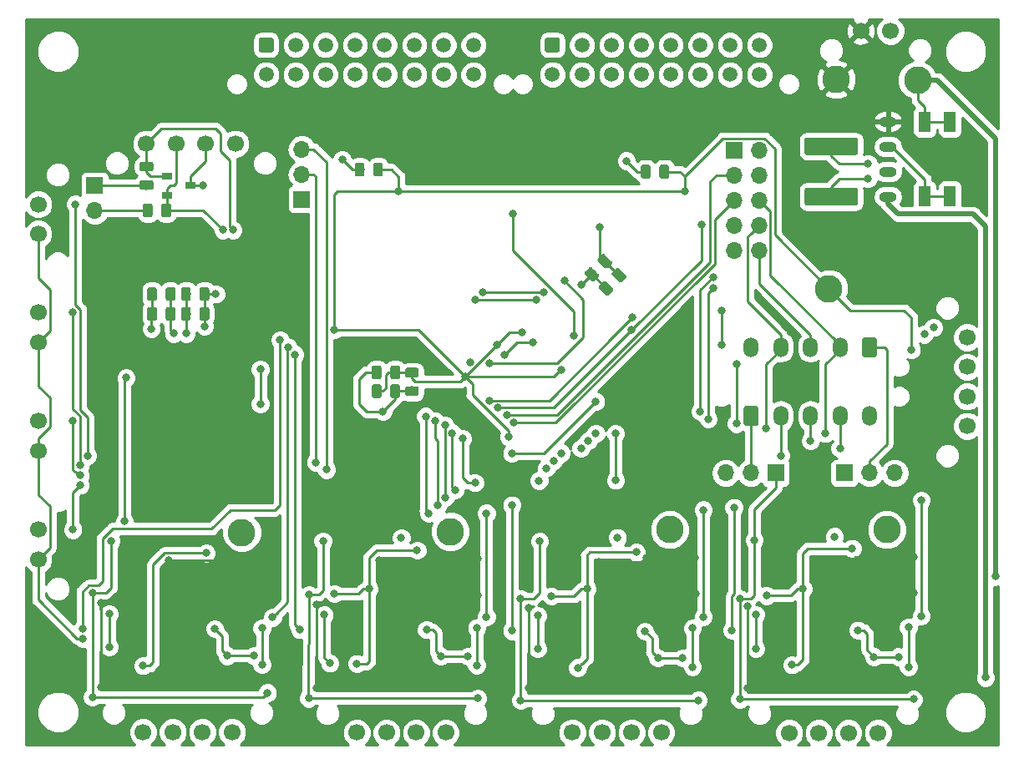
<source format=gbr>
G04 #@! TF.GenerationSoftware,KiCad,Pcbnew,(5.0.2)-1*
G04 #@! TF.CreationDate,2019-03-03T22:50:42-06:00*
G04 #@! TF.ProjectId,Dashboard,44617368-626f-4617-9264-2e6b69636164,rev?*
G04 #@! TF.SameCoordinates,Original*
G04 #@! TF.FileFunction,Copper,L2,Bot*
G04 #@! TF.FilePolarity,Positive*
%FSLAX46Y46*%
G04 Gerber Fmt 4.6, Leading zero omitted, Abs format (unit mm)*
G04 Created by KiCad (PCBNEW (5.0.2)-1) date 3/3/2019 10:50:42 PM*
%MOMM*%
%LPD*%
G01*
G04 APERTURE LIST*
G04 #@! TA.AperFunction,Conductor*
%ADD10C,0.100000*%
G04 #@! TD*
G04 #@! TA.AperFunction,SMDPad,CuDef*
%ADD11C,0.975000*%
G04 #@! TD*
G04 #@! TA.AperFunction,ComponentPad*
%ADD12C,1.500000*%
G04 #@! TD*
G04 #@! TA.AperFunction,SMDPad,CuDef*
%ADD13C,1.800000*%
G04 #@! TD*
G04 #@! TA.AperFunction,ComponentPad*
%ADD14R,1.700000X1.700000*%
G04 #@! TD*
G04 #@! TA.AperFunction,ComponentPad*
%ADD15O,1.700000X1.700000*%
G04 #@! TD*
G04 #@! TA.AperFunction,ComponentPad*
%ADD16C,1.700000*%
G04 #@! TD*
G04 #@! TA.AperFunction,ComponentPad*
%ADD17O,1.500000X2.000000*%
G04 #@! TD*
G04 #@! TA.AperFunction,SMDPad,CuDef*
%ADD18R,1.200000X2.000000*%
G04 #@! TD*
G04 #@! TA.AperFunction,ComponentPad*
%ADD19C,2.800000*%
G04 #@! TD*
G04 #@! TA.AperFunction,ComponentPad*
%ADD20O,1.800000X1.000000*%
G04 #@! TD*
G04 #@! TA.AperFunction,SMDPad,CuDef*
%ADD21R,1.000000X0.700000*%
G04 #@! TD*
G04 #@! TA.AperFunction,ViaPad*
%ADD22C,0.800000*%
G04 #@! TD*
G04 #@! TA.AperFunction,Conductor*
%ADD23C,0.250000*%
G04 #@! TD*
G04 #@! TA.AperFunction,Conductor*
%ADD24C,0.500000*%
G04 #@! TD*
G04 #@! TA.AperFunction,Conductor*
%ADD25C,0.254000*%
G04 #@! TD*
G04 APERTURE END LIST*
D10*
G04 #@! TO.N,GND*
G04 #@! TO.C,C7*
G36*
X179299458Y-74536623D02*
X179323119Y-74540133D01*
X179346323Y-74545945D01*
X179368845Y-74554003D01*
X179390469Y-74564231D01*
X179410986Y-74576528D01*
X179430199Y-74590778D01*
X179447923Y-74606842D01*
X180093158Y-75252077D01*
X180109222Y-75269801D01*
X180123472Y-75289014D01*
X180135769Y-75309531D01*
X180145997Y-75331155D01*
X180154055Y-75353677D01*
X180159867Y-75376881D01*
X180163377Y-75400542D01*
X180164551Y-75424434D01*
X180163377Y-75448326D01*
X180159867Y-75471987D01*
X180154055Y-75495191D01*
X180145997Y-75517713D01*
X180135769Y-75539337D01*
X180123472Y-75559854D01*
X180109222Y-75579067D01*
X180093158Y-75596791D01*
X179748443Y-75941506D01*
X179730719Y-75957570D01*
X179711506Y-75971820D01*
X179690989Y-75984117D01*
X179669365Y-75994345D01*
X179646843Y-76002403D01*
X179623639Y-76008215D01*
X179599978Y-76011725D01*
X179576086Y-76012899D01*
X179552194Y-76011725D01*
X179528533Y-76008215D01*
X179505329Y-76002403D01*
X179482807Y-75994345D01*
X179461183Y-75984117D01*
X179440666Y-75971820D01*
X179421453Y-75957570D01*
X179403729Y-75941506D01*
X178758494Y-75296271D01*
X178742430Y-75278547D01*
X178728180Y-75259334D01*
X178715883Y-75238817D01*
X178705655Y-75217193D01*
X178697597Y-75194671D01*
X178691785Y-75171467D01*
X178688275Y-75147806D01*
X178687101Y-75123914D01*
X178688275Y-75100022D01*
X178691785Y-75076361D01*
X178697597Y-75053157D01*
X178705655Y-75030635D01*
X178715883Y-75009011D01*
X178728180Y-74988494D01*
X178742430Y-74969281D01*
X178758494Y-74951557D01*
X179103209Y-74606842D01*
X179120933Y-74590778D01*
X179140146Y-74576528D01*
X179160663Y-74564231D01*
X179182287Y-74554003D01*
X179204809Y-74545945D01*
X179228013Y-74540133D01*
X179251674Y-74536623D01*
X179275566Y-74535449D01*
X179299458Y-74536623D01*
X179299458Y-74536623D01*
G37*
D11*
G04 #@! TD*
G04 #@! TO.P,C7,2*
G04 #@! TO.N,GND*
X179425826Y-75274174D03*
D10*
G04 #@! TO.N,+3V3*
G04 #@! TO.C,C7*
G36*
X177973632Y-75862449D02*
X177997293Y-75865959D01*
X178020497Y-75871771D01*
X178043019Y-75879829D01*
X178064643Y-75890057D01*
X178085160Y-75902354D01*
X178104373Y-75916604D01*
X178122097Y-75932668D01*
X178767332Y-76577903D01*
X178783396Y-76595627D01*
X178797646Y-76614840D01*
X178809943Y-76635357D01*
X178820171Y-76656981D01*
X178828229Y-76679503D01*
X178834041Y-76702707D01*
X178837551Y-76726368D01*
X178838725Y-76750260D01*
X178837551Y-76774152D01*
X178834041Y-76797813D01*
X178828229Y-76821017D01*
X178820171Y-76843539D01*
X178809943Y-76865163D01*
X178797646Y-76885680D01*
X178783396Y-76904893D01*
X178767332Y-76922617D01*
X178422617Y-77267332D01*
X178404893Y-77283396D01*
X178385680Y-77297646D01*
X178365163Y-77309943D01*
X178343539Y-77320171D01*
X178321017Y-77328229D01*
X178297813Y-77334041D01*
X178274152Y-77337551D01*
X178250260Y-77338725D01*
X178226368Y-77337551D01*
X178202707Y-77334041D01*
X178179503Y-77328229D01*
X178156981Y-77320171D01*
X178135357Y-77309943D01*
X178114840Y-77297646D01*
X178095627Y-77283396D01*
X178077903Y-77267332D01*
X177432668Y-76622097D01*
X177416604Y-76604373D01*
X177402354Y-76585160D01*
X177390057Y-76564643D01*
X177379829Y-76543019D01*
X177371771Y-76520497D01*
X177365959Y-76497293D01*
X177362449Y-76473632D01*
X177361275Y-76449740D01*
X177362449Y-76425848D01*
X177365959Y-76402187D01*
X177371771Y-76378983D01*
X177379829Y-76356461D01*
X177390057Y-76334837D01*
X177402354Y-76314320D01*
X177416604Y-76295107D01*
X177432668Y-76277383D01*
X177777383Y-75932668D01*
X177795107Y-75916604D01*
X177814320Y-75902354D01*
X177834837Y-75890057D01*
X177856461Y-75879829D01*
X177878983Y-75871771D01*
X177902187Y-75865959D01*
X177925848Y-75862449D01*
X177949740Y-75861275D01*
X177973632Y-75862449D01*
X177973632Y-75862449D01*
G37*
D11*
G04 #@! TD*
G04 #@! TO.P,C7,1*
G04 #@! TO.N,+3V3*
X178100000Y-76600000D03*
D10*
G04 #@! TO.N,+3V3*
G04 #@! TO.C,C9*
G36*
X179410719Y-77288275D02*
X179434380Y-77291785D01*
X179457584Y-77297597D01*
X179480106Y-77305655D01*
X179501730Y-77315883D01*
X179522247Y-77328180D01*
X179541460Y-77342430D01*
X179559184Y-77358494D01*
X180204419Y-78003729D01*
X180220483Y-78021453D01*
X180234733Y-78040666D01*
X180247030Y-78061183D01*
X180257258Y-78082807D01*
X180265316Y-78105329D01*
X180271128Y-78128533D01*
X180274638Y-78152194D01*
X180275812Y-78176086D01*
X180274638Y-78199978D01*
X180271128Y-78223639D01*
X180265316Y-78246843D01*
X180257258Y-78269365D01*
X180247030Y-78290989D01*
X180234733Y-78311506D01*
X180220483Y-78330719D01*
X180204419Y-78348443D01*
X179859704Y-78693158D01*
X179841980Y-78709222D01*
X179822767Y-78723472D01*
X179802250Y-78735769D01*
X179780626Y-78745997D01*
X179758104Y-78754055D01*
X179734900Y-78759867D01*
X179711239Y-78763377D01*
X179687347Y-78764551D01*
X179663455Y-78763377D01*
X179639794Y-78759867D01*
X179616590Y-78754055D01*
X179594068Y-78745997D01*
X179572444Y-78735769D01*
X179551927Y-78723472D01*
X179532714Y-78709222D01*
X179514990Y-78693158D01*
X178869755Y-78047923D01*
X178853691Y-78030199D01*
X178839441Y-78010986D01*
X178827144Y-77990469D01*
X178816916Y-77968845D01*
X178808858Y-77946323D01*
X178803046Y-77923119D01*
X178799536Y-77899458D01*
X178798362Y-77875566D01*
X178799536Y-77851674D01*
X178803046Y-77828013D01*
X178808858Y-77804809D01*
X178816916Y-77782287D01*
X178827144Y-77760663D01*
X178839441Y-77740146D01*
X178853691Y-77720933D01*
X178869755Y-77703209D01*
X179214470Y-77358494D01*
X179232194Y-77342430D01*
X179251407Y-77328180D01*
X179271924Y-77315883D01*
X179293548Y-77305655D01*
X179316070Y-77297597D01*
X179339274Y-77291785D01*
X179362935Y-77288275D01*
X179386827Y-77287101D01*
X179410719Y-77288275D01*
X179410719Y-77288275D01*
G37*
D11*
G04 #@! TD*
G04 #@! TO.P,C9,1*
G04 #@! TO.N,+3V3*
X179537087Y-78025826D03*
D10*
G04 #@! TO.N,GND*
G04 #@! TO.C,C9*
G36*
X180736545Y-75962449D02*
X180760206Y-75965959D01*
X180783410Y-75971771D01*
X180805932Y-75979829D01*
X180827556Y-75990057D01*
X180848073Y-76002354D01*
X180867286Y-76016604D01*
X180885010Y-76032668D01*
X181530245Y-76677903D01*
X181546309Y-76695627D01*
X181560559Y-76714840D01*
X181572856Y-76735357D01*
X181583084Y-76756981D01*
X181591142Y-76779503D01*
X181596954Y-76802707D01*
X181600464Y-76826368D01*
X181601638Y-76850260D01*
X181600464Y-76874152D01*
X181596954Y-76897813D01*
X181591142Y-76921017D01*
X181583084Y-76943539D01*
X181572856Y-76965163D01*
X181560559Y-76985680D01*
X181546309Y-77004893D01*
X181530245Y-77022617D01*
X181185530Y-77367332D01*
X181167806Y-77383396D01*
X181148593Y-77397646D01*
X181128076Y-77409943D01*
X181106452Y-77420171D01*
X181083930Y-77428229D01*
X181060726Y-77434041D01*
X181037065Y-77437551D01*
X181013173Y-77438725D01*
X180989281Y-77437551D01*
X180965620Y-77434041D01*
X180942416Y-77428229D01*
X180919894Y-77420171D01*
X180898270Y-77409943D01*
X180877753Y-77397646D01*
X180858540Y-77383396D01*
X180840816Y-77367332D01*
X180195581Y-76722097D01*
X180179517Y-76704373D01*
X180165267Y-76685160D01*
X180152970Y-76664643D01*
X180142742Y-76643019D01*
X180134684Y-76620497D01*
X180128872Y-76597293D01*
X180125362Y-76573632D01*
X180124188Y-76549740D01*
X180125362Y-76525848D01*
X180128872Y-76502187D01*
X180134684Y-76478983D01*
X180142742Y-76456461D01*
X180152970Y-76434837D01*
X180165267Y-76414320D01*
X180179517Y-76395107D01*
X180195581Y-76377383D01*
X180540296Y-76032668D01*
X180558020Y-76016604D01*
X180577233Y-76002354D01*
X180597750Y-75990057D01*
X180619374Y-75979829D01*
X180641896Y-75971771D01*
X180665100Y-75965959D01*
X180688761Y-75962449D01*
X180712653Y-75961275D01*
X180736545Y-75962449D01*
X180736545Y-75962449D01*
G37*
D11*
G04 #@! TD*
G04 #@! TO.P,C9,2*
G04 #@! TO.N,GND*
X180862913Y-76700000D03*
D12*
G04 #@! TO.P,J19,16*
G04 #@! TO.N,/cruise*
X195098325Y-56350437D03*
G04 #@! TO.P,J19,15*
G04 #@! TO.N,/set-cancel*
X192098325Y-56350437D03*
G04 #@! TO.P,J19,14*
G04 #@! TO.N,/increase*
X189098325Y-56350437D03*
G04 #@! TO.P,J19,13*
G04 #@! TO.N,/decrease*
X186098325Y-56350437D03*
G04 #@! TO.P,J19,12*
G04 #@! TO.N,/Switches/brakes*
X183098325Y-56350437D03*
G04 #@! TO.P,J19,11*
G04 #@! TO.N,/left*
X180098325Y-56350437D03*
G04 #@! TO.P,J19,10*
G04 #@! TO.N,/right*
X177098325Y-56350437D03*
G04 #@! TO.P,J19,9*
G04 #@! TO.N,/regen*
X174098325Y-56350437D03*
G04 #@! TO.P,J19,8*
G04 #@! TO.N,GND*
X195098325Y-53350437D03*
G04 #@! TO.P,J19,7*
X192098325Y-53350437D03*
G04 #@! TO.P,J19,6*
X189098325Y-53350437D03*
G04 #@! TO.P,J19,5*
X186098325Y-53350437D03*
G04 #@! TO.P,J19,4*
X183098325Y-53350437D03*
G04 #@! TO.P,J19,3*
X180098325Y-53350437D03*
G04 #@! TO.P,J19,2*
X177098325Y-53350437D03*
D10*
G04 #@! TD*
G04 #@! TO.N,GND*
G04 #@! TO.C,J19*
G36*
X174622829Y-52601641D02*
X174647098Y-52605241D01*
X174670896Y-52611202D01*
X174693996Y-52619467D01*
X174716174Y-52629957D01*
X174737218Y-52642570D01*
X174756923Y-52657184D01*
X174775102Y-52673660D01*
X174791578Y-52691839D01*
X174806192Y-52711544D01*
X174818805Y-52732588D01*
X174829295Y-52754766D01*
X174837560Y-52777866D01*
X174843521Y-52801664D01*
X174847121Y-52825933D01*
X174848325Y-52850437D01*
X174848325Y-53850437D01*
X174847121Y-53874941D01*
X174843521Y-53899210D01*
X174837560Y-53923008D01*
X174829295Y-53946108D01*
X174818805Y-53968286D01*
X174806192Y-53989330D01*
X174791578Y-54009035D01*
X174775102Y-54027214D01*
X174756923Y-54043690D01*
X174737218Y-54058304D01*
X174716174Y-54070917D01*
X174693996Y-54081407D01*
X174670896Y-54089672D01*
X174647098Y-54095633D01*
X174622829Y-54099233D01*
X174598325Y-54100437D01*
X173598325Y-54100437D01*
X173573821Y-54099233D01*
X173549552Y-54095633D01*
X173525754Y-54089672D01*
X173502654Y-54081407D01*
X173480476Y-54070917D01*
X173459432Y-54058304D01*
X173439727Y-54043690D01*
X173421548Y-54027214D01*
X173405072Y-54009035D01*
X173390458Y-53989330D01*
X173377845Y-53968286D01*
X173367355Y-53946108D01*
X173359090Y-53923008D01*
X173353129Y-53899210D01*
X173349529Y-53874941D01*
X173348325Y-53850437D01*
X173348325Y-52850437D01*
X173349529Y-52825933D01*
X173353129Y-52801664D01*
X173359090Y-52777866D01*
X173367355Y-52754766D01*
X173377845Y-52732588D01*
X173390458Y-52711544D01*
X173405072Y-52691839D01*
X173421548Y-52673660D01*
X173439727Y-52657184D01*
X173459432Y-52642570D01*
X173480476Y-52629957D01*
X173502654Y-52619467D01*
X173525754Y-52611202D01*
X173549552Y-52605241D01*
X173573821Y-52601641D01*
X173598325Y-52600437D01*
X174598325Y-52600437D01*
X174622829Y-52601641D01*
X174622829Y-52601641D01*
G37*
D12*
G04 #@! TO.P,J19,1*
G04 #@! TO.N,GND*
X174098325Y-53350437D03*
G04 #@! TD*
D10*
G04 #@! TO.N,+3V3*
G04 #@! TO.C,C4*
G36*
X156556332Y-87749688D02*
X156579993Y-87753198D01*
X156603197Y-87759010D01*
X156625719Y-87767068D01*
X156647343Y-87777296D01*
X156667860Y-87789593D01*
X156687073Y-87803843D01*
X156704797Y-87819907D01*
X156720861Y-87837631D01*
X156735111Y-87856844D01*
X156747408Y-87877361D01*
X156757636Y-87898985D01*
X156765694Y-87921507D01*
X156771506Y-87944711D01*
X156775016Y-87968372D01*
X156776190Y-87992264D01*
X156776190Y-88904764D01*
X156775016Y-88928656D01*
X156771506Y-88952317D01*
X156765694Y-88975521D01*
X156757636Y-88998043D01*
X156747408Y-89019667D01*
X156735111Y-89040184D01*
X156720861Y-89059397D01*
X156704797Y-89077121D01*
X156687073Y-89093185D01*
X156667860Y-89107435D01*
X156647343Y-89119732D01*
X156625719Y-89129960D01*
X156603197Y-89138018D01*
X156579993Y-89143830D01*
X156556332Y-89147340D01*
X156532440Y-89148514D01*
X156044940Y-89148514D01*
X156021048Y-89147340D01*
X155997387Y-89143830D01*
X155974183Y-89138018D01*
X155951661Y-89129960D01*
X155930037Y-89119732D01*
X155909520Y-89107435D01*
X155890307Y-89093185D01*
X155872583Y-89077121D01*
X155856519Y-89059397D01*
X155842269Y-89040184D01*
X155829972Y-89019667D01*
X155819744Y-88998043D01*
X155811686Y-88975521D01*
X155805874Y-88952317D01*
X155802364Y-88928656D01*
X155801190Y-88904764D01*
X155801190Y-87992264D01*
X155802364Y-87968372D01*
X155805874Y-87944711D01*
X155811686Y-87921507D01*
X155819744Y-87898985D01*
X155829972Y-87877361D01*
X155842269Y-87856844D01*
X155856519Y-87837631D01*
X155872583Y-87819907D01*
X155890307Y-87803843D01*
X155909520Y-87789593D01*
X155930037Y-87777296D01*
X155951661Y-87767068D01*
X155974183Y-87759010D01*
X155997387Y-87753198D01*
X156021048Y-87749688D01*
X156044940Y-87748514D01*
X156532440Y-87748514D01*
X156556332Y-87749688D01*
X156556332Y-87749688D01*
G37*
D11*
G04 #@! TD*
G04 #@! TO.P,C4,1*
G04 #@! TO.N,+3V3*
X156288690Y-88448514D03*
D10*
G04 #@! TO.N,GND*
G04 #@! TO.C,C4*
G36*
X158431332Y-87749688D02*
X158454993Y-87753198D01*
X158478197Y-87759010D01*
X158500719Y-87767068D01*
X158522343Y-87777296D01*
X158542860Y-87789593D01*
X158562073Y-87803843D01*
X158579797Y-87819907D01*
X158595861Y-87837631D01*
X158610111Y-87856844D01*
X158622408Y-87877361D01*
X158632636Y-87898985D01*
X158640694Y-87921507D01*
X158646506Y-87944711D01*
X158650016Y-87968372D01*
X158651190Y-87992264D01*
X158651190Y-88904764D01*
X158650016Y-88928656D01*
X158646506Y-88952317D01*
X158640694Y-88975521D01*
X158632636Y-88998043D01*
X158622408Y-89019667D01*
X158610111Y-89040184D01*
X158595861Y-89059397D01*
X158579797Y-89077121D01*
X158562073Y-89093185D01*
X158542860Y-89107435D01*
X158522343Y-89119732D01*
X158500719Y-89129960D01*
X158478197Y-89138018D01*
X158454993Y-89143830D01*
X158431332Y-89147340D01*
X158407440Y-89148514D01*
X157919940Y-89148514D01*
X157896048Y-89147340D01*
X157872387Y-89143830D01*
X157849183Y-89138018D01*
X157826661Y-89129960D01*
X157805037Y-89119732D01*
X157784520Y-89107435D01*
X157765307Y-89093185D01*
X157747583Y-89077121D01*
X157731519Y-89059397D01*
X157717269Y-89040184D01*
X157704972Y-89019667D01*
X157694744Y-88998043D01*
X157686686Y-88975521D01*
X157680874Y-88952317D01*
X157677364Y-88928656D01*
X157676190Y-88904764D01*
X157676190Y-87992264D01*
X157677364Y-87968372D01*
X157680874Y-87944711D01*
X157686686Y-87921507D01*
X157694744Y-87898985D01*
X157704972Y-87877361D01*
X157717269Y-87856844D01*
X157731519Y-87837631D01*
X157747583Y-87819907D01*
X157765307Y-87803843D01*
X157784520Y-87789593D01*
X157805037Y-87777296D01*
X157826661Y-87767068D01*
X157849183Y-87759010D01*
X157872387Y-87753198D01*
X157896048Y-87749688D01*
X157919940Y-87748514D01*
X158407440Y-87748514D01*
X158431332Y-87749688D01*
X158431332Y-87749688D01*
G37*
D11*
G04 #@! TD*
G04 #@! TO.P,C4,2*
G04 #@! TO.N,GND*
X158163690Y-88448514D03*
D10*
G04 #@! TO.N,+3V3*
G04 #@! TO.C,C5*
G36*
X160343832Y-86087188D02*
X160367493Y-86090698D01*
X160390697Y-86096510D01*
X160413219Y-86104568D01*
X160434843Y-86114796D01*
X160455360Y-86127093D01*
X160474573Y-86141343D01*
X160492297Y-86157407D01*
X160508361Y-86175131D01*
X160522611Y-86194344D01*
X160534908Y-86214861D01*
X160545136Y-86236485D01*
X160553194Y-86259007D01*
X160559006Y-86282211D01*
X160562516Y-86305872D01*
X160563690Y-86329764D01*
X160563690Y-86817264D01*
X160562516Y-86841156D01*
X160559006Y-86864817D01*
X160553194Y-86888021D01*
X160545136Y-86910543D01*
X160534908Y-86932167D01*
X160522611Y-86952684D01*
X160508361Y-86971897D01*
X160492297Y-86989621D01*
X160474573Y-87005685D01*
X160455360Y-87019935D01*
X160434843Y-87032232D01*
X160413219Y-87042460D01*
X160390697Y-87050518D01*
X160367493Y-87056330D01*
X160343832Y-87059840D01*
X160319940Y-87061014D01*
X159407440Y-87061014D01*
X159383548Y-87059840D01*
X159359887Y-87056330D01*
X159336683Y-87050518D01*
X159314161Y-87042460D01*
X159292537Y-87032232D01*
X159272020Y-87019935D01*
X159252807Y-87005685D01*
X159235083Y-86989621D01*
X159219019Y-86971897D01*
X159204769Y-86952684D01*
X159192472Y-86932167D01*
X159182244Y-86910543D01*
X159174186Y-86888021D01*
X159168374Y-86864817D01*
X159164864Y-86841156D01*
X159163690Y-86817264D01*
X159163690Y-86329764D01*
X159164864Y-86305872D01*
X159168374Y-86282211D01*
X159174186Y-86259007D01*
X159182244Y-86236485D01*
X159192472Y-86214861D01*
X159204769Y-86194344D01*
X159219019Y-86175131D01*
X159235083Y-86157407D01*
X159252807Y-86141343D01*
X159272020Y-86127093D01*
X159292537Y-86114796D01*
X159314161Y-86104568D01*
X159336683Y-86096510D01*
X159359887Y-86090698D01*
X159383548Y-86087188D01*
X159407440Y-86086014D01*
X160319940Y-86086014D01*
X160343832Y-86087188D01*
X160343832Y-86087188D01*
G37*
D11*
G04 #@! TD*
G04 #@! TO.P,C5,1*
G04 #@! TO.N,+3V3*
X159863690Y-86573514D03*
D10*
G04 #@! TO.N,GND*
G04 #@! TO.C,C5*
G36*
X160343832Y-87962188D02*
X160367493Y-87965698D01*
X160390697Y-87971510D01*
X160413219Y-87979568D01*
X160434843Y-87989796D01*
X160455360Y-88002093D01*
X160474573Y-88016343D01*
X160492297Y-88032407D01*
X160508361Y-88050131D01*
X160522611Y-88069344D01*
X160534908Y-88089861D01*
X160545136Y-88111485D01*
X160553194Y-88134007D01*
X160559006Y-88157211D01*
X160562516Y-88180872D01*
X160563690Y-88204764D01*
X160563690Y-88692264D01*
X160562516Y-88716156D01*
X160559006Y-88739817D01*
X160553194Y-88763021D01*
X160545136Y-88785543D01*
X160534908Y-88807167D01*
X160522611Y-88827684D01*
X160508361Y-88846897D01*
X160492297Y-88864621D01*
X160474573Y-88880685D01*
X160455360Y-88894935D01*
X160434843Y-88907232D01*
X160413219Y-88917460D01*
X160390697Y-88925518D01*
X160367493Y-88931330D01*
X160343832Y-88934840D01*
X160319940Y-88936014D01*
X159407440Y-88936014D01*
X159383548Y-88934840D01*
X159359887Y-88931330D01*
X159336683Y-88925518D01*
X159314161Y-88917460D01*
X159292537Y-88907232D01*
X159272020Y-88894935D01*
X159252807Y-88880685D01*
X159235083Y-88864621D01*
X159219019Y-88846897D01*
X159204769Y-88827684D01*
X159192472Y-88807167D01*
X159182244Y-88785543D01*
X159174186Y-88763021D01*
X159168374Y-88739817D01*
X159164864Y-88716156D01*
X159163690Y-88692264D01*
X159163690Y-88204764D01*
X159164864Y-88180872D01*
X159168374Y-88157211D01*
X159174186Y-88134007D01*
X159182244Y-88111485D01*
X159192472Y-88089861D01*
X159204769Y-88069344D01*
X159219019Y-88050131D01*
X159235083Y-88032407D01*
X159252807Y-88016343D01*
X159272020Y-88002093D01*
X159292537Y-87989796D01*
X159314161Y-87979568D01*
X159336683Y-87971510D01*
X159359887Y-87965698D01*
X159383548Y-87962188D01*
X159407440Y-87961014D01*
X160319940Y-87961014D01*
X160343832Y-87962188D01*
X160343832Y-87962188D01*
G37*
D11*
G04 #@! TD*
G04 #@! TO.P,C5,2*
G04 #@! TO.N,GND*
X159863690Y-88448514D03*
D10*
G04 #@! TO.N,GND*
G04 #@! TO.C,C6*
G36*
X156556332Y-85849688D02*
X156579993Y-85853198D01*
X156603197Y-85859010D01*
X156625719Y-85867068D01*
X156647343Y-85877296D01*
X156667860Y-85889593D01*
X156687073Y-85903843D01*
X156704797Y-85919907D01*
X156720861Y-85937631D01*
X156735111Y-85956844D01*
X156747408Y-85977361D01*
X156757636Y-85998985D01*
X156765694Y-86021507D01*
X156771506Y-86044711D01*
X156775016Y-86068372D01*
X156776190Y-86092264D01*
X156776190Y-87004764D01*
X156775016Y-87028656D01*
X156771506Y-87052317D01*
X156765694Y-87075521D01*
X156757636Y-87098043D01*
X156747408Y-87119667D01*
X156735111Y-87140184D01*
X156720861Y-87159397D01*
X156704797Y-87177121D01*
X156687073Y-87193185D01*
X156667860Y-87207435D01*
X156647343Y-87219732D01*
X156625719Y-87229960D01*
X156603197Y-87238018D01*
X156579993Y-87243830D01*
X156556332Y-87247340D01*
X156532440Y-87248514D01*
X156044940Y-87248514D01*
X156021048Y-87247340D01*
X155997387Y-87243830D01*
X155974183Y-87238018D01*
X155951661Y-87229960D01*
X155930037Y-87219732D01*
X155909520Y-87207435D01*
X155890307Y-87193185D01*
X155872583Y-87177121D01*
X155856519Y-87159397D01*
X155842269Y-87140184D01*
X155829972Y-87119667D01*
X155819744Y-87098043D01*
X155811686Y-87075521D01*
X155805874Y-87052317D01*
X155802364Y-87028656D01*
X155801190Y-87004764D01*
X155801190Y-86092264D01*
X155802364Y-86068372D01*
X155805874Y-86044711D01*
X155811686Y-86021507D01*
X155819744Y-85998985D01*
X155829972Y-85977361D01*
X155842269Y-85956844D01*
X155856519Y-85937631D01*
X155872583Y-85919907D01*
X155890307Y-85903843D01*
X155909520Y-85889593D01*
X155930037Y-85877296D01*
X155951661Y-85867068D01*
X155974183Y-85859010D01*
X155997387Y-85853198D01*
X156021048Y-85849688D01*
X156044940Y-85848514D01*
X156532440Y-85848514D01*
X156556332Y-85849688D01*
X156556332Y-85849688D01*
G37*
D11*
G04 #@! TD*
G04 #@! TO.P,C6,2*
G04 #@! TO.N,GND*
X156288690Y-86548514D03*
D10*
G04 #@! TO.N,+3V3*
G04 #@! TO.C,C6*
G36*
X158431332Y-85849688D02*
X158454993Y-85853198D01*
X158478197Y-85859010D01*
X158500719Y-85867068D01*
X158522343Y-85877296D01*
X158542860Y-85889593D01*
X158562073Y-85903843D01*
X158579797Y-85919907D01*
X158595861Y-85937631D01*
X158610111Y-85956844D01*
X158622408Y-85977361D01*
X158632636Y-85998985D01*
X158640694Y-86021507D01*
X158646506Y-86044711D01*
X158650016Y-86068372D01*
X158651190Y-86092264D01*
X158651190Y-87004764D01*
X158650016Y-87028656D01*
X158646506Y-87052317D01*
X158640694Y-87075521D01*
X158632636Y-87098043D01*
X158622408Y-87119667D01*
X158610111Y-87140184D01*
X158595861Y-87159397D01*
X158579797Y-87177121D01*
X158562073Y-87193185D01*
X158542860Y-87207435D01*
X158522343Y-87219732D01*
X158500719Y-87229960D01*
X158478197Y-87238018D01*
X158454993Y-87243830D01*
X158431332Y-87247340D01*
X158407440Y-87248514D01*
X157919940Y-87248514D01*
X157896048Y-87247340D01*
X157872387Y-87243830D01*
X157849183Y-87238018D01*
X157826661Y-87229960D01*
X157805037Y-87219732D01*
X157784520Y-87207435D01*
X157765307Y-87193185D01*
X157747583Y-87177121D01*
X157731519Y-87159397D01*
X157717269Y-87140184D01*
X157704972Y-87119667D01*
X157694744Y-87098043D01*
X157686686Y-87075521D01*
X157680874Y-87052317D01*
X157677364Y-87028656D01*
X157676190Y-87004764D01*
X157676190Y-86092264D01*
X157677364Y-86068372D01*
X157680874Y-86044711D01*
X157686686Y-86021507D01*
X157694744Y-85998985D01*
X157704972Y-85977361D01*
X157717269Y-85956844D01*
X157731519Y-85937631D01*
X157747583Y-85919907D01*
X157765307Y-85903843D01*
X157784520Y-85889593D01*
X157805037Y-85877296D01*
X157826661Y-85867068D01*
X157849183Y-85859010D01*
X157872387Y-85853198D01*
X157896048Y-85849688D01*
X157919940Y-85848514D01*
X158407440Y-85848514D01*
X158431332Y-85849688D01*
X158431332Y-85849688D01*
G37*
D11*
G04 #@! TD*
G04 #@! TO.P,C6,1*
G04 #@! TO.N,+3V3*
X158163690Y-86548514D03*
D10*
G04 #@! TO.N,Net-(C16-Pad1)*
G04 #@! TO.C,C16*
G36*
X204842372Y-62724768D02*
X204866641Y-62728368D01*
X204890439Y-62734329D01*
X204913539Y-62742594D01*
X204935717Y-62753084D01*
X204956761Y-62765697D01*
X204976466Y-62780311D01*
X204994645Y-62796787D01*
X205011121Y-62814966D01*
X205025735Y-62834671D01*
X205038348Y-62855715D01*
X205048838Y-62877893D01*
X205057103Y-62900993D01*
X205063064Y-62924791D01*
X205066664Y-62949060D01*
X205067868Y-62973564D01*
X205067868Y-64273564D01*
X205066664Y-64298068D01*
X205063064Y-64322337D01*
X205057103Y-64346135D01*
X205048838Y-64369235D01*
X205038348Y-64391413D01*
X205025735Y-64412457D01*
X205011121Y-64432162D01*
X204994645Y-64450341D01*
X204976466Y-64466817D01*
X204956761Y-64481431D01*
X204935717Y-64494044D01*
X204913539Y-64504534D01*
X204890439Y-64512799D01*
X204866641Y-64518760D01*
X204842372Y-64522360D01*
X204817868Y-64523564D01*
X199917868Y-64523564D01*
X199893364Y-64522360D01*
X199869095Y-64518760D01*
X199845297Y-64512799D01*
X199822197Y-64504534D01*
X199800019Y-64494044D01*
X199778975Y-64481431D01*
X199759270Y-64466817D01*
X199741091Y-64450341D01*
X199724615Y-64432162D01*
X199710001Y-64412457D01*
X199697388Y-64391413D01*
X199686898Y-64369235D01*
X199678633Y-64346135D01*
X199672672Y-64322337D01*
X199669072Y-64298068D01*
X199667868Y-64273564D01*
X199667868Y-62973564D01*
X199669072Y-62949060D01*
X199672672Y-62924791D01*
X199678633Y-62900993D01*
X199686898Y-62877893D01*
X199697388Y-62855715D01*
X199710001Y-62834671D01*
X199724615Y-62814966D01*
X199741091Y-62796787D01*
X199759270Y-62780311D01*
X199778975Y-62765697D01*
X199800019Y-62753084D01*
X199822197Y-62742594D01*
X199845297Y-62734329D01*
X199869095Y-62728368D01*
X199893364Y-62724768D01*
X199917868Y-62723564D01*
X204817868Y-62723564D01*
X204842372Y-62724768D01*
X204842372Y-62724768D01*
G37*
D13*
G04 #@! TD*
G04 #@! TO.P,C16,1*
G04 #@! TO.N,Net-(C16-Pad1)*
X202367868Y-63623564D03*
D10*
G04 #@! TO.N,+5V*
G04 #@! TO.C,C16*
G36*
X204842372Y-67824768D02*
X204866641Y-67828368D01*
X204890439Y-67834329D01*
X204913539Y-67842594D01*
X204935717Y-67853084D01*
X204956761Y-67865697D01*
X204976466Y-67880311D01*
X204994645Y-67896787D01*
X205011121Y-67914966D01*
X205025735Y-67934671D01*
X205038348Y-67955715D01*
X205048838Y-67977893D01*
X205057103Y-68000993D01*
X205063064Y-68024791D01*
X205066664Y-68049060D01*
X205067868Y-68073564D01*
X205067868Y-69373564D01*
X205066664Y-69398068D01*
X205063064Y-69422337D01*
X205057103Y-69446135D01*
X205048838Y-69469235D01*
X205038348Y-69491413D01*
X205025735Y-69512457D01*
X205011121Y-69532162D01*
X204994645Y-69550341D01*
X204976466Y-69566817D01*
X204956761Y-69581431D01*
X204935717Y-69594044D01*
X204913539Y-69604534D01*
X204890439Y-69612799D01*
X204866641Y-69618760D01*
X204842372Y-69622360D01*
X204817868Y-69623564D01*
X199917868Y-69623564D01*
X199893364Y-69622360D01*
X199869095Y-69618760D01*
X199845297Y-69612799D01*
X199822197Y-69604534D01*
X199800019Y-69594044D01*
X199778975Y-69581431D01*
X199759270Y-69566817D01*
X199741091Y-69550341D01*
X199724615Y-69532162D01*
X199710001Y-69512457D01*
X199697388Y-69491413D01*
X199686898Y-69469235D01*
X199678633Y-69446135D01*
X199672672Y-69422337D01*
X199669072Y-69398068D01*
X199667868Y-69373564D01*
X199667868Y-68073564D01*
X199669072Y-68049060D01*
X199672672Y-68024791D01*
X199678633Y-68000993D01*
X199686898Y-67977893D01*
X199697388Y-67955715D01*
X199710001Y-67934671D01*
X199724615Y-67914966D01*
X199741091Y-67896787D01*
X199759270Y-67880311D01*
X199778975Y-67865697D01*
X199800019Y-67853084D01*
X199822197Y-67842594D01*
X199845297Y-67834329D01*
X199869095Y-67828368D01*
X199893364Y-67824768D01*
X199917868Y-67823564D01*
X204817868Y-67823564D01*
X204842372Y-67824768D01*
X204842372Y-67824768D01*
G37*
D13*
G04 #@! TD*
G04 #@! TO.P,C16,2*
G04 #@! TO.N,+5V*
X202367868Y-68723564D03*
D10*
G04 #@! TO.N,GND*
G04 #@! TO.C,C18*
G36*
X133789012Y-79916336D02*
X133812673Y-79919846D01*
X133835877Y-79925658D01*
X133858399Y-79933716D01*
X133880023Y-79943944D01*
X133900540Y-79956241D01*
X133919753Y-79970491D01*
X133937477Y-79986555D01*
X133953541Y-80004279D01*
X133967791Y-80023492D01*
X133980088Y-80044009D01*
X133990316Y-80065633D01*
X133998374Y-80088155D01*
X134004186Y-80111359D01*
X134007696Y-80135020D01*
X134008870Y-80158912D01*
X134008870Y-81071412D01*
X134007696Y-81095304D01*
X134004186Y-81118965D01*
X133998374Y-81142169D01*
X133990316Y-81164691D01*
X133980088Y-81186315D01*
X133967791Y-81206832D01*
X133953541Y-81226045D01*
X133937477Y-81243769D01*
X133919753Y-81259833D01*
X133900540Y-81274083D01*
X133880023Y-81286380D01*
X133858399Y-81296608D01*
X133835877Y-81304666D01*
X133812673Y-81310478D01*
X133789012Y-81313988D01*
X133765120Y-81315162D01*
X133277620Y-81315162D01*
X133253728Y-81313988D01*
X133230067Y-81310478D01*
X133206863Y-81304666D01*
X133184341Y-81296608D01*
X133162717Y-81286380D01*
X133142200Y-81274083D01*
X133122987Y-81259833D01*
X133105263Y-81243769D01*
X133089199Y-81226045D01*
X133074949Y-81206832D01*
X133062652Y-81186315D01*
X133052424Y-81164691D01*
X133044366Y-81142169D01*
X133038554Y-81118965D01*
X133035044Y-81095304D01*
X133033870Y-81071412D01*
X133033870Y-80158912D01*
X133035044Y-80135020D01*
X133038554Y-80111359D01*
X133044366Y-80088155D01*
X133052424Y-80065633D01*
X133062652Y-80044009D01*
X133074949Y-80023492D01*
X133089199Y-80004279D01*
X133105263Y-79986555D01*
X133122987Y-79970491D01*
X133142200Y-79956241D01*
X133162717Y-79943944D01*
X133184341Y-79933716D01*
X133206863Y-79925658D01*
X133230067Y-79919846D01*
X133253728Y-79916336D01*
X133277620Y-79915162D01*
X133765120Y-79915162D01*
X133789012Y-79916336D01*
X133789012Y-79916336D01*
G37*
D11*
G04 #@! TD*
G04 #@! TO.P,C18,2*
G04 #@! TO.N,GND*
X133521370Y-80615162D03*
D10*
G04 #@! TO.N,+5V*
G04 #@! TO.C,C18*
G36*
X135664012Y-79916336D02*
X135687673Y-79919846D01*
X135710877Y-79925658D01*
X135733399Y-79933716D01*
X135755023Y-79943944D01*
X135775540Y-79956241D01*
X135794753Y-79970491D01*
X135812477Y-79986555D01*
X135828541Y-80004279D01*
X135842791Y-80023492D01*
X135855088Y-80044009D01*
X135865316Y-80065633D01*
X135873374Y-80088155D01*
X135879186Y-80111359D01*
X135882696Y-80135020D01*
X135883870Y-80158912D01*
X135883870Y-81071412D01*
X135882696Y-81095304D01*
X135879186Y-81118965D01*
X135873374Y-81142169D01*
X135865316Y-81164691D01*
X135855088Y-81186315D01*
X135842791Y-81206832D01*
X135828541Y-81226045D01*
X135812477Y-81243769D01*
X135794753Y-81259833D01*
X135775540Y-81274083D01*
X135755023Y-81286380D01*
X135733399Y-81296608D01*
X135710877Y-81304666D01*
X135687673Y-81310478D01*
X135664012Y-81313988D01*
X135640120Y-81315162D01*
X135152620Y-81315162D01*
X135128728Y-81313988D01*
X135105067Y-81310478D01*
X135081863Y-81304666D01*
X135059341Y-81296608D01*
X135037717Y-81286380D01*
X135017200Y-81274083D01*
X134997987Y-81259833D01*
X134980263Y-81243769D01*
X134964199Y-81226045D01*
X134949949Y-81206832D01*
X134937652Y-81186315D01*
X134927424Y-81164691D01*
X134919366Y-81142169D01*
X134913554Y-81118965D01*
X134910044Y-81095304D01*
X134908870Y-81071412D01*
X134908870Y-80158912D01*
X134910044Y-80135020D01*
X134913554Y-80111359D01*
X134919366Y-80088155D01*
X134927424Y-80065633D01*
X134937652Y-80044009D01*
X134949949Y-80023492D01*
X134964199Y-80004279D01*
X134980263Y-79986555D01*
X134997987Y-79970491D01*
X135017200Y-79956241D01*
X135037717Y-79943944D01*
X135059341Y-79933716D01*
X135081863Y-79925658D01*
X135105067Y-79919846D01*
X135128728Y-79916336D01*
X135152620Y-79915162D01*
X135640120Y-79915162D01*
X135664012Y-79916336D01*
X135664012Y-79916336D01*
G37*
D11*
G04 #@! TD*
G04 #@! TO.P,C18,1*
G04 #@! TO.N,+5V*
X135396370Y-80615162D03*
D10*
G04 #@! TO.N,+5V*
G04 #@! TO.C,C19*
G36*
X135664012Y-77916336D02*
X135687673Y-77919846D01*
X135710877Y-77925658D01*
X135733399Y-77933716D01*
X135755023Y-77943944D01*
X135775540Y-77956241D01*
X135794753Y-77970491D01*
X135812477Y-77986555D01*
X135828541Y-78004279D01*
X135842791Y-78023492D01*
X135855088Y-78044009D01*
X135865316Y-78065633D01*
X135873374Y-78088155D01*
X135879186Y-78111359D01*
X135882696Y-78135020D01*
X135883870Y-78158912D01*
X135883870Y-79071412D01*
X135882696Y-79095304D01*
X135879186Y-79118965D01*
X135873374Y-79142169D01*
X135865316Y-79164691D01*
X135855088Y-79186315D01*
X135842791Y-79206832D01*
X135828541Y-79226045D01*
X135812477Y-79243769D01*
X135794753Y-79259833D01*
X135775540Y-79274083D01*
X135755023Y-79286380D01*
X135733399Y-79296608D01*
X135710877Y-79304666D01*
X135687673Y-79310478D01*
X135664012Y-79313988D01*
X135640120Y-79315162D01*
X135152620Y-79315162D01*
X135128728Y-79313988D01*
X135105067Y-79310478D01*
X135081863Y-79304666D01*
X135059341Y-79296608D01*
X135037717Y-79286380D01*
X135017200Y-79274083D01*
X134997987Y-79259833D01*
X134980263Y-79243769D01*
X134964199Y-79226045D01*
X134949949Y-79206832D01*
X134937652Y-79186315D01*
X134927424Y-79164691D01*
X134919366Y-79142169D01*
X134913554Y-79118965D01*
X134910044Y-79095304D01*
X134908870Y-79071412D01*
X134908870Y-78158912D01*
X134910044Y-78135020D01*
X134913554Y-78111359D01*
X134919366Y-78088155D01*
X134927424Y-78065633D01*
X134937652Y-78044009D01*
X134949949Y-78023492D01*
X134964199Y-78004279D01*
X134980263Y-77986555D01*
X134997987Y-77970491D01*
X135017200Y-77956241D01*
X135037717Y-77943944D01*
X135059341Y-77933716D01*
X135081863Y-77925658D01*
X135105067Y-77919846D01*
X135128728Y-77916336D01*
X135152620Y-77915162D01*
X135640120Y-77915162D01*
X135664012Y-77916336D01*
X135664012Y-77916336D01*
G37*
D11*
G04 #@! TD*
G04 #@! TO.P,C19,1*
G04 #@! TO.N,+5V*
X135396370Y-78615162D03*
D10*
G04 #@! TO.N,GND*
G04 #@! TO.C,C19*
G36*
X133789012Y-77916336D02*
X133812673Y-77919846D01*
X133835877Y-77925658D01*
X133858399Y-77933716D01*
X133880023Y-77943944D01*
X133900540Y-77956241D01*
X133919753Y-77970491D01*
X133937477Y-77986555D01*
X133953541Y-78004279D01*
X133967791Y-78023492D01*
X133980088Y-78044009D01*
X133990316Y-78065633D01*
X133998374Y-78088155D01*
X134004186Y-78111359D01*
X134007696Y-78135020D01*
X134008870Y-78158912D01*
X134008870Y-79071412D01*
X134007696Y-79095304D01*
X134004186Y-79118965D01*
X133998374Y-79142169D01*
X133990316Y-79164691D01*
X133980088Y-79186315D01*
X133967791Y-79206832D01*
X133953541Y-79226045D01*
X133937477Y-79243769D01*
X133919753Y-79259833D01*
X133900540Y-79274083D01*
X133880023Y-79286380D01*
X133858399Y-79296608D01*
X133835877Y-79304666D01*
X133812673Y-79310478D01*
X133789012Y-79313988D01*
X133765120Y-79315162D01*
X133277620Y-79315162D01*
X133253728Y-79313988D01*
X133230067Y-79310478D01*
X133206863Y-79304666D01*
X133184341Y-79296608D01*
X133162717Y-79286380D01*
X133142200Y-79274083D01*
X133122987Y-79259833D01*
X133105263Y-79243769D01*
X133089199Y-79226045D01*
X133074949Y-79206832D01*
X133062652Y-79186315D01*
X133052424Y-79164691D01*
X133044366Y-79142169D01*
X133038554Y-79118965D01*
X133035044Y-79095304D01*
X133033870Y-79071412D01*
X133033870Y-78158912D01*
X133035044Y-78135020D01*
X133038554Y-78111359D01*
X133044366Y-78088155D01*
X133052424Y-78065633D01*
X133062652Y-78044009D01*
X133074949Y-78023492D01*
X133089199Y-78004279D01*
X133105263Y-77986555D01*
X133122987Y-77970491D01*
X133142200Y-77956241D01*
X133162717Y-77943944D01*
X133184341Y-77933716D01*
X133206863Y-77925658D01*
X133230067Y-77919846D01*
X133253728Y-77916336D01*
X133277620Y-77915162D01*
X133765120Y-77915162D01*
X133789012Y-77916336D01*
X133789012Y-77916336D01*
G37*
D11*
G04 #@! TD*
G04 #@! TO.P,C19,2*
G04 #@! TO.N,GND*
X133521370Y-78615162D03*
D10*
G04 #@! TO.N,GND*
G04 #@! TO.C,C20*
G36*
X139101512Y-79916336D02*
X139125173Y-79919846D01*
X139148377Y-79925658D01*
X139170899Y-79933716D01*
X139192523Y-79943944D01*
X139213040Y-79956241D01*
X139232253Y-79970491D01*
X139249977Y-79986555D01*
X139266041Y-80004279D01*
X139280291Y-80023492D01*
X139292588Y-80044009D01*
X139302816Y-80065633D01*
X139310874Y-80088155D01*
X139316686Y-80111359D01*
X139320196Y-80135020D01*
X139321370Y-80158912D01*
X139321370Y-81071412D01*
X139320196Y-81095304D01*
X139316686Y-81118965D01*
X139310874Y-81142169D01*
X139302816Y-81164691D01*
X139292588Y-81186315D01*
X139280291Y-81206832D01*
X139266041Y-81226045D01*
X139249977Y-81243769D01*
X139232253Y-81259833D01*
X139213040Y-81274083D01*
X139192523Y-81286380D01*
X139170899Y-81296608D01*
X139148377Y-81304666D01*
X139125173Y-81310478D01*
X139101512Y-81313988D01*
X139077620Y-81315162D01*
X138590120Y-81315162D01*
X138566228Y-81313988D01*
X138542567Y-81310478D01*
X138519363Y-81304666D01*
X138496841Y-81296608D01*
X138475217Y-81286380D01*
X138454700Y-81274083D01*
X138435487Y-81259833D01*
X138417763Y-81243769D01*
X138401699Y-81226045D01*
X138387449Y-81206832D01*
X138375152Y-81186315D01*
X138364924Y-81164691D01*
X138356866Y-81142169D01*
X138351054Y-81118965D01*
X138347544Y-81095304D01*
X138346370Y-81071412D01*
X138346370Y-80158912D01*
X138347544Y-80135020D01*
X138351054Y-80111359D01*
X138356866Y-80088155D01*
X138364924Y-80065633D01*
X138375152Y-80044009D01*
X138387449Y-80023492D01*
X138401699Y-80004279D01*
X138417763Y-79986555D01*
X138435487Y-79970491D01*
X138454700Y-79956241D01*
X138475217Y-79943944D01*
X138496841Y-79933716D01*
X138519363Y-79925658D01*
X138542567Y-79919846D01*
X138566228Y-79916336D01*
X138590120Y-79915162D01*
X139077620Y-79915162D01*
X139101512Y-79916336D01*
X139101512Y-79916336D01*
G37*
D11*
G04 #@! TD*
G04 #@! TO.P,C20,2*
G04 #@! TO.N,GND*
X138833870Y-80615162D03*
D10*
G04 #@! TO.N,+3V3*
G04 #@! TO.C,C20*
G36*
X137226512Y-79916336D02*
X137250173Y-79919846D01*
X137273377Y-79925658D01*
X137295899Y-79933716D01*
X137317523Y-79943944D01*
X137338040Y-79956241D01*
X137357253Y-79970491D01*
X137374977Y-79986555D01*
X137391041Y-80004279D01*
X137405291Y-80023492D01*
X137417588Y-80044009D01*
X137427816Y-80065633D01*
X137435874Y-80088155D01*
X137441686Y-80111359D01*
X137445196Y-80135020D01*
X137446370Y-80158912D01*
X137446370Y-81071412D01*
X137445196Y-81095304D01*
X137441686Y-81118965D01*
X137435874Y-81142169D01*
X137427816Y-81164691D01*
X137417588Y-81186315D01*
X137405291Y-81206832D01*
X137391041Y-81226045D01*
X137374977Y-81243769D01*
X137357253Y-81259833D01*
X137338040Y-81274083D01*
X137317523Y-81286380D01*
X137295899Y-81296608D01*
X137273377Y-81304666D01*
X137250173Y-81310478D01*
X137226512Y-81313988D01*
X137202620Y-81315162D01*
X136715120Y-81315162D01*
X136691228Y-81313988D01*
X136667567Y-81310478D01*
X136644363Y-81304666D01*
X136621841Y-81296608D01*
X136600217Y-81286380D01*
X136579700Y-81274083D01*
X136560487Y-81259833D01*
X136542763Y-81243769D01*
X136526699Y-81226045D01*
X136512449Y-81206832D01*
X136500152Y-81186315D01*
X136489924Y-81164691D01*
X136481866Y-81142169D01*
X136476054Y-81118965D01*
X136472544Y-81095304D01*
X136471370Y-81071412D01*
X136471370Y-80158912D01*
X136472544Y-80135020D01*
X136476054Y-80111359D01*
X136481866Y-80088155D01*
X136489924Y-80065633D01*
X136500152Y-80044009D01*
X136512449Y-80023492D01*
X136526699Y-80004279D01*
X136542763Y-79986555D01*
X136560487Y-79970491D01*
X136579700Y-79956241D01*
X136600217Y-79943944D01*
X136621841Y-79933716D01*
X136644363Y-79925658D01*
X136667567Y-79919846D01*
X136691228Y-79916336D01*
X136715120Y-79915162D01*
X137202620Y-79915162D01*
X137226512Y-79916336D01*
X137226512Y-79916336D01*
G37*
D11*
G04 #@! TD*
G04 #@! TO.P,C20,1*
G04 #@! TO.N,+3V3*
X136958870Y-80615162D03*
D10*
G04 #@! TO.N,+3V3*
G04 #@! TO.C,C21*
G36*
X137226512Y-77916336D02*
X137250173Y-77919846D01*
X137273377Y-77925658D01*
X137295899Y-77933716D01*
X137317523Y-77943944D01*
X137338040Y-77956241D01*
X137357253Y-77970491D01*
X137374977Y-77986555D01*
X137391041Y-78004279D01*
X137405291Y-78023492D01*
X137417588Y-78044009D01*
X137427816Y-78065633D01*
X137435874Y-78088155D01*
X137441686Y-78111359D01*
X137445196Y-78135020D01*
X137446370Y-78158912D01*
X137446370Y-79071412D01*
X137445196Y-79095304D01*
X137441686Y-79118965D01*
X137435874Y-79142169D01*
X137427816Y-79164691D01*
X137417588Y-79186315D01*
X137405291Y-79206832D01*
X137391041Y-79226045D01*
X137374977Y-79243769D01*
X137357253Y-79259833D01*
X137338040Y-79274083D01*
X137317523Y-79286380D01*
X137295899Y-79296608D01*
X137273377Y-79304666D01*
X137250173Y-79310478D01*
X137226512Y-79313988D01*
X137202620Y-79315162D01*
X136715120Y-79315162D01*
X136691228Y-79313988D01*
X136667567Y-79310478D01*
X136644363Y-79304666D01*
X136621841Y-79296608D01*
X136600217Y-79286380D01*
X136579700Y-79274083D01*
X136560487Y-79259833D01*
X136542763Y-79243769D01*
X136526699Y-79226045D01*
X136512449Y-79206832D01*
X136500152Y-79186315D01*
X136489924Y-79164691D01*
X136481866Y-79142169D01*
X136476054Y-79118965D01*
X136472544Y-79095304D01*
X136471370Y-79071412D01*
X136471370Y-78158912D01*
X136472544Y-78135020D01*
X136476054Y-78111359D01*
X136481866Y-78088155D01*
X136489924Y-78065633D01*
X136500152Y-78044009D01*
X136512449Y-78023492D01*
X136526699Y-78004279D01*
X136542763Y-77986555D01*
X136560487Y-77970491D01*
X136579700Y-77956241D01*
X136600217Y-77943944D01*
X136621841Y-77933716D01*
X136644363Y-77925658D01*
X136667567Y-77919846D01*
X136691228Y-77916336D01*
X136715120Y-77915162D01*
X137202620Y-77915162D01*
X137226512Y-77916336D01*
X137226512Y-77916336D01*
G37*
D11*
G04 #@! TD*
G04 #@! TO.P,C21,1*
G04 #@! TO.N,+3V3*
X136958870Y-78615162D03*
D10*
G04 #@! TO.N,GND*
G04 #@! TO.C,C21*
G36*
X139101512Y-77916336D02*
X139125173Y-77919846D01*
X139148377Y-77925658D01*
X139170899Y-77933716D01*
X139192523Y-77943944D01*
X139213040Y-77956241D01*
X139232253Y-77970491D01*
X139249977Y-77986555D01*
X139266041Y-78004279D01*
X139280291Y-78023492D01*
X139292588Y-78044009D01*
X139302816Y-78065633D01*
X139310874Y-78088155D01*
X139316686Y-78111359D01*
X139320196Y-78135020D01*
X139321370Y-78158912D01*
X139321370Y-79071412D01*
X139320196Y-79095304D01*
X139316686Y-79118965D01*
X139310874Y-79142169D01*
X139302816Y-79164691D01*
X139292588Y-79186315D01*
X139280291Y-79206832D01*
X139266041Y-79226045D01*
X139249977Y-79243769D01*
X139232253Y-79259833D01*
X139213040Y-79274083D01*
X139192523Y-79286380D01*
X139170899Y-79296608D01*
X139148377Y-79304666D01*
X139125173Y-79310478D01*
X139101512Y-79313988D01*
X139077620Y-79315162D01*
X138590120Y-79315162D01*
X138566228Y-79313988D01*
X138542567Y-79310478D01*
X138519363Y-79304666D01*
X138496841Y-79296608D01*
X138475217Y-79286380D01*
X138454700Y-79274083D01*
X138435487Y-79259833D01*
X138417763Y-79243769D01*
X138401699Y-79226045D01*
X138387449Y-79206832D01*
X138375152Y-79186315D01*
X138364924Y-79164691D01*
X138356866Y-79142169D01*
X138351054Y-79118965D01*
X138347544Y-79095304D01*
X138346370Y-79071412D01*
X138346370Y-78158912D01*
X138347544Y-78135020D01*
X138351054Y-78111359D01*
X138356866Y-78088155D01*
X138364924Y-78065633D01*
X138375152Y-78044009D01*
X138387449Y-78023492D01*
X138401699Y-78004279D01*
X138417763Y-77986555D01*
X138435487Y-77970491D01*
X138454700Y-77956241D01*
X138475217Y-77943944D01*
X138496841Y-77933716D01*
X138519363Y-77925658D01*
X138542567Y-77919846D01*
X138566228Y-77916336D01*
X138590120Y-77915162D01*
X139077620Y-77915162D01*
X139101512Y-77916336D01*
X139101512Y-77916336D01*
G37*
D11*
G04 #@! TD*
G04 #@! TO.P,C21,2*
G04 #@! TO.N,GND*
X138833870Y-78615162D03*
D10*
G04 #@! TO.N,+3V3*
G04 #@! TO.C,C42*
G36*
X185705142Y-65501174D02*
X185728803Y-65504684D01*
X185752007Y-65510496D01*
X185774529Y-65518554D01*
X185796153Y-65528782D01*
X185816670Y-65541079D01*
X185835883Y-65555329D01*
X185853607Y-65571393D01*
X185869671Y-65589117D01*
X185883921Y-65608330D01*
X185896218Y-65628847D01*
X185906446Y-65650471D01*
X185914504Y-65672993D01*
X185920316Y-65696197D01*
X185923826Y-65719858D01*
X185925000Y-65743750D01*
X185925000Y-66656250D01*
X185923826Y-66680142D01*
X185920316Y-66703803D01*
X185914504Y-66727007D01*
X185906446Y-66749529D01*
X185896218Y-66771153D01*
X185883921Y-66791670D01*
X185869671Y-66810883D01*
X185853607Y-66828607D01*
X185835883Y-66844671D01*
X185816670Y-66858921D01*
X185796153Y-66871218D01*
X185774529Y-66881446D01*
X185752007Y-66889504D01*
X185728803Y-66895316D01*
X185705142Y-66898826D01*
X185681250Y-66900000D01*
X185193750Y-66900000D01*
X185169858Y-66898826D01*
X185146197Y-66895316D01*
X185122993Y-66889504D01*
X185100471Y-66881446D01*
X185078847Y-66871218D01*
X185058330Y-66858921D01*
X185039117Y-66844671D01*
X185021393Y-66828607D01*
X185005329Y-66810883D01*
X184991079Y-66791670D01*
X184978782Y-66771153D01*
X184968554Y-66749529D01*
X184960496Y-66727007D01*
X184954684Y-66703803D01*
X184951174Y-66680142D01*
X184950000Y-66656250D01*
X184950000Y-65743750D01*
X184951174Y-65719858D01*
X184954684Y-65696197D01*
X184960496Y-65672993D01*
X184968554Y-65650471D01*
X184978782Y-65628847D01*
X184991079Y-65608330D01*
X185005329Y-65589117D01*
X185021393Y-65571393D01*
X185039117Y-65555329D01*
X185058330Y-65541079D01*
X185078847Y-65528782D01*
X185100471Y-65518554D01*
X185122993Y-65510496D01*
X185146197Y-65504684D01*
X185169858Y-65501174D01*
X185193750Y-65500000D01*
X185681250Y-65500000D01*
X185705142Y-65501174D01*
X185705142Y-65501174D01*
G37*
D11*
G04 #@! TD*
G04 #@! TO.P,C42,1*
G04 #@! TO.N,+3V3*
X185437500Y-66200000D03*
D10*
G04 #@! TO.N,GND*
G04 #@! TO.C,C42*
G36*
X183830142Y-65501174D02*
X183853803Y-65504684D01*
X183877007Y-65510496D01*
X183899529Y-65518554D01*
X183921153Y-65528782D01*
X183941670Y-65541079D01*
X183960883Y-65555329D01*
X183978607Y-65571393D01*
X183994671Y-65589117D01*
X184008921Y-65608330D01*
X184021218Y-65628847D01*
X184031446Y-65650471D01*
X184039504Y-65672993D01*
X184045316Y-65696197D01*
X184048826Y-65719858D01*
X184050000Y-65743750D01*
X184050000Y-66656250D01*
X184048826Y-66680142D01*
X184045316Y-66703803D01*
X184039504Y-66727007D01*
X184031446Y-66749529D01*
X184021218Y-66771153D01*
X184008921Y-66791670D01*
X183994671Y-66810883D01*
X183978607Y-66828607D01*
X183960883Y-66844671D01*
X183941670Y-66858921D01*
X183921153Y-66871218D01*
X183899529Y-66881446D01*
X183877007Y-66889504D01*
X183853803Y-66895316D01*
X183830142Y-66898826D01*
X183806250Y-66900000D01*
X183318750Y-66900000D01*
X183294858Y-66898826D01*
X183271197Y-66895316D01*
X183247993Y-66889504D01*
X183225471Y-66881446D01*
X183203847Y-66871218D01*
X183183330Y-66858921D01*
X183164117Y-66844671D01*
X183146393Y-66828607D01*
X183130329Y-66810883D01*
X183116079Y-66791670D01*
X183103782Y-66771153D01*
X183093554Y-66749529D01*
X183085496Y-66727007D01*
X183079684Y-66703803D01*
X183076174Y-66680142D01*
X183075000Y-66656250D01*
X183075000Y-65743750D01*
X183076174Y-65719858D01*
X183079684Y-65696197D01*
X183085496Y-65672993D01*
X183093554Y-65650471D01*
X183103782Y-65628847D01*
X183116079Y-65608330D01*
X183130329Y-65589117D01*
X183146393Y-65571393D01*
X183164117Y-65555329D01*
X183183330Y-65541079D01*
X183203847Y-65528782D01*
X183225471Y-65518554D01*
X183247993Y-65510496D01*
X183271197Y-65504684D01*
X183294858Y-65501174D01*
X183318750Y-65500000D01*
X183806250Y-65500000D01*
X183830142Y-65501174D01*
X183830142Y-65501174D01*
G37*
D11*
G04 #@! TD*
G04 #@! TO.P,C42,2*
G04 #@! TO.N,GND*
X183562500Y-66200000D03*
D10*
G04 #@! TO.N,GND*
G04 #@! TO.C,C43*
G36*
X154830142Y-65301174D02*
X154853803Y-65304684D01*
X154877007Y-65310496D01*
X154899529Y-65318554D01*
X154921153Y-65328782D01*
X154941670Y-65341079D01*
X154960883Y-65355329D01*
X154978607Y-65371393D01*
X154994671Y-65389117D01*
X155008921Y-65408330D01*
X155021218Y-65428847D01*
X155031446Y-65450471D01*
X155039504Y-65472993D01*
X155045316Y-65496197D01*
X155048826Y-65519858D01*
X155050000Y-65543750D01*
X155050000Y-66456250D01*
X155048826Y-66480142D01*
X155045316Y-66503803D01*
X155039504Y-66527007D01*
X155031446Y-66549529D01*
X155021218Y-66571153D01*
X155008921Y-66591670D01*
X154994671Y-66610883D01*
X154978607Y-66628607D01*
X154960883Y-66644671D01*
X154941670Y-66658921D01*
X154921153Y-66671218D01*
X154899529Y-66681446D01*
X154877007Y-66689504D01*
X154853803Y-66695316D01*
X154830142Y-66698826D01*
X154806250Y-66700000D01*
X154318750Y-66700000D01*
X154294858Y-66698826D01*
X154271197Y-66695316D01*
X154247993Y-66689504D01*
X154225471Y-66681446D01*
X154203847Y-66671218D01*
X154183330Y-66658921D01*
X154164117Y-66644671D01*
X154146393Y-66628607D01*
X154130329Y-66610883D01*
X154116079Y-66591670D01*
X154103782Y-66571153D01*
X154093554Y-66549529D01*
X154085496Y-66527007D01*
X154079684Y-66503803D01*
X154076174Y-66480142D01*
X154075000Y-66456250D01*
X154075000Y-65543750D01*
X154076174Y-65519858D01*
X154079684Y-65496197D01*
X154085496Y-65472993D01*
X154093554Y-65450471D01*
X154103782Y-65428847D01*
X154116079Y-65408330D01*
X154130329Y-65389117D01*
X154146393Y-65371393D01*
X154164117Y-65355329D01*
X154183330Y-65341079D01*
X154203847Y-65328782D01*
X154225471Y-65318554D01*
X154247993Y-65310496D01*
X154271197Y-65304684D01*
X154294858Y-65301174D01*
X154318750Y-65300000D01*
X154806250Y-65300000D01*
X154830142Y-65301174D01*
X154830142Y-65301174D01*
G37*
D11*
G04 #@! TD*
G04 #@! TO.P,C43,2*
G04 #@! TO.N,GND*
X154562500Y-66000000D03*
D10*
G04 #@! TO.N,+3V3*
G04 #@! TO.C,C43*
G36*
X156705142Y-65301174D02*
X156728803Y-65304684D01*
X156752007Y-65310496D01*
X156774529Y-65318554D01*
X156796153Y-65328782D01*
X156816670Y-65341079D01*
X156835883Y-65355329D01*
X156853607Y-65371393D01*
X156869671Y-65389117D01*
X156883921Y-65408330D01*
X156896218Y-65428847D01*
X156906446Y-65450471D01*
X156914504Y-65472993D01*
X156920316Y-65496197D01*
X156923826Y-65519858D01*
X156925000Y-65543750D01*
X156925000Y-66456250D01*
X156923826Y-66480142D01*
X156920316Y-66503803D01*
X156914504Y-66527007D01*
X156906446Y-66549529D01*
X156896218Y-66571153D01*
X156883921Y-66591670D01*
X156869671Y-66610883D01*
X156853607Y-66628607D01*
X156835883Y-66644671D01*
X156816670Y-66658921D01*
X156796153Y-66671218D01*
X156774529Y-66681446D01*
X156752007Y-66689504D01*
X156728803Y-66695316D01*
X156705142Y-66698826D01*
X156681250Y-66700000D01*
X156193750Y-66700000D01*
X156169858Y-66698826D01*
X156146197Y-66695316D01*
X156122993Y-66689504D01*
X156100471Y-66681446D01*
X156078847Y-66671218D01*
X156058330Y-66658921D01*
X156039117Y-66644671D01*
X156021393Y-66628607D01*
X156005329Y-66610883D01*
X155991079Y-66591670D01*
X155978782Y-66571153D01*
X155968554Y-66549529D01*
X155960496Y-66527007D01*
X155954684Y-66503803D01*
X155951174Y-66480142D01*
X155950000Y-66456250D01*
X155950000Y-65543750D01*
X155951174Y-65519858D01*
X155954684Y-65496197D01*
X155960496Y-65472993D01*
X155968554Y-65450471D01*
X155978782Y-65428847D01*
X155991079Y-65408330D01*
X156005329Y-65389117D01*
X156021393Y-65371393D01*
X156039117Y-65355329D01*
X156058330Y-65341079D01*
X156078847Y-65328782D01*
X156100471Y-65318554D01*
X156122993Y-65310496D01*
X156146197Y-65304684D01*
X156169858Y-65301174D01*
X156193750Y-65300000D01*
X156681250Y-65300000D01*
X156705142Y-65301174D01*
X156705142Y-65301174D01*
G37*
D11*
G04 #@! TD*
G04 #@! TO.P,C43,1*
G04 #@! TO.N,+3V3*
X156437500Y-66000000D03*
D14*
G04 #@! TO.P,J1,1*
G04 #@! TO.N,GND*
X148700000Y-69000000D03*
D15*
G04 #@! TO.P,J1,2*
G04 #@! TO.N,/SWDIO*
X148700000Y-66460000D03*
G04 #@! TO.P,J1,3*
G04 #@! TO.N,/SWCLK*
X148700000Y-63920000D03*
G04 #@! TD*
D14*
G04 #@! TO.P,J2,1*
G04 #@! TO.N,GND*
X192500000Y-64000000D03*
D15*
G04 #@! TO.P,J2,2*
G04 #@! TO.N,/CAN1_TX*
X195040000Y-64000000D03*
G04 #@! TO.P,J2,3*
G04 #@! TO.N,/UART1_TX*
X192500000Y-66540000D03*
G04 #@! TO.P,J2,4*
G04 #@! TO.N,/CAN1_RX*
X195040000Y-66540000D03*
G04 #@! TO.P,J2,5*
G04 #@! TO.N,/UART1_RX*
X192500000Y-69080000D03*
G04 #@! TO.P,J2,6*
G04 #@! TO.N,/SPI1_CLK*
X195040000Y-69080000D03*
G04 #@! TO.P,J2,7*
G04 #@! TO.N,/I2C3_SCL*
X192500000Y-71620000D03*
G04 #@! TO.P,J2,8*
G04 #@! TO.N,/SPI1_MISO*
X195040000Y-71620000D03*
G04 #@! TO.P,J2,9*
G04 #@! TO.N,/I2C3_SDA*
X192500000Y-74160000D03*
G04 #@! TO.P,J2,10*
G04 #@! TO.N,/SPI1_MOSI*
X195040000Y-74160000D03*
G04 #@! TD*
D16*
G04 #@! TO.P,J3,2*
G04 #@! TO.N,GNDPWR*
X205367868Y-51923564D03*
G04 #@! TO.P,J3,1*
G04 #@! TO.N,+12V*
X208367868Y-51923564D03*
G04 #@! TD*
G04 #@! TO.P,J4,3*
G04 #@! TO.N,/CAN/CAN_H*
X135958870Y-63365162D03*
G04 #@! TO.P,J4,2*
G04 #@! TO.N,Net-(C23-Pad2)*
X138958870Y-63365162D03*
G04 #@! TO.P,J4,1*
G04 #@! TO.N,Net-(C23-Pad1)*
X141958870Y-63365162D03*
G04 #@! TO.P,J4,4*
G04 #@! TO.N,/CAN/CAN_L*
X132958870Y-63365162D03*
G04 #@! TD*
G04 #@! TO.P,J5,4*
G04 #@! TO.N,Net-(J5-Pad4)*
X185128000Y-123080000D03*
G04 #@! TO.P,J5,1*
G04 #@! TO.N,+12V*
X176128000Y-123080000D03*
G04 #@! TO.P,J5,2*
G04 #@! TO.N,/ArrayContactor1/CONTACTOR_V-*
X179128000Y-123080000D03*
G04 #@! TO.P,J5,3*
G04 #@! TO.N,GND*
X182128000Y-123080000D03*
G04 #@! TD*
G04 #@! TO.P,J7,3*
G04 #@! TO.N,GND*
X204100000Y-123100000D03*
G04 #@! TO.P,J7,2*
G04 #@! TO.N,/ArrayContactor2/CONTACTOR_V-*
X201100000Y-123100000D03*
G04 #@! TO.P,J7,1*
G04 #@! TO.N,+12V*
X198100000Y-123100000D03*
G04 #@! TO.P,J7,4*
G04 #@! TO.N,Net-(J7-Pad4)*
X207100000Y-123100000D03*
G04 #@! TD*
G04 #@! TO.P,J8,4*
G04 #@! TO.N,Net-(J8-Pad4)*
X163288764Y-123086622D03*
G04 #@! TO.P,J8,1*
G04 #@! TO.N,+12V*
X154288764Y-123086622D03*
G04 #@! TO.P,J8,2*
G04 #@! TO.N,/MotorContactor2/CONTACTOR_V-*
X157288764Y-123086622D03*
G04 #@! TO.P,J8,3*
G04 #@! TO.N,GND*
X160288764Y-123086622D03*
G04 #@! TD*
G04 #@! TO.P,J9,2*
G04 #@! TO.N,GND*
X122000000Y-72500000D03*
G04 #@! TO.P,J9,1*
G04 #@! TO.N,/Left_Signal*
X122000000Y-69500000D03*
G04 #@! TD*
G04 #@! TO.P,J10,1*
G04 #@! TO.N,/Right_Signal*
X122000000Y-80500000D03*
G04 #@! TO.P,J10,2*
G04 #@! TO.N,GND*
X122000000Y-83500000D03*
G04 #@! TD*
G04 #@! TO.P,J11,1*
G04 #@! TO.N,/Brake_Signal*
X122000000Y-91500000D03*
G04 #@! TO.P,J11,2*
G04 #@! TO.N,GND*
X122000000Y-94500000D03*
G04 #@! TD*
G04 #@! TO.P,J12,1*
G04 #@! TO.N,/Headlight*
X122000000Y-102500000D03*
G04 #@! TO.P,J12,2*
G04 #@! TO.N,GND*
X122000000Y-105500000D03*
G04 #@! TD*
D14*
G04 #@! TO.P,J13,1*
G04 #@! TO.N,+5V*
X196750000Y-96750000D03*
D15*
G04 #@! TO.P,J13,2*
G04 #@! TO.N,Net-(J13-Pad2)*
X194210000Y-96750000D03*
G04 #@! TO.P,J13,3*
G04 #@! TO.N,+3V3*
X191670000Y-96750000D03*
G04 #@! TD*
D10*
G04 #@! TO.N,Net-(J13-Pad2)*
G04 #@! TO.C,J14*
G36*
X194774504Y-89961204D02*
X194798773Y-89964804D01*
X194822571Y-89970765D01*
X194845671Y-89979030D01*
X194867849Y-89989520D01*
X194888893Y-90002133D01*
X194908598Y-90016747D01*
X194926777Y-90033223D01*
X194943253Y-90051402D01*
X194957867Y-90071107D01*
X194970480Y-90092151D01*
X194980970Y-90114329D01*
X194989235Y-90137429D01*
X194995196Y-90161227D01*
X194998796Y-90185496D01*
X195000000Y-90210000D01*
X195000000Y-91710000D01*
X194998796Y-91734504D01*
X194995196Y-91758773D01*
X194989235Y-91782571D01*
X194980970Y-91805671D01*
X194970480Y-91827849D01*
X194957867Y-91848893D01*
X194943253Y-91868598D01*
X194926777Y-91886777D01*
X194908598Y-91903253D01*
X194888893Y-91917867D01*
X194867849Y-91930480D01*
X194845671Y-91940970D01*
X194822571Y-91949235D01*
X194798773Y-91955196D01*
X194774504Y-91958796D01*
X194750000Y-91960000D01*
X193750000Y-91960000D01*
X193725496Y-91958796D01*
X193701227Y-91955196D01*
X193677429Y-91949235D01*
X193654329Y-91940970D01*
X193632151Y-91930480D01*
X193611107Y-91917867D01*
X193591402Y-91903253D01*
X193573223Y-91886777D01*
X193556747Y-91868598D01*
X193542133Y-91848893D01*
X193529520Y-91827849D01*
X193519030Y-91805671D01*
X193510765Y-91782571D01*
X193504804Y-91758773D01*
X193501204Y-91734504D01*
X193500000Y-91710000D01*
X193500000Y-90210000D01*
X193501204Y-90185496D01*
X193504804Y-90161227D01*
X193510765Y-90137429D01*
X193519030Y-90114329D01*
X193529520Y-90092151D01*
X193542133Y-90071107D01*
X193556747Y-90051402D01*
X193573223Y-90033223D01*
X193591402Y-90016747D01*
X193611107Y-90002133D01*
X193632151Y-89989520D01*
X193654329Y-89979030D01*
X193677429Y-89970765D01*
X193701227Y-89964804D01*
X193725496Y-89961204D01*
X193750000Y-89960000D01*
X194750000Y-89960000D01*
X194774504Y-89961204D01*
X194774504Y-89961204D01*
G37*
D12*
G04 #@! TD*
G04 #@! TO.P,J14,1*
G04 #@! TO.N,Net-(J13-Pad2)*
X194250000Y-90960000D03*
D17*
G04 #@! TO.P,J14,2*
G04 #@! TO.N,/SPI3_CLK*
X197250000Y-90960000D03*
G04 #@! TO.P,J14,3*
G04 #@! TO.N,/SPI3_MOSI*
X200250000Y-90960000D03*
G04 #@! TO.P,J14,4*
G04 #@! TO.N,/SPI3_MISO*
X203250000Y-90960000D03*
G04 #@! TO.P,J14,5*
G04 #@! TO.N,GND*
X206250000Y-90960000D03*
G04 #@! TD*
D15*
G04 #@! TO.P,J15,3*
G04 #@! TO.N,+3V3*
X208790000Y-96750000D03*
G04 #@! TO.P,J15,2*
G04 #@! TO.N,Net-(J15-Pad2)*
X206250000Y-96750000D03*
D14*
G04 #@! TO.P,J15,1*
G04 #@! TO.N,+5V*
X203710000Y-96750000D03*
G04 #@! TD*
D17*
G04 #@! TO.P,J16,5*
G04 #@! TO.N,GND*
X194250000Y-84000000D03*
G04 #@! TO.P,J16,4*
G04 #@! TO.N,/SPI1_MISO*
X197250000Y-84000000D03*
G04 #@! TO.P,J16,3*
G04 #@! TO.N,/SPI1_MOSI*
X200250000Y-84000000D03*
G04 #@! TO.P,J16,2*
G04 #@! TO.N,/SPI1_CLK*
X203250000Y-84000000D03*
D10*
G04 #@! TD*
G04 #@! TO.N,Net-(J15-Pad2)*
G04 #@! TO.C,J16*
G36*
X206774504Y-83001204D02*
X206798773Y-83004804D01*
X206822571Y-83010765D01*
X206845671Y-83019030D01*
X206867849Y-83029520D01*
X206888893Y-83042133D01*
X206908598Y-83056747D01*
X206926777Y-83073223D01*
X206943253Y-83091402D01*
X206957867Y-83111107D01*
X206970480Y-83132151D01*
X206980970Y-83154329D01*
X206989235Y-83177429D01*
X206995196Y-83201227D01*
X206998796Y-83225496D01*
X207000000Y-83250000D01*
X207000000Y-84750000D01*
X206998796Y-84774504D01*
X206995196Y-84798773D01*
X206989235Y-84822571D01*
X206980970Y-84845671D01*
X206970480Y-84867849D01*
X206957867Y-84888893D01*
X206943253Y-84908598D01*
X206926777Y-84926777D01*
X206908598Y-84943253D01*
X206888893Y-84957867D01*
X206867849Y-84970480D01*
X206845671Y-84980970D01*
X206822571Y-84989235D01*
X206798773Y-84995196D01*
X206774504Y-84998796D01*
X206750000Y-85000000D01*
X205750000Y-85000000D01*
X205725496Y-84998796D01*
X205701227Y-84995196D01*
X205677429Y-84989235D01*
X205654329Y-84980970D01*
X205632151Y-84970480D01*
X205611107Y-84957867D01*
X205591402Y-84943253D01*
X205573223Y-84926777D01*
X205556747Y-84908598D01*
X205542133Y-84888893D01*
X205529520Y-84867849D01*
X205519030Y-84845671D01*
X205510765Y-84822571D01*
X205504804Y-84798773D01*
X205501204Y-84774504D01*
X205500000Y-84750000D01*
X205500000Y-83250000D01*
X205501204Y-83225496D01*
X205504804Y-83201227D01*
X205510765Y-83177429D01*
X205519030Y-83154329D01*
X205529520Y-83132151D01*
X205542133Y-83111107D01*
X205556747Y-83091402D01*
X205573223Y-83073223D01*
X205591402Y-83056747D01*
X205611107Y-83042133D01*
X205632151Y-83029520D01*
X205654329Y-83019030D01*
X205677429Y-83010765D01*
X205701227Y-83004804D01*
X205725496Y-83001204D01*
X205750000Y-83000000D01*
X206750000Y-83000000D01*
X206774504Y-83001204D01*
X206774504Y-83001204D01*
G37*
D12*
G04 #@! TO.P,J16,1*
G04 #@! TO.N,Net-(J15-Pad2)*
X206250000Y-84000000D03*
G04 #@! TD*
D16*
G04 #@! TO.P,J18,4*
G04 #@! TO.N,GND*
X216120000Y-83000000D03*
G04 #@! TO.P,J18,1*
G04 #@! TO.N,Net-(J17-Pad2)*
X216120000Y-92000000D03*
G04 #@! TO.P,J18,2*
G04 #@! TO.N,/I2C3_SCL*
X216120000Y-89000000D03*
G04 #@! TO.P,J18,3*
G04 #@! TO.N,/I2C3_SDA*
X216120000Y-86000000D03*
G04 #@! TD*
D10*
G04 #@! TO.N,GND*
G04 #@! TO.C,J20*
G36*
X145622829Y-52601641D02*
X145647098Y-52605241D01*
X145670896Y-52611202D01*
X145693996Y-52619467D01*
X145716174Y-52629957D01*
X145737218Y-52642570D01*
X145756923Y-52657184D01*
X145775102Y-52673660D01*
X145791578Y-52691839D01*
X145806192Y-52711544D01*
X145818805Y-52732588D01*
X145829295Y-52754766D01*
X145837560Y-52777866D01*
X145843521Y-52801664D01*
X145847121Y-52825933D01*
X145848325Y-52850437D01*
X145848325Y-53850437D01*
X145847121Y-53874941D01*
X145843521Y-53899210D01*
X145837560Y-53923008D01*
X145829295Y-53946108D01*
X145818805Y-53968286D01*
X145806192Y-53989330D01*
X145791578Y-54009035D01*
X145775102Y-54027214D01*
X145756923Y-54043690D01*
X145737218Y-54058304D01*
X145716174Y-54070917D01*
X145693996Y-54081407D01*
X145670896Y-54089672D01*
X145647098Y-54095633D01*
X145622829Y-54099233D01*
X145598325Y-54100437D01*
X144598325Y-54100437D01*
X144573821Y-54099233D01*
X144549552Y-54095633D01*
X144525754Y-54089672D01*
X144502654Y-54081407D01*
X144480476Y-54070917D01*
X144459432Y-54058304D01*
X144439727Y-54043690D01*
X144421548Y-54027214D01*
X144405072Y-54009035D01*
X144390458Y-53989330D01*
X144377845Y-53968286D01*
X144367355Y-53946108D01*
X144359090Y-53923008D01*
X144353129Y-53899210D01*
X144349529Y-53874941D01*
X144348325Y-53850437D01*
X144348325Y-52850437D01*
X144349529Y-52825933D01*
X144353129Y-52801664D01*
X144359090Y-52777866D01*
X144367355Y-52754766D01*
X144377845Y-52732588D01*
X144390458Y-52711544D01*
X144405072Y-52691839D01*
X144421548Y-52673660D01*
X144439727Y-52657184D01*
X144459432Y-52642570D01*
X144480476Y-52629957D01*
X144502654Y-52619467D01*
X144525754Y-52611202D01*
X144549552Y-52605241D01*
X144573821Y-52601641D01*
X144598325Y-52600437D01*
X145598325Y-52600437D01*
X145622829Y-52601641D01*
X145622829Y-52601641D01*
G37*
D12*
G04 #@! TD*
G04 #@! TO.P,J20,1*
G04 #@! TO.N,GND*
X145098325Y-53350437D03*
G04 #@! TO.P,J20,2*
G04 #@! TO.N,GND*
X148098325Y-53350437D03*
G04 #@! TO.P,J20,3*
X151098325Y-53350437D03*
G04 #@! TO.P,J20,4*
X154098325Y-53350437D03*
G04 #@! TO.P,J20,5*
X157098325Y-53350437D03*
G04 #@! TO.P,J20,6*
X160098325Y-53350437D03*
G04 #@! TO.P,J20,7*
X163098325Y-53350437D03*
G04 #@! TO.P,J20,8*
X166098325Y-53350437D03*
G04 #@! TO.P,J20,9*
G04 #@! TO.N,/Switches/xtra-switch4*
X145098325Y-56350437D03*
G04 #@! TO.P,J20,10*
G04 #@! TO.N,/Switches/xtra-switch3*
X148098325Y-56350437D03*
G04 #@! TO.P,J20,11*
G04 #@! TO.N,/Switches/xtra-switch2*
X151098325Y-56350437D03*
G04 #@! TO.P,J20,12*
G04 #@! TO.N,/Switches/xtra-switch1*
X154098325Y-56350437D03*
G04 #@! TO.P,J20,13*
G04 #@! TO.N,/reverse*
X157098325Y-56350437D03*
G04 #@! TO.P,J20,14*
G04 #@! TO.N,/array*
X160098325Y-56350437D03*
G04 #@! TO.P,J20,15*
G04 #@! TO.N,/motor*
X163098325Y-56350437D03*
G04 #@! TO.P,J20,16*
G04 #@! TO.N,/bps*
X166098325Y-56350437D03*
G04 #@! TD*
D14*
G04 #@! TO.P,JP1,1*
G04 #@! TO.N,/CAN/TERM_L*
X127708870Y-67615162D03*
D15*
G04 #@! TO.P,JP1,2*
G04 #@! TO.N,/CAN/TERM_H*
X127708870Y-70155162D03*
G04 #@! TD*
D18*
G04 #@! TO.P,L4,1*
G04 #@! TO.N,+12V*
X211847868Y-61173564D03*
G04 #@! TO.P,L4,2*
X214387868Y-61173564D03*
G04 #@! TO.P,L4,3*
G04 #@! TO.N,Net-(C16-Pad1)*
X214387868Y-68673564D03*
G04 #@! TO.P,L4,4*
X211847868Y-68673564D03*
G04 #@! TD*
D10*
G04 #@! TO.N,/CAN/TERM_H*
G04 #@! TO.C,R3*
G36*
X133351512Y-69416336D02*
X133375173Y-69419846D01*
X133398377Y-69425658D01*
X133420899Y-69433716D01*
X133442523Y-69443944D01*
X133463040Y-69456241D01*
X133482253Y-69470491D01*
X133499977Y-69486555D01*
X133516041Y-69504279D01*
X133530291Y-69523492D01*
X133542588Y-69544009D01*
X133552816Y-69565633D01*
X133560874Y-69588155D01*
X133566686Y-69611359D01*
X133570196Y-69635020D01*
X133571370Y-69658912D01*
X133571370Y-70571412D01*
X133570196Y-70595304D01*
X133566686Y-70618965D01*
X133560874Y-70642169D01*
X133552816Y-70664691D01*
X133542588Y-70686315D01*
X133530291Y-70706832D01*
X133516041Y-70726045D01*
X133499977Y-70743769D01*
X133482253Y-70759833D01*
X133463040Y-70774083D01*
X133442523Y-70786380D01*
X133420899Y-70796608D01*
X133398377Y-70804666D01*
X133375173Y-70810478D01*
X133351512Y-70813988D01*
X133327620Y-70815162D01*
X132840120Y-70815162D01*
X132816228Y-70813988D01*
X132792567Y-70810478D01*
X132769363Y-70804666D01*
X132746841Y-70796608D01*
X132725217Y-70786380D01*
X132704700Y-70774083D01*
X132685487Y-70759833D01*
X132667763Y-70743769D01*
X132651699Y-70726045D01*
X132637449Y-70706832D01*
X132625152Y-70686315D01*
X132614924Y-70664691D01*
X132606866Y-70642169D01*
X132601054Y-70618965D01*
X132597544Y-70595304D01*
X132596370Y-70571412D01*
X132596370Y-69658912D01*
X132597544Y-69635020D01*
X132601054Y-69611359D01*
X132606866Y-69588155D01*
X132614924Y-69565633D01*
X132625152Y-69544009D01*
X132637449Y-69523492D01*
X132651699Y-69504279D01*
X132667763Y-69486555D01*
X132685487Y-69470491D01*
X132704700Y-69456241D01*
X132725217Y-69443944D01*
X132746841Y-69433716D01*
X132769363Y-69425658D01*
X132792567Y-69419846D01*
X132816228Y-69416336D01*
X132840120Y-69415162D01*
X133327620Y-69415162D01*
X133351512Y-69416336D01*
X133351512Y-69416336D01*
G37*
D11*
G04 #@! TD*
G04 #@! TO.P,R3,1*
G04 #@! TO.N,/CAN/TERM_H*
X133083870Y-70115162D03*
D10*
G04 #@! TO.N,/CAN/CAN_H*
G04 #@! TO.C,R3*
G36*
X135226512Y-69416336D02*
X135250173Y-69419846D01*
X135273377Y-69425658D01*
X135295899Y-69433716D01*
X135317523Y-69443944D01*
X135338040Y-69456241D01*
X135357253Y-69470491D01*
X135374977Y-69486555D01*
X135391041Y-69504279D01*
X135405291Y-69523492D01*
X135417588Y-69544009D01*
X135427816Y-69565633D01*
X135435874Y-69588155D01*
X135441686Y-69611359D01*
X135445196Y-69635020D01*
X135446370Y-69658912D01*
X135446370Y-70571412D01*
X135445196Y-70595304D01*
X135441686Y-70618965D01*
X135435874Y-70642169D01*
X135427816Y-70664691D01*
X135417588Y-70686315D01*
X135405291Y-70706832D01*
X135391041Y-70726045D01*
X135374977Y-70743769D01*
X135357253Y-70759833D01*
X135338040Y-70774083D01*
X135317523Y-70786380D01*
X135295899Y-70796608D01*
X135273377Y-70804666D01*
X135250173Y-70810478D01*
X135226512Y-70813988D01*
X135202620Y-70815162D01*
X134715120Y-70815162D01*
X134691228Y-70813988D01*
X134667567Y-70810478D01*
X134644363Y-70804666D01*
X134621841Y-70796608D01*
X134600217Y-70786380D01*
X134579700Y-70774083D01*
X134560487Y-70759833D01*
X134542763Y-70743769D01*
X134526699Y-70726045D01*
X134512449Y-70706832D01*
X134500152Y-70686315D01*
X134489924Y-70664691D01*
X134481866Y-70642169D01*
X134476054Y-70618965D01*
X134472544Y-70595304D01*
X134471370Y-70571412D01*
X134471370Y-69658912D01*
X134472544Y-69635020D01*
X134476054Y-69611359D01*
X134481866Y-69588155D01*
X134489924Y-69565633D01*
X134500152Y-69544009D01*
X134512449Y-69523492D01*
X134526699Y-69504279D01*
X134542763Y-69486555D01*
X134560487Y-69470491D01*
X134579700Y-69456241D01*
X134600217Y-69443944D01*
X134621841Y-69433716D01*
X134644363Y-69425658D01*
X134667567Y-69419846D01*
X134691228Y-69416336D01*
X134715120Y-69415162D01*
X135202620Y-69415162D01*
X135226512Y-69416336D01*
X135226512Y-69416336D01*
G37*
D11*
G04 #@! TD*
G04 #@! TO.P,R3,2*
G04 #@! TO.N,/CAN/CAN_H*
X134958870Y-70115162D03*
D10*
G04 #@! TO.N,/CAN/CAN_L*
G04 #@! TO.C,R4*
G36*
X133439012Y-65191336D02*
X133462673Y-65194846D01*
X133485877Y-65200658D01*
X133508399Y-65208716D01*
X133530023Y-65218944D01*
X133550540Y-65231241D01*
X133569753Y-65245491D01*
X133587477Y-65261555D01*
X133603541Y-65279279D01*
X133617791Y-65298492D01*
X133630088Y-65319009D01*
X133640316Y-65340633D01*
X133648374Y-65363155D01*
X133654186Y-65386359D01*
X133657696Y-65410020D01*
X133658870Y-65433912D01*
X133658870Y-65921412D01*
X133657696Y-65945304D01*
X133654186Y-65968965D01*
X133648374Y-65992169D01*
X133640316Y-66014691D01*
X133630088Y-66036315D01*
X133617791Y-66056832D01*
X133603541Y-66076045D01*
X133587477Y-66093769D01*
X133569753Y-66109833D01*
X133550540Y-66124083D01*
X133530023Y-66136380D01*
X133508399Y-66146608D01*
X133485877Y-66154666D01*
X133462673Y-66160478D01*
X133439012Y-66163988D01*
X133415120Y-66165162D01*
X132502620Y-66165162D01*
X132478728Y-66163988D01*
X132455067Y-66160478D01*
X132431863Y-66154666D01*
X132409341Y-66146608D01*
X132387717Y-66136380D01*
X132367200Y-66124083D01*
X132347987Y-66109833D01*
X132330263Y-66093769D01*
X132314199Y-66076045D01*
X132299949Y-66056832D01*
X132287652Y-66036315D01*
X132277424Y-66014691D01*
X132269366Y-65992169D01*
X132263554Y-65968965D01*
X132260044Y-65945304D01*
X132258870Y-65921412D01*
X132258870Y-65433912D01*
X132260044Y-65410020D01*
X132263554Y-65386359D01*
X132269366Y-65363155D01*
X132277424Y-65340633D01*
X132287652Y-65319009D01*
X132299949Y-65298492D01*
X132314199Y-65279279D01*
X132330263Y-65261555D01*
X132347987Y-65245491D01*
X132367200Y-65231241D01*
X132387717Y-65218944D01*
X132409341Y-65208716D01*
X132431863Y-65200658D01*
X132455067Y-65194846D01*
X132478728Y-65191336D01*
X132502620Y-65190162D01*
X133415120Y-65190162D01*
X133439012Y-65191336D01*
X133439012Y-65191336D01*
G37*
D11*
G04 #@! TD*
G04 #@! TO.P,R4,2*
G04 #@! TO.N,/CAN/CAN_L*
X132958870Y-65677662D03*
D10*
G04 #@! TO.N,/CAN/TERM_L*
G04 #@! TO.C,R4*
G36*
X133439012Y-67066336D02*
X133462673Y-67069846D01*
X133485877Y-67075658D01*
X133508399Y-67083716D01*
X133530023Y-67093944D01*
X133550540Y-67106241D01*
X133569753Y-67120491D01*
X133587477Y-67136555D01*
X133603541Y-67154279D01*
X133617791Y-67173492D01*
X133630088Y-67194009D01*
X133640316Y-67215633D01*
X133648374Y-67238155D01*
X133654186Y-67261359D01*
X133657696Y-67285020D01*
X133658870Y-67308912D01*
X133658870Y-67796412D01*
X133657696Y-67820304D01*
X133654186Y-67843965D01*
X133648374Y-67867169D01*
X133640316Y-67889691D01*
X133630088Y-67911315D01*
X133617791Y-67931832D01*
X133603541Y-67951045D01*
X133587477Y-67968769D01*
X133569753Y-67984833D01*
X133550540Y-67999083D01*
X133530023Y-68011380D01*
X133508399Y-68021608D01*
X133485877Y-68029666D01*
X133462673Y-68035478D01*
X133439012Y-68038988D01*
X133415120Y-68040162D01*
X132502620Y-68040162D01*
X132478728Y-68038988D01*
X132455067Y-68035478D01*
X132431863Y-68029666D01*
X132409341Y-68021608D01*
X132387717Y-68011380D01*
X132367200Y-67999083D01*
X132347987Y-67984833D01*
X132330263Y-67968769D01*
X132314199Y-67951045D01*
X132299949Y-67931832D01*
X132287652Y-67911315D01*
X132277424Y-67889691D01*
X132269366Y-67867169D01*
X132263554Y-67843965D01*
X132260044Y-67820304D01*
X132258870Y-67796412D01*
X132258870Y-67308912D01*
X132260044Y-67285020D01*
X132263554Y-67261359D01*
X132269366Y-67238155D01*
X132277424Y-67215633D01*
X132287652Y-67194009D01*
X132299949Y-67173492D01*
X132314199Y-67154279D01*
X132330263Y-67136555D01*
X132347987Y-67120491D01*
X132367200Y-67106241D01*
X132387717Y-67093944D01*
X132409341Y-67083716D01*
X132431863Y-67075658D01*
X132455067Y-67069846D01*
X132478728Y-67066336D01*
X132502620Y-67065162D01*
X133415120Y-67065162D01*
X133439012Y-67066336D01*
X133439012Y-67066336D01*
G37*
D11*
G04 #@! TD*
G04 #@! TO.P,R4,1*
G04 #@! TO.N,/CAN/TERM_L*
X132958870Y-67552662D03*
D19*
G04 #@! TO.P,TP1,1*
G04 #@! TO.N,+12V*
X211117868Y-56923564D03*
G04 #@! TD*
G04 #@! TO.P,TP2,1*
G04 #@! TO.N,GNDPWR*
X202867868Y-56843564D03*
G04 #@! TD*
G04 #@! TO.P,TP5,1*
G04 #@! TO.N,+3V3*
X202117868Y-78073564D03*
G04 #@! TD*
G04 #@! TO.P,TP12,1*
G04 #@! TO.N,Net-(R9-Pad2)*
X186000000Y-102500000D03*
G04 #@! TD*
G04 #@! TO.P,TP14,1*
G04 #@! TO.N,Net-(R25-Pad2)*
X208000000Y-102500000D03*
G04 #@! TD*
G04 #@! TO.P,TP15,1*
G04 #@! TO.N,Net-(R33-Pad2)*
X163738764Y-102686622D03*
G04 #@! TD*
D20*
G04 #@! TO.P,U2,1*
G04 #@! TO.N,GNDPWR*
X208117868Y-61113564D03*
G04 #@! TO.P,U2,2*
G04 #@! TO.N,Net-(C16-Pad1)*
X208117868Y-63653564D03*
G04 #@! TO.P,U2,3*
G04 #@! TO.N,GND*
X208117868Y-66193564D03*
G04 #@! TO.P,U2,4*
G04 #@! TO.N,+5V*
X208117868Y-68733564D03*
G04 #@! TD*
D21*
G04 #@! TO.P,U5,1*
G04 #@! TO.N,/CAN/CAN_H*
X135008870Y-68565162D03*
G04 #@! TO.P,U5,2*
G04 #@! TO.N,/CAN/CAN_L*
X135008870Y-66665162D03*
G04 #@! TO.P,U5,3*
G04 #@! TO.N,Net-(C23-Pad2)*
X137408870Y-67615162D03*
G04 #@! TD*
D16*
G04 #@! TO.P,J6,4*
G04 #@! TO.N,Net-(J6-Pad4)*
X141622092Y-123036119D03*
G04 #@! TO.P,J6,1*
G04 #@! TO.N,+12V*
X132622092Y-123036119D03*
G04 #@! TO.P,J6,2*
G04 #@! TO.N,/MotorContactor1/CONTACTOR_V-*
X135622092Y-123036119D03*
G04 #@! TO.P,J6,3*
G04 #@! TO.N,GND*
X138622092Y-123036119D03*
G04 #@! TD*
D19*
G04 #@! TO.P,TP13,1*
G04 #@! TO.N,Net-(R17-Pad2)*
X142622092Y-102786119D03*
G04 #@! TD*
D22*
G04 #@! TO.N,GND*
X162788764Y-115336622D03*
X165538764Y-115336622D03*
X161351264Y-112649122D03*
X139872092Y-112536119D03*
X141122092Y-115286119D03*
X143872092Y-115286119D03*
X184800000Y-115500000D03*
X187300000Y-115500000D03*
X183475000Y-112800000D03*
X206700000Y-115400000D03*
X209200000Y-115400000D03*
X205100000Y-112700000D03*
X169249990Y-84749990D03*
X172125000Y-83475000D03*
X133458870Y-82115162D03*
X126505050Y-113535941D03*
X138833870Y-81865162D03*
X139984838Y-78615162D03*
X178860142Y-71860142D03*
X152800000Y-65000000D03*
X181600000Y-65100000D03*
X156912204Y-90500000D03*
X144500000Y-86250000D03*
X144500000Y-89750000D03*
X191250000Y-83750000D03*
X191250000Y-80250000D03*
X191250000Y-80250000D03*
X191250000Y-80250000D03*
X165750000Y-85500000D03*
X170000000Y-94750000D03*
X178500000Y-89500000D03*
G04 #@! TO.N,+3V3*
X187523323Y-68200000D03*
X158523323Y-68200000D03*
X168500000Y-83800000D03*
X171050153Y-82524847D03*
X136958870Y-82615162D03*
X210500000Y-84250000D03*
X165300000Y-87000000D03*
X169700000Y-93100000D03*
X152000000Y-82200000D03*
X177000000Y-77700000D03*
X175000000Y-86290000D03*
G04 #@! TO.N,/NRST*
X176300000Y-82800000D03*
X170100000Y-70500000D03*
G04 #@! TO.N,+12V*
X160400000Y-104600000D03*
X154288764Y-116086622D03*
X139027092Y-104881119D03*
X132622092Y-116286119D03*
X182600000Y-104800000D03*
X176676994Y-116497914D03*
X198400000Y-116200000D03*
X204505000Y-104405000D03*
X199500000Y-108500000D03*
X195815685Y-109184315D03*
X177600000Y-108500000D03*
X174000000Y-109250000D03*
X155538764Y-108500000D03*
X152000000Y-109000000D03*
X219000000Y-107250000D03*
G04 #@! TO.N,GNDPWR*
X150238764Y-110086622D03*
X150238764Y-118586622D03*
X166538764Y-109136622D03*
X166538764Y-105461622D03*
X161538764Y-105586622D03*
X144997092Y-105661119D03*
X144997092Y-109286119D03*
X140122092Y-105661119D03*
X135202092Y-105646119D03*
X128372092Y-118486119D03*
X128372092Y-109886119D03*
X171700000Y-118600000D03*
X171700000Y-110400000D03*
X188600000Y-109000000D03*
X188578500Y-105378500D03*
X178800000Y-105800000D03*
X183621500Y-105378500D03*
X210699998Y-105300002D03*
X210700000Y-108900000D03*
X200700000Y-105500000D03*
X205600000Y-105300000D03*
X193900000Y-118600000D03*
X193900000Y-110300000D03*
X156583764Y-105616236D03*
G04 #@! TO.N,+5V*
X149438764Y-109086622D03*
X166538764Y-119586622D03*
X188900000Y-119800000D03*
X170900000Y-119800000D03*
X170900000Y-109500000D03*
X210700000Y-119700000D03*
X193100000Y-119700000D03*
X193100000Y-109500000D03*
X149400000Y-119600000D03*
X150850878Y-103649122D03*
X127472092Y-119486119D03*
X127472092Y-108886119D03*
X145222092Y-119036119D03*
X129338881Y-103661119D03*
X172815500Y-103684500D03*
X194562500Y-103562500D03*
X206117868Y-66923564D03*
X135708870Y-82615162D03*
X218000000Y-117500000D03*
X130734592Y-101665408D03*
X130900000Y-87100000D03*
G04 #@! TO.N,Net-(C16-Pad1)*
X206117868Y-65423564D03*
G04 #@! TO.N,Net-(C23-Pad2)*
X138708870Y-67615162D03*
G04 #@! TO.N,/AC1_CHECK*
X189400000Y-111350000D03*
X163225001Y-91925001D03*
X163250000Y-99250000D03*
X189400000Y-100500000D03*
G04 #@! TO.N,/MC1_CHECK*
X145750000Y-111386119D03*
X147300000Y-84000000D03*
G04 #@! TO.N,/AC2_CHECK*
X211500000Y-111250000D03*
X165000000Y-93250000D03*
X166250000Y-97750000D03*
X211500000Y-99500000D03*
G04 #@! TO.N,/MC2_CHECK*
X167413378Y-111336622D03*
X167413378Y-100836622D03*
X161586622Y-100836622D03*
X161250000Y-91000000D03*
G04 #@! TO.N,/SWDIO*
X150100000Y-95656981D03*
G04 #@! TO.N,/SWCLK*
X151200000Y-96400000D03*
G04 #@! TO.N,/CAN1_TX*
X189100000Y-90500000D03*
X190400000Y-76900000D03*
G04 #@! TO.N,/UART1_TX*
X169500000Y-90900000D03*
G04 #@! TO.N,/CAN1_RX*
X189900000Y-91300000D03*
X190400000Y-78000000D03*
G04 #@! TO.N,/UART1_RX*
X170152941Y-91657412D03*
G04 #@! TO.N,/SPI1_CLK*
X177000000Y-94250000D03*
X201750000Y-92750000D03*
G04 #@! TO.N,/I2C3_SCL*
X211800000Y-82700000D03*
X168574999Y-90125001D03*
X182150000Y-82250000D03*
X189200000Y-71600000D03*
G04 #@! TO.N,/SPI1_MISO*
X177750000Y-93500000D03*
X195750000Y-92250000D03*
G04 #@! TO.N,/I2C3_SDA*
X212750000Y-82000000D03*
X167700000Y-89400000D03*
X182200000Y-81000000D03*
G04 #@! TO.N,/SPI1_MOSI*
X178500000Y-92750000D03*
X192750000Y-91750000D03*
X192750000Y-85750000D03*
G04 #@! TO.N,/CAN/CAN_H*
X140708870Y-72115162D03*
G04 #@! TO.N,/CAN/CAN_L*
X141708870Y-72115162D03*
G04 #@! TO.N,Net-(J5-Pad4)*
X188300000Y-112500000D03*
X188300000Y-116400000D03*
G04 #@! TO.N,Net-(J6-Pad4)*
X144672092Y-116186119D03*
X144672092Y-112486119D03*
G04 #@! TO.N,Net-(J7-Pad4)*
X210200000Y-112400000D03*
X210200000Y-116400000D03*
G04 #@! TO.N,Net-(J8-Pad4)*
X166436000Y-112442000D03*
X166420622Y-116236622D03*
G04 #@! TO.N,/Left_Signal*
X125750000Y-69500000D03*
X127000000Y-95000000D03*
G04 #@! TO.N,/Right_Signal*
X125500000Y-80500000D03*
X126225001Y-95975001D03*
G04 #@! TO.N,/Brake_Signal*
X125500000Y-91500000D03*
X126250000Y-96999997D03*
X172750000Y-97525000D03*
G04 #@! TO.N,/Headlight*
X125500000Y-102500000D03*
X126250000Y-98000000D03*
X180500000Y-92750000D03*
X180500000Y-97500000D03*
G04 #@! TO.N,/SPI3_CLK*
X173500000Y-96250000D03*
X197250000Y-95000000D03*
G04 #@! TO.N,/SPI3_MOSI*
X175000000Y-94750000D03*
X200250000Y-93500000D03*
G04 #@! TO.N,/SPI3_MISO*
X174250000Y-95500000D03*
X203250000Y-94250000D03*
G04 #@! TO.N,/motor*
X166300000Y-79200000D03*
X172500000Y-79200000D03*
G04 #@! TO.N,/bps*
X167074999Y-78400000D03*
X173225001Y-78400000D03*
G04 #@! TO.N,Net-(Q1-Pad1)*
X172610000Y-111210000D03*
X172610000Y-114590000D03*
G04 #@! TO.N,Net-(Q3-Pad1)*
X129172092Y-111036119D03*
X129172092Y-114386119D03*
G04 #@! TO.N,Net-(Q5-Pad1)*
X194725000Y-114575000D03*
X194700000Y-111100000D03*
G04 #@! TO.N,Net-(Q7-Pad1)*
X151538764Y-116036622D03*
X150976264Y-111149122D03*
G04 #@! TO.N,/AC1_EN*
X170000000Y-112750000D03*
X162250000Y-91500000D03*
X162500000Y-100000000D03*
X170000000Y-100000000D03*
G04 #@! TO.N,Net-(R9-Pad2)*
X180700000Y-103300000D03*
G04 #@! TO.N,/MC1_EN*
X126486119Y-112536119D03*
X146500000Y-83250000D03*
G04 #@! TO.N,/AC2_EN*
X192300000Y-112700000D03*
X164250000Y-98500000D03*
X192500000Y-100250000D03*
X163950002Y-92700002D03*
G04 #@! TO.N,Net-(R25-Pad2)*
X202700000Y-103200000D03*
G04 #@! TO.N,/MC2_EN*
X148500000Y-112649122D03*
X148000000Y-84750000D03*
G04 #@! TO.N,Net-(R33-Pad2)*
X158788764Y-103336622D03*
G04 #@! TO.N,/chan1*
X167735876Y-85589429D03*
X175307335Y-77278273D03*
G04 #@! TD*
D23*
G04 #@! TO.N,GND*
X162788764Y-115336622D02*
X165538764Y-115336622D01*
X162788764Y-115336622D02*
X162288764Y-114836622D01*
X161351264Y-112649122D02*
X161976264Y-112649122D01*
X161976264Y-112649122D02*
X162288764Y-112961622D01*
X162288764Y-112961622D02*
X162288764Y-114836622D01*
X139872092Y-112536119D02*
X140272091Y-112936118D01*
X140272091Y-112936118D02*
X140622092Y-113286119D01*
X140622092Y-113286119D02*
X140622092Y-114786119D01*
X140622092Y-114786119D02*
X141122092Y-115286119D01*
X141122092Y-115286119D02*
X143872092Y-115286119D01*
X184800000Y-115500000D02*
X187300000Y-115500000D01*
X184800000Y-115500000D02*
X184200000Y-114900000D01*
X184200000Y-114900000D02*
X184200000Y-113500000D01*
X183500000Y-112800000D02*
X183475000Y-112800000D01*
X184200000Y-113500000D02*
X183475000Y-112800000D01*
X206700000Y-115400000D02*
X209200000Y-115400000D01*
X205665685Y-112700000D02*
X206000000Y-113034315D01*
X205100000Y-112700000D02*
X205665685Y-112700000D01*
X206000000Y-114700000D02*
X206700000Y-115400000D01*
X206000000Y-113034315D02*
X206000000Y-114700000D01*
X170524980Y-83475000D02*
X169249990Y-84749990D01*
X172125000Y-83475000D02*
X170524980Y-83475000D01*
X133458870Y-80677662D02*
X133521370Y-80615162D01*
X133458870Y-82115162D02*
X133458870Y-80677662D01*
X133521370Y-80615162D02*
X133521370Y-78615162D01*
X138833870Y-78615162D02*
X138833870Y-80615162D01*
X138833870Y-80615162D02*
X138833870Y-81740162D01*
X122000000Y-95702081D02*
X122000000Y-94500000D01*
X122000000Y-98960802D02*
X122000000Y-95702081D01*
X123175001Y-100135803D02*
X122000000Y-98960802D01*
X123175001Y-104324999D02*
X123175001Y-100135803D01*
X122000000Y-105500000D02*
X123175001Y-104324999D01*
X122000000Y-84702081D02*
X122000000Y-83500000D01*
X122000000Y-87960802D02*
X122000000Y-84702081D01*
X123175001Y-89135803D02*
X122000000Y-87960802D01*
X123175001Y-92064001D02*
X123175001Y-89135803D01*
X122000000Y-93239002D02*
X123175001Y-92064001D01*
X122000000Y-94500000D02*
X122000000Y-93239002D01*
X122000000Y-73702081D02*
X122000000Y-72500000D01*
X122000000Y-76960802D02*
X122000000Y-73702081D01*
X123175001Y-78135803D02*
X122000000Y-76960802D01*
X123175001Y-82324999D02*
X123175001Y-78135803D01*
X122000000Y-83500000D02*
X123175001Y-82324999D01*
X122000000Y-106702081D02*
X122000000Y-105500000D01*
X122000000Y-109596576D02*
X122000000Y-106702081D01*
X125939365Y-113535941D02*
X122000000Y-109596576D01*
X126505050Y-113535941D02*
X125939365Y-113535941D01*
X138833870Y-78615162D02*
X139984838Y-78615162D01*
X180851652Y-76700000D02*
X179425826Y-75274174D01*
X180862913Y-76700000D02*
X180851652Y-76700000D01*
X178860142Y-74708490D02*
X178860142Y-71860142D01*
X179425826Y-75274174D02*
X178860142Y-74708490D01*
X154562500Y-66000000D02*
X153800000Y-66000000D01*
X153800000Y-66000000D02*
X152800000Y-65000000D01*
X183562500Y-66200000D02*
X182700000Y-66200000D01*
X182700000Y-66200000D02*
X181600000Y-65100000D01*
X158163690Y-88448514D02*
X159863690Y-88448514D01*
X158163690Y-89248514D02*
X156912204Y-90500000D01*
X158163690Y-88448514D02*
X158163690Y-89248514D01*
X156288690Y-86548514D02*
X155201486Y-86548514D01*
X155201486Y-86548514D02*
X154500000Y-87250000D01*
X154500000Y-87250000D02*
X154500000Y-89750000D01*
X154500000Y-89750000D02*
X155250000Y-90500000D01*
X155250000Y-90500000D02*
X156912204Y-90500000D01*
X144500000Y-86250000D02*
X144500000Y-89750000D01*
X191250000Y-80250000D02*
X191250000Y-83750000D01*
X173250000Y-94750000D02*
X178500000Y-89500000D01*
X170000000Y-94750000D02*
X173250000Y-94750000D01*
G04 #@! TO.N,+3V3*
X158523323Y-68200000D02*
X187523323Y-68200000D01*
X169775153Y-82524847D02*
X168500000Y-83800000D01*
X171050153Y-82524847D02*
X169775153Y-82524847D01*
X136958870Y-78615162D02*
X136958870Y-80615162D01*
X136958870Y-82615162D02*
X136958870Y-80615162D01*
X210500000Y-84250000D02*
X210500000Y-81000000D01*
X210500000Y-81000000D02*
X209750000Y-80250000D01*
X204294304Y-80250000D02*
X202117868Y-78073564D01*
X209750000Y-80250000D02*
X204294304Y-80250000D01*
X165300000Y-87000000D02*
X168500000Y-83800000D01*
X169700000Y-93100000D02*
X169700000Y-92503301D01*
X187523323Y-67634315D02*
X187523323Y-68200000D01*
X187523323Y-66691675D02*
X187523323Y-67634315D01*
X195604001Y-62824999D02*
X191389999Y-62824999D01*
X196665011Y-63886009D02*
X195604001Y-62824999D01*
X196665011Y-72620707D02*
X196665011Y-63886009D01*
X191389999Y-62824999D02*
X187523323Y-66691675D01*
X202117868Y-78073564D02*
X196665011Y-72620707D01*
X152000000Y-82200000D02*
X152000000Y-68500000D01*
X152300000Y-68200000D02*
X158523323Y-68200000D01*
X152000000Y-68500000D02*
X152300000Y-68200000D01*
X160500000Y-82200000D02*
X165300000Y-87000000D01*
X152000000Y-82200000D02*
X160500000Y-82200000D01*
X179525826Y-78025826D02*
X178100000Y-76600000D01*
X179537087Y-78025826D02*
X179525826Y-78025826D01*
X178100000Y-76600000D02*
X177684576Y-77015424D01*
X177684576Y-77015424D02*
X177000000Y-77700000D01*
X156437500Y-66000000D02*
X157800000Y-66000000D01*
X158523323Y-66723323D02*
X158523323Y-68200000D01*
X157800000Y-66000000D02*
X158523323Y-66723323D01*
X187031648Y-66200000D02*
X187523323Y-66691675D01*
X185437500Y-66200000D02*
X187031648Y-66200000D01*
X158188690Y-86573514D02*
X158163690Y-86548514D01*
X159863690Y-86573514D02*
X158188690Y-86573514D01*
X156876190Y-88448514D02*
X157200000Y-88124704D01*
X156288690Y-88448514D02*
X156876190Y-88448514D01*
X157200000Y-88124704D02*
X157200000Y-86800000D01*
X157451486Y-86548514D02*
X158163690Y-86548514D01*
X157200000Y-86800000D02*
X157451486Y-86548514D01*
X164800000Y-87500000D02*
X165300000Y-87000000D01*
X160202676Y-87500000D02*
X164800000Y-87500000D01*
X159863690Y-86573514D02*
X159863690Y-87161014D01*
X159863690Y-87161014D02*
X160202676Y-87500000D01*
X165300000Y-87000000D02*
X166000000Y-87700000D01*
X166000000Y-87700000D02*
X166000000Y-88803301D01*
X169700000Y-92503301D02*
X166000000Y-88803301D01*
X174220000Y-87000000D02*
X175000000Y-86220000D01*
X165300000Y-87000000D02*
X174220000Y-87000000D01*
G04 #@! TO.N,/NRST*
X176300000Y-82234315D02*
X176300000Y-82800000D01*
X176300000Y-80401997D02*
X176300000Y-82234315D01*
X170100000Y-74201997D02*
X176300000Y-80401997D01*
X170100000Y-70500000D02*
X170100000Y-74201997D01*
G04 #@! TO.N,+12V*
X154288764Y-116086622D02*
X155288764Y-116086622D01*
X155288764Y-116086622D02*
X155538764Y-115836622D01*
X155538764Y-115836622D02*
X155538764Y-108500000D01*
X156288764Y-104586622D02*
X155538764Y-105336622D01*
X133272092Y-116286119D02*
X132622092Y-116286119D01*
X133622092Y-115936119D02*
X133272092Y-116286119D01*
X133622092Y-106036119D02*
X133622092Y-115936119D01*
X139027092Y-104881119D02*
X134777092Y-104881119D01*
X134777092Y-104881119D02*
X133622092Y-106036119D01*
X177076993Y-116097915D02*
X177102085Y-116097915D01*
X176676994Y-116497914D02*
X177076993Y-116097915D01*
X177102085Y-116097915D02*
X177600000Y-115600000D01*
X177600000Y-115600000D02*
X177600000Y-108500000D01*
X177900000Y-104800000D02*
X182600000Y-104800000D01*
X177600000Y-105100000D02*
X177900000Y-104800000D01*
X198965685Y-116200000D02*
X199500000Y-115665685D01*
X198400000Y-116200000D02*
X198965685Y-116200000D01*
X199500000Y-115665685D02*
X199500000Y-108500000D01*
X199500000Y-104900000D02*
X200000000Y-104400000D01*
X200000000Y-104400000D02*
X203900000Y-104400000D01*
X203905000Y-104405000D02*
X204505000Y-104405000D01*
X203900000Y-104400000D02*
X203905000Y-104405000D01*
X156288764Y-104586622D02*
X160386622Y-104586622D01*
X199500000Y-108500000D02*
X199500000Y-104900000D01*
X198934315Y-108500000D02*
X198250000Y-109184315D01*
X199500000Y-108500000D02*
X198934315Y-108500000D01*
X198250000Y-109184315D02*
X195815685Y-109184315D01*
X177600000Y-108500000D02*
X177600000Y-105100000D01*
X177034315Y-108500000D02*
X176284315Y-109250000D01*
X177600000Y-108500000D02*
X177034315Y-108500000D01*
X176284315Y-109250000D02*
X174000000Y-109250000D01*
X155538764Y-108500000D02*
X155538764Y-105336622D01*
X154973079Y-108500000D02*
X154473079Y-109000000D01*
X155538764Y-108500000D02*
X154973079Y-108500000D01*
X154473079Y-109000000D02*
X152000000Y-109000000D01*
X213537868Y-61173564D02*
X211847868Y-61173564D01*
X214387868Y-61173564D02*
X213537868Y-61173564D01*
X211847868Y-61173564D02*
X211847868Y-59647868D01*
X211117868Y-58917868D02*
X211117868Y-56923564D01*
X211847868Y-59647868D02*
X211117868Y-58917868D01*
D24*
X213097766Y-56923564D02*
X219000000Y-62825798D01*
X211117868Y-56923564D02*
X213097766Y-56923564D01*
X219000000Y-62825798D02*
X219000000Y-107250000D01*
D23*
G04 #@! TO.N,GNDPWR*
X150238764Y-110086622D02*
X150238764Y-116836622D01*
X150238764Y-116836622D02*
X150238764Y-118586622D01*
X166538764Y-109336622D02*
X166538764Y-105586622D01*
X144997092Y-106226804D02*
X144997092Y-109286119D01*
X144997092Y-105661119D02*
X144997092Y-106226804D01*
X140107092Y-105646119D02*
X140122092Y-105661119D01*
X135202092Y-105646119D02*
X140107092Y-105646119D01*
X128372092Y-109886119D02*
X128372092Y-118486119D01*
X171700000Y-118600000D02*
X171700000Y-110400000D01*
X188578500Y-108978500D02*
X188600000Y-109000000D01*
X188578500Y-105378500D02*
X188578500Y-108978500D01*
X183200000Y-105800000D02*
X183621500Y-105378500D01*
X178800000Y-105800000D02*
X183200000Y-105800000D01*
X210700000Y-105300004D02*
X210699998Y-105300002D01*
X210700000Y-108900000D02*
X210700000Y-105300004D01*
X200700000Y-105500000D02*
X204600000Y-105500000D01*
X204800000Y-105300000D02*
X205600000Y-105300000D01*
X204600000Y-105500000D02*
X204800000Y-105300000D01*
X193900000Y-118600000D02*
X193900000Y-110300000D01*
X156583764Y-105616236D02*
X160783764Y-105616236D01*
X160813378Y-105586622D02*
X161538764Y-105586622D01*
X160783764Y-105616236D02*
X160813378Y-105586622D01*
G04 #@! TO.N,+5V*
X150038764Y-119586622D02*
X166538764Y-119586622D01*
X149938764Y-119586622D02*
X150038764Y-119586622D01*
X188900000Y-119800000D02*
X188334315Y-119800000D01*
X188334315Y-119800000D02*
X170900000Y-119800000D01*
X170900000Y-119800000D02*
X170900000Y-109500000D01*
X210700000Y-119700000D02*
X193100000Y-119700000D01*
X193100000Y-119700000D02*
X193100000Y-118326998D01*
X193100000Y-118326998D02*
X193100000Y-109500000D01*
X150038764Y-119586622D02*
X149413378Y-119586622D01*
X149390764Y-119564008D02*
X149390764Y-119116622D01*
X149413378Y-119586622D02*
X149390764Y-119564008D01*
X149438764Y-109086622D02*
X149390764Y-119116622D01*
X150413378Y-109086622D02*
X149438764Y-109086622D01*
X150850878Y-103649122D02*
X150850878Y-108649122D01*
X150850878Y-108649122D02*
X150413378Y-109086622D01*
X127472092Y-119486119D02*
X127472092Y-109713117D01*
X127472092Y-109713117D02*
X127472092Y-108886119D01*
X127472092Y-119486119D02*
X144772092Y-119486119D01*
X144772092Y-119486119D02*
X145222092Y-119036119D01*
X128863881Y-108886119D02*
X127472092Y-108886119D01*
X129338881Y-103661119D02*
X129338881Y-108411119D01*
X129338881Y-108411119D02*
X128863881Y-108886119D01*
X172250000Y-109500000D02*
X170900000Y-109500000D01*
X172815500Y-103684500D02*
X172815500Y-108934500D01*
X172815500Y-108934500D02*
X172250000Y-109500000D01*
X193100000Y-109500000D02*
X194250000Y-109500000D01*
X194562500Y-109187500D02*
X194250000Y-109500000D01*
X194562500Y-103562500D02*
X194562500Y-109187500D01*
X202367868Y-67723564D02*
X203167868Y-66923564D01*
X202367868Y-68723564D02*
X202367868Y-67723564D01*
X203167868Y-66923564D02*
X206117868Y-66923564D01*
X135396370Y-78615162D02*
X135396370Y-80615162D01*
X135396370Y-82302662D02*
X135708870Y-82615162D01*
X135396370Y-80615162D02*
X135396370Y-82302662D01*
D24*
X208117868Y-69483564D02*
X209134304Y-70500000D01*
X208117868Y-68733564D02*
X208117868Y-69483564D01*
X216750000Y-70500000D02*
X218000000Y-71750000D01*
X218000000Y-71750000D02*
X218000000Y-117500000D01*
X216750000Y-70500000D02*
X209134304Y-70500000D01*
D23*
X194562500Y-103562500D02*
X194562500Y-100437500D01*
X196750000Y-98250000D02*
X196750000Y-96750000D01*
X194562500Y-100437500D02*
X196750000Y-98250000D01*
X130734592Y-101665408D02*
X130734592Y-87265408D01*
X130734592Y-87265408D02*
X130900000Y-87100000D01*
G04 #@! TO.N,Net-(C16-Pad1)*
X202367868Y-64623564D02*
X203167868Y-65423564D01*
X202367868Y-63623564D02*
X202367868Y-64623564D01*
X203167868Y-65423564D02*
X206117868Y-65423564D01*
X212697868Y-68673564D02*
X214387868Y-68673564D01*
X211847868Y-68673564D02*
X212697868Y-68673564D01*
X208517868Y-63653564D02*
X208117868Y-63653564D01*
X211847868Y-66983564D02*
X208517868Y-63653564D01*
X211847868Y-68673564D02*
X211847868Y-66983564D01*
G04 #@! TO.N,Net-(C23-Pad2)*
X137408870Y-67615162D02*
X137408870Y-66665162D01*
X137408870Y-66665162D02*
X138958870Y-65115162D01*
X138958870Y-65115162D02*
X138958870Y-63365162D01*
X137408870Y-67615162D02*
X138708870Y-67615162D01*
G04 #@! TO.N,/AC1_CHECK*
X163225001Y-91925001D02*
X163225001Y-99225001D01*
X163225001Y-99225001D02*
X163250000Y-99250000D01*
X189400000Y-111350000D02*
X189400000Y-100600000D01*
G04 #@! TO.N,/MC1_CHECK*
X145750000Y-111250000D02*
X145886119Y-111386119D01*
X146149999Y-110986120D02*
X145750000Y-111386119D01*
X147274999Y-109861120D02*
X146149999Y-110986120D01*
X147274999Y-84025001D02*
X147274999Y-109861120D01*
X147300000Y-84000000D02*
X147274999Y-84025001D01*
G04 #@! TO.N,/AC2_CHECK*
X211500000Y-111250000D02*
X211500000Y-100250000D01*
X211500000Y-99500000D02*
X211500000Y-100250000D01*
X165000000Y-93250000D02*
X165000000Y-97250000D01*
X165000000Y-97250000D02*
X165500000Y-97750000D01*
X165500000Y-97750000D02*
X166250000Y-97750000D01*
G04 #@! TO.N,/MC2_CHECK*
X167413378Y-111336622D02*
X167413378Y-100836622D01*
X167413378Y-100836622D02*
X167413378Y-100836622D01*
X161250000Y-100500000D02*
X161586622Y-100836622D01*
X161250000Y-91000000D02*
X161250000Y-100500000D01*
G04 #@! TO.N,/SWDIO*
X150100000Y-95500000D02*
X150100000Y-95656981D01*
X150100000Y-72900000D02*
X150100000Y-95656981D01*
X150100000Y-66657919D02*
X150100000Y-72900000D01*
X149902081Y-66460000D02*
X150100000Y-66657919D01*
X148700000Y-66460000D02*
X149902081Y-66460000D01*
G04 #@! TO.N,/SWCLK*
X151200000Y-72900000D02*
X151200000Y-96400000D01*
X151200000Y-65217919D02*
X151200000Y-72900000D01*
X149902081Y-63920000D02*
X151200000Y-65217919D01*
X148700000Y-63920000D02*
X149902081Y-63920000D01*
G04 #@! TO.N,/CAN1_TX*
X189100000Y-90500000D02*
X189100000Y-78200000D01*
X189100000Y-78200000D02*
X190400000Y-76900000D01*
G04 #@! TO.N,/UART1_TX*
X190760000Y-66540000D02*
X192500000Y-66540000D01*
X190100000Y-67200000D02*
X190760000Y-66540000D01*
X190100000Y-75373002D02*
X190100000Y-67200000D01*
X169500000Y-90900000D02*
X174573002Y-90900000D01*
X174573002Y-90900000D02*
X190100000Y-75373002D01*
G04 #@! TO.N,/CAN1_RX*
X189900000Y-91300000D02*
X189900000Y-90734315D01*
X189900000Y-90734315D02*
X189900000Y-78500000D01*
X190400000Y-78000000D02*
X189900000Y-78500000D01*
G04 #@! TO.N,/UART1_RX*
X174452000Y-91657412D02*
X190550010Y-75559402D01*
X170152941Y-91657412D02*
X174452000Y-91657412D01*
X190550010Y-71029990D02*
X192500000Y-69080000D01*
X190550010Y-75559402D02*
X190550010Y-71029990D01*
G04 #@! TO.N,/SPI1_CLK*
X195889999Y-69929999D02*
X195040000Y-69080000D01*
X196215001Y-70255001D02*
X195889999Y-69929999D01*
X196215001Y-76715001D02*
X196215001Y-70255001D01*
X203250000Y-83750000D02*
X196215001Y-76715001D01*
X203250000Y-84000000D02*
X203250000Y-83750000D01*
X201750000Y-85750000D02*
X201750000Y-86750000D01*
X203250000Y-84250000D02*
X201750000Y-85750000D01*
X203250000Y-84000000D02*
X203250000Y-84250000D01*
X201750000Y-92750000D02*
X201750000Y-86750000D01*
G04 #@! TO.N,/I2C3_SCL*
X174274999Y-90125001D02*
X180600000Y-83800000D01*
X168574999Y-90125001D02*
X174274999Y-90125001D01*
X180600000Y-83800000D02*
X182150000Y-82250000D01*
X182150000Y-82250000D02*
X189200000Y-75200000D01*
X189200000Y-75200000D02*
X189200000Y-71600000D01*
G04 #@! TO.N,/SPI1_MISO*
X194190001Y-72469999D02*
X195040000Y-71620000D01*
X193864999Y-72795001D02*
X194190001Y-72469999D01*
X193864999Y-79364999D02*
X193864999Y-72795001D01*
X197250000Y-82750000D02*
X193864999Y-79364999D01*
X197250000Y-84000000D02*
X197250000Y-82750000D01*
X195750000Y-85750000D02*
X195750000Y-86500000D01*
X197250000Y-84250000D02*
X195750000Y-85750000D01*
X197250000Y-84000000D02*
X197250000Y-84250000D01*
X195750000Y-92250000D02*
X195750000Y-86500000D01*
G04 #@! TO.N,/I2C3_SDA*
X173800000Y-89400000D02*
X180600000Y-82600000D01*
X167700000Y-89400000D02*
X173800000Y-89400000D01*
X180600000Y-82600000D02*
X182200000Y-81000000D01*
G04 #@! TO.N,/SPI1_MOSI*
X192750000Y-91750000D02*
X192750000Y-85750000D01*
X195040000Y-75362081D02*
X195040000Y-74160000D01*
X195040000Y-77540000D02*
X195040000Y-75362081D01*
X200250000Y-82750000D02*
X195040000Y-77540000D01*
X200250000Y-84000000D02*
X200250000Y-82750000D01*
G04 #@! TO.N,/CAN/CAN_H*
X135008870Y-67965162D02*
X135358870Y-67615162D01*
X135008870Y-68565162D02*
X135008870Y-67965162D01*
X135358870Y-67615162D02*
X135708870Y-67615162D01*
X135958870Y-67365162D02*
X135958870Y-63365162D01*
X135708870Y-67615162D02*
X135958870Y-67365162D01*
X135008870Y-70065162D02*
X134958870Y-70115162D01*
X135008870Y-68565162D02*
X135008870Y-70065162D01*
X138708870Y-70115162D02*
X140708870Y-72115162D01*
X134958870Y-70115162D02*
X138708870Y-70115162D01*
G04 #@! TO.N,/CAN/CAN_L*
X132958870Y-65677662D02*
X132958870Y-63365162D01*
X134258870Y-66665162D02*
X135008870Y-66665162D01*
X133358870Y-66665162D02*
X134258870Y-66665162D01*
X132958870Y-66265162D02*
X133358870Y-66665162D01*
X132958870Y-65677662D02*
X132958870Y-66265162D01*
X134458870Y-61865162D02*
X139958870Y-61865162D01*
X132958870Y-63365162D02*
X134458870Y-61865162D01*
X139958870Y-61865162D02*
X140458870Y-62365162D01*
X141433871Y-71840163D02*
X141433871Y-65090163D01*
X141708870Y-72115162D02*
X141433871Y-71840163D01*
X140458870Y-64115162D02*
X140458870Y-62365162D01*
X141433871Y-65090163D02*
X140458870Y-64115162D01*
G04 #@! TO.N,Net-(J5-Pad4)*
X188300000Y-116400000D02*
X188300000Y-112500000D01*
G04 #@! TO.N,Net-(J6-Pad4)*
X144672092Y-112486119D02*
X144672092Y-116186119D01*
G04 #@! TO.N,Net-(J7-Pad4)*
X210200000Y-116400000D02*
X210200000Y-112400000D01*
G04 #@! TO.N,Net-(J8-Pad4)*
X166420622Y-112457378D02*
X166436000Y-112442000D01*
X166420622Y-116236622D02*
X166420622Y-112457378D01*
G04 #@! TO.N,/Left_Signal*
X125750000Y-79676998D02*
X126250000Y-80176998D01*
X125750000Y-69500000D02*
X125750000Y-79676998D01*
X126250000Y-80176998D02*
X126250000Y-84000000D01*
X126250000Y-90363590D02*
X127000000Y-91113590D01*
X126250000Y-84000000D02*
X126250000Y-90363590D01*
X127000000Y-91113590D02*
X127000000Y-95000000D01*
G04 #@! TO.N,/Right_Signal*
X125500000Y-80500000D02*
X125500000Y-90250000D01*
X126225001Y-90975001D02*
X126225001Y-95975001D01*
X125500000Y-90250000D02*
X126225001Y-90975001D01*
G04 #@! TO.N,/Brake_Signal*
X125500000Y-91500000D02*
X125500000Y-96500000D01*
X126250000Y-97250000D02*
X126250000Y-96999997D01*
X125500000Y-96500000D02*
X126250000Y-96999997D01*
G04 #@! TO.N,/Headlight*
X125500000Y-102500000D02*
X125500000Y-98750000D01*
X125500000Y-98750000D02*
X126250000Y-98000000D01*
X180500000Y-97500000D02*
X180500000Y-92750000D01*
G04 #@! TO.N,Net-(J13-Pad2)*
X194210000Y-91000000D02*
X194250000Y-90960000D01*
X194210000Y-96750000D02*
X194210000Y-91000000D01*
G04 #@! TO.N,/SPI3_CLK*
X197250000Y-95000000D02*
X197250000Y-90960000D01*
G04 #@! TO.N,/SPI3_MOSI*
X200250000Y-93500000D02*
X200250000Y-90960000D01*
G04 #@! TO.N,/SPI3_MISO*
X203250000Y-94250000D02*
X203250000Y-90960000D01*
G04 #@! TO.N,Net-(J15-Pad2)*
X207750000Y-84000000D02*
X206250000Y-84000000D01*
X208000000Y-84250000D02*
X207750000Y-84000000D01*
X208000000Y-93797919D02*
X208000000Y-84250000D01*
X206250000Y-96750000D02*
X206250000Y-95547919D01*
X206250000Y-95547919D02*
X208000000Y-93797919D01*
G04 #@! TO.N,/motor*
X166300000Y-79200000D02*
X172500000Y-79200000D01*
G04 #@! TO.N,/bps*
X173200000Y-78400000D02*
X173225001Y-78425001D01*
X167074999Y-78400000D02*
X173200000Y-78400000D01*
G04 #@! TO.N,/CAN/TERM_L*
X127771370Y-67552662D02*
X127708870Y-67615162D01*
X132958870Y-67552662D02*
X127771370Y-67552662D01*
G04 #@! TO.N,/CAN/TERM_H*
X127748870Y-70115162D02*
X127708870Y-70155162D01*
X133083870Y-70115162D02*
X127748870Y-70115162D01*
G04 #@! TO.N,Net-(Q1-Pad1)*
X172610000Y-111210000D02*
X172610000Y-114590000D01*
G04 #@! TO.N,Net-(Q3-Pad1)*
X129172092Y-111036119D02*
X129172092Y-114386119D01*
G04 #@! TO.N,Net-(Q5-Pad1)*
X194725000Y-114575000D02*
X194725000Y-111125000D01*
G04 #@! TO.N,Net-(Q7-Pad1)*
X150976264Y-111149122D02*
X150976264Y-111149122D01*
X150976264Y-111149122D02*
X150976264Y-111149122D01*
X150976264Y-115474122D02*
X151538764Y-116036622D01*
X150976264Y-111149122D02*
X150976264Y-115474122D01*
G04 #@! TO.N,/AC1_EN*
X170000000Y-100000000D02*
X170000000Y-112700000D01*
X162500000Y-100000000D02*
X162500000Y-93500000D01*
X162250000Y-93250000D02*
X162250000Y-91500000D01*
X162500000Y-93500000D02*
X162250000Y-93250000D01*
G04 #@! TO.N,/MC1_EN*
X126486119Y-111970434D02*
X126486119Y-112536119D01*
X126486119Y-108799090D02*
X126486119Y-111970434D01*
X127124091Y-108161118D02*
X126486119Y-108799090D01*
X128088882Y-108161118D02*
X127124091Y-108161118D01*
X128500000Y-107750000D02*
X128088882Y-108161118D01*
X146500000Y-100000000D02*
X146000000Y-100500000D01*
X146500000Y-83250000D02*
X146500000Y-100000000D01*
X128500000Y-103426998D02*
X128500000Y-107750000D01*
X146000000Y-100500000D02*
X141500000Y-100500000D01*
X141500000Y-100500000D02*
X139573002Y-102426998D01*
X139573002Y-102426998D02*
X129500000Y-102426998D01*
X129500000Y-102426998D02*
X128500000Y-103426998D01*
G04 #@! TO.N,/AC2_EN*
X192300000Y-109226998D02*
X192500000Y-109026998D01*
X192300000Y-112700000D02*
X192300000Y-109226998D01*
X192500000Y-109026998D02*
X192500000Y-100500000D01*
X164178663Y-98428663D02*
X164250000Y-98500000D01*
X163950002Y-98200002D02*
X164250000Y-98500000D01*
X163950002Y-92700002D02*
X163950002Y-98200002D01*
G04 #@! TO.N,/MC2_EN*
X148500000Y-112493122D02*
X148656000Y-112649122D01*
X148000000Y-112149122D02*
X148500000Y-112649122D01*
X148000000Y-84750000D02*
X148000000Y-112149122D01*
G04 #@! TO.N,/chan1*
X168301561Y-85589429D02*
X167735876Y-85589429D01*
X174583573Y-85589429D02*
X168301561Y-85589429D01*
X177200000Y-82973002D02*
X174583573Y-85589429D01*
X177200000Y-79170938D02*
X177200000Y-82973002D01*
X175307335Y-77278273D02*
X177200000Y-79170938D01*
G04 #@! TD*
D25*
G04 #@! TO.N,GNDPWR*
G36*
X204503515Y-50879606D02*
X205367868Y-51743959D01*
X206232221Y-50879606D01*
X206178044Y-50710000D01*
X207481325Y-50710000D01*
X207108946Y-51082379D01*
X206882868Y-51628179D01*
X206882868Y-52218949D01*
X207108946Y-52764749D01*
X207526683Y-53182486D01*
X208072483Y-53408564D01*
X208663253Y-53408564D01*
X209209053Y-53182486D01*
X209626790Y-52764749D01*
X209852868Y-52218949D01*
X209852868Y-51628179D01*
X209626790Y-51082379D01*
X209254411Y-50710000D01*
X219290000Y-50710000D01*
X219290000Y-61864219D01*
X213785191Y-56359411D01*
X213735815Y-56285515D01*
X213443076Y-56089912D01*
X213184931Y-56038564D01*
X213184927Y-56038564D01*
X213097766Y-56021227D01*
X213010605Y-56038564D01*
X212953957Y-56038564D01*
X212843058Y-55770829D01*
X212270603Y-55198374D01*
X211891454Y-55041326D01*
X212087265Y-54960218D01*
X212444522Y-54602961D01*
X212637868Y-54136183D01*
X212637868Y-53630945D01*
X212614829Y-53575322D01*
X213865000Y-53575322D01*
X213865000Y-54424678D01*
X214190034Y-55209380D01*
X214790620Y-55809966D01*
X215575322Y-56135000D01*
X216424678Y-56135000D01*
X217209380Y-55809966D01*
X217809966Y-55209380D01*
X218135000Y-54424678D01*
X218135000Y-53575322D01*
X217809966Y-52790620D01*
X217209380Y-52190034D01*
X216424678Y-51865000D01*
X215575322Y-51865000D01*
X214790620Y-52190034D01*
X214190034Y-52790620D01*
X213865000Y-53575322D01*
X212614829Y-53575322D01*
X212444522Y-53164167D01*
X212087265Y-52806910D01*
X211620487Y-52613564D01*
X211115249Y-52613564D01*
X210648471Y-52806910D01*
X210291214Y-53164167D01*
X210097868Y-53630945D01*
X210097868Y-54136183D01*
X210291214Y-54602961D01*
X210616728Y-54928475D01*
X209965133Y-55198374D01*
X209392678Y-55770829D01*
X209082868Y-56518777D01*
X209082868Y-57328351D01*
X209392678Y-58076299D01*
X209965133Y-58648754D01*
X210357868Y-58811430D01*
X210357868Y-58843021D01*
X210342980Y-58917868D01*
X210357868Y-58992715D01*
X210357868Y-58992719D01*
X210401964Y-59214404D01*
X210569939Y-59465797D01*
X210633398Y-59508199D01*
X210820568Y-59695369D01*
X210790059Y-59715755D01*
X210649711Y-59925799D01*
X210600428Y-60173564D01*
X210600428Y-62173564D01*
X210649711Y-62421329D01*
X210790059Y-62631373D01*
X211000103Y-62771721D01*
X211247868Y-62821004D01*
X212447868Y-62821004D01*
X212695633Y-62771721D01*
X212905677Y-62631373D01*
X213046025Y-62421329D01*
X213095308Y-62173564D01*
X213095308Y-61933564D01*
X213140428Y-61933564D01*
X213140428Y-62173564D01*
X213189711Y-62421329D01*
X213330059Y-62631373D01*
X213540103Y-62771721D01*
X213787868Y-62821004D01*
X214987868Y-62821004D01*
X215235633Y-62771721D01*
X215445677Y-62631373D01*
X215586025Y-62421329D01*
X215635308Y-62173564D01*
X215635308Y-60712685D01*
X218115000Y-63192377D01*
X218115000Y-70613422D01*
X217437425Y-69935847D01*
X217388049Y-69861951D01*
X217095310Y-69666348D01*
X216837165Y-69615000D01*
X216837161Y-69615000D01*
X216750000Y-69597663D01*
X216662839Y-69615000D01*
X215635308Y-69615000D01*
X215635308Y-67673564D01*
X215586025Y-67425799D01*
X215445677Y-67215755D01*
X215235633Y-67075407D01*
X214987868Y-67026124D01*
X213787868Y-67026124D01*
X213540103Y-67075407D01*
X213330059Y-67215755D01*
X213189711Y-67425799D01*
X213140428Y-67673564D01*
X213140428Y-67913564D01*
X213095308Y-67913564D01*
X213095308Y-67673564D01*
X213046025Y-67425799D01*
X212905677Y-67215755D01*
X212695633Y-67075407D01*
X212607956Y-67057967D01*
X212622756Y-66983563D01*
X212607868Y-66908716D01*
X212607868Y-66908712D01*
X212563772Y-66687027D01*
X212395797Y-66435635D01*
X212332341Y-66393235D01*
X209661426Y-63722321D01*
X209675103Y-63653564D01*
X209587014Y-63210709D01*
X209336157Y-62835275D01*
X208960723Y-62584418D01*
X208629651Y-62518564D01*
X207606085Y-62518564D01*
X207275013Y-62584418D01*
X206899579Y-62835275D01*
X206648722Y-63210709D01*
X206560633Y-63653564D01*
X206648722Y-64096419D01*
X206899579Y-64471853D01*
X207275013Y-64722710D01*
X207606085Y-64788564D01*
X208578067Y-64788564D01*
X208902300Y-65112797D01*
X208629651Y-65058564D01*
X207606085Y-65058564D01*
X207275013Y-65124418D01*
X207149086Y-65208560D01*
X206995299Y-64837284D01*
X206704148Y-64546133D01*
X206323742Y-64388564D01*
X205911994Y-64388564D01*
X205672718Y-64487675D01*
X205715308Y-64273564D01*
X205715308Y-62973564D01*
X205646994Y-62630129D01*
X205452454Y-62338978D01*
X205161303Y-62144438D01*
X204817868Y-62076124D01*
X199917868Y-62076124D01*
X199574433Y-62144438D01*
X199283282Y-62338978D01*
X199088742Y-62630129D01*
X199020428Y-62973564D01*
X199020428Y-64273564D01*
X199088742Y-64616999D01*
X199283282Y-64908150D01*
X199574433Y-65102690D01*
X199917868Y-65171004D01*
X201819613Y-65171004D01*
X201819940Y-65171493D01*
X201883396Y-65213893D01*
X202577539Y-65908037D01*
X202619939Y-65971493D01*
X202683395Y-66013893D01*
X202871330Y-66139468D01*
X202917623Y-66148676D01*
X203042743Y-66173564D01*
X202919473Y-66198084D01*
X202871330Y-66207660D01*
X202738317Y-66296537D01*
X202619939Y-66375635D01*
X202577539Y-66439091D01*
X201883396Y-67133235D01*
X201819940Y-67175635D01*
X201819613Y-67176124D01*
X199917868Y-67176124D01*
X199574433Y-67244438D01*
X199283282Y-67438978D01*
X199088742Y-67730129D01*
X199020428Y-68073564D01*
X199020428Y-69373564D01*
X199088742Y-69716999D01*
X199283282Y-70008150D01*
X199574433Y-70202690D01*
X199917868Y-70271004D01*
X204817868Y-70271004D01*
X205161303Y-70202690D01*
X205452454Y-70008150D01*
X205646994Y-69716999D01*
X205715308Y-69373564D01*
X205715308Y-68073564D01*
X205672718Y-67859453D01*
X205911994Y-67958564D01*
X206323742Y-67958564D01*
X206704148Y-67800995D01*
X206995299Y-67509844D01*
X207136109Y-67169897D01*
X207275013Y-67262710D01*
X207606085Y-67328564D01*
X208629651Y-67328564D01*
X208960723Y-67262710D01*
X209336157Y-67011853D01*
X209587014Y-66636419D01*
X209675103Y-66193564D01*
X209598635Y-65809133D01*
X210919060Y-67129558D01*
X210790059Y-67215755D01*
X210649711Y-67425799D01*
X210600428Y-67673564D01*
X210600428Y-69615000D01*
X209500883Y-69615000D01*
X209376844Y-69490961D01*
X209587014Y-69176419D01*
X209675103Y-68733564D01*
X209587014Y-68290709D01*
X209336157Y-67915275D01*
X208960723Y-67664418D01*
X208629651Y-67598564D01*
X207606085Y-67598564D01*
X207275013Y-67664418D01*
X206899579Y-67915275D01*
X206648722Y-68290709D01*
X206560633Y-68733564D01*
X206648722Y-69176419D01*
X206899579Y-69551853D01*
X207275013Y-69802710D01*
X207279177Y-69803538D01*
X207284216Y-69828873D01*
X207430444Y-70047718D01*
X207430446Y-70047720D01*
X207479820Y-70121613D01*
X207553713Y-70170987D01*
X208446881Y-71064156D01*
X208496255Y-71138049D01*
X208570148Y-71187423D01*
X208570149Y-71187424D01*
X208591332Y-71201578D01*
X208788994Y-71333652D01*
X209047139Y-71385000D01*
X209047143Y-71385000D01*
X209134304Y-71402337D01*
X209221465Y-71385000D01*
X216383422Y-71385000D01*
X217115000Y-72116579D01*
X217115000Y-81894893D01*
X216961185Y-81741078D01*
X216415385Y-81515000D01*
X215824615Y-81515000D01*
X215278815Y-81741078D01*
X214861078Y-82158815D01*
X214635000Y-82704615D01*
X214635000Y-83295385D01*
X214861078Y-83841185D01*
X215278815Y-84258922D01*
X215824615Y-84485000D01*
X216415385Y-84485000D01*
X216961185Y-84258922D01*
X217115000Y-84105107D01*
X217115000Y-84894893D01*
X216961185Y-84741078D01*
X216415385Y-84515000D01*
X215824615Y-84515000D01*
X215278815Y-84741078D01*
X214861078Y-85158815D01*
X214635000Y-85704615D01*
X214635000Y-86295385D01*
X214861078Y-86841185D01*
X215278815Y-87258922D01*
X215824615Y-87485000D01*
X216415385Y-87485000D01*
X216961185Y-87258922D01*
X217115000Y-87105107D01*
X217115000Y-87894893D01*
X216961185Y-87741078D01*
X216415385Y-87515000D01*
X215824615Y-87515000D01*
X215278815Y-87741078D01*
X214861078Y-88158815D01*
X214635000Y-88704615D01*
X214635000Y-89295385D01*
X214861078Y-89841185D01*
X215278815Y-90258922D01*
X215824615Y-90485000D01*
X216415385Y-90485000D01*
X216961185Y-90258922D01*
X217115000Y-90105107D01*
X217115000Y-90894893D01*
X216961185Y-90741078D01*
X216415385Y-90515000D01*
X215824615Y-90515000D01*
X215278815Y-90741078D01*
X214861078Y-91158815D01*
X214635000Y-91704615D01*
X214635000Y-92295385D01*
X214861078Y-92841185D01*
X215278815Y-93258922D01*
X215824615Y-93485000D01*
X216415385Y-93485000D01*
X216961185Y-93258922D01*
X217115000Y-93105107D01*
X217115001Y-116931991D01*
X216965000Y-117294126D01*
X216965000Y-117705874D01*
X217122569Y-118086280D01*
X217413720Y-118377431D01*
X217794126Y-118535000D01*
X218205874Y-118535000D01*
X218586280Y-118377431D01*
X218877431Y-118086280D01*
X219035000Y-117705874D01*
X219035000Y-117294126D01*
X218885000Y-116931993D01*
X218885000Y-108285000D01*
X219205874Y-108285000D01*
X219290000Y-108250154D01*
X219290001Y-124290000D01*
X208010107Y-124290000D01*
X208358922Y-123941185D01*
X208585000Y-123395385D01*
X208585000Y-122804615D01*
X208358922Y-122258815D01*
X207941185Y-121841078D01*
X207395385Y-121615000D01*
X206804615Y-121615000D01*
X206258815Y-121841078D01*
X205841078Y-122258815D01*
X205615000Y-122804615D01*
X205615000Y-123395385D01*
X205841078Y-123941185D01*
X206189893Y-124290000D01*
X205010107Y-124290000D01*
X205358922Y-123941185D01*
X205585000Y-123395385D01*
X205585000Y-122804615D01*
X205358922Y-122258815D01*
X204941185Y-121841078D01*
X204395385Y-121615000D01*
X203804615Y-121615000D01*
X203258815Y-121841078D01*
X202841078Y-122258815D01*
X202615000Y-122804615D01*
X202615000Y-123395385D01*
X202841078Y-123941185D01*
X203189893Y-124290000D01*
X202010107Y-124290000D01*
X202358922Y-123941185D01*
X202585000Y-123395385D01*
X202585000Y-122804615D01*
X202358922Y-122258815D01*
X201941185Y-121841078D01*
X201395385Y-121615000D01*
X200804615Y-121615000D01*
X200258815Y-121841078D01*
X199841078Y-122258815D01*
X199615000Y-122804615D01*
X199615000Y-123395385D01*
X199841078Y-123941185D01*
X200189893Y-124290000D01*
X199010107Y-124290000D01*
X199358922Y-123941185D01*
X199585000Y-123395385D01*
X199585000Y-122804615D01*
X199358922Y-122258815D01*
X198941185Y-121841078D01*
X198395385Y-121615000D01*
X197804615Y-121615000D01*
X197258815Y-121841078D01*
X196841078Y-122258815D01*
X196615000Y-122804615D01*
X196615000Y-123395385D01*
X196841078Y-123941185D01*
X197189893Y-124290000D01*
X186018107Y-124290000D01*
X186386922Y-123921185D01*
X186613000Y-123375385D01*
X186613000Y-122784615D01*
X186386922Y-122238815D01*
X185969185Y-121821078D01*
X185423385Y-121595000D01*
X184832615Y-121595000D01*
X184286815Y-121821078D01*
X183869078Y-122238815D01*
X183643000Y-122784615D01*
X183643000Y-123375385D01*
X183869078Y-123921185D01*
X184237893Y-124290000D01*
X183018107Y-124290000D01*
X183386922Y-123921185D01*
X183613000Y-123375385D01*
X183613000Y-122784615D01*
X183386922Y-122238815D01*
X182969185Y-121821078D01*
X182423385Y-121595000D01*
X181832615Y-121595000D01*
X181286815Y-121821078D01*
X180869078Y-122238815D01*
X180643000Y-122784615D01*
X180643000Y-123375385D01*
X180869078Y-123921185D01*
X181237893Y-124290000D01*
X180018107Y-124290000D01*
X180386922Y-123921185D01*
X180613000Y-123375385D01*
X180613000Y-122784615D01*
X180386922Y-122238815D01*
X179969185Y-121821078D01*
X179423385Y-121595000D01*
X178832615Y-121595000D01*
X178286815Y-121821078D01*
X177869078Y-122238815D01*
X177643000Y-122784615D01*
X177643000Y-123375385D01*
X177869078Y-123921185D01*
X178237893Y-124290000D01*
X177018107Y-124290000D01*
X177386922Y-123921185D01*
X177613000Y-123375385D01*
X177613000Y-122784615D01*
X177386922Y-122238815D01*
X176969185Y-121821078D01*
X176423385Y-121595000D01*
X175832615Y-121595000D01*
X175286815Y-121821078D01*
X174869078Y-122238815D01*
X174643000Y-122784615D01*
X174643000Y-123375385D01*
X174869078Y-123921185D01*
X175237893Y-124290000D01*
X164185493Y-124290000D01*
X164547686Y-123927807D01*
X164773764Y-123382007D01*
X164773764Y-122791237D01*
X164547686Y-122245437D01*
X164129949Y-121827700D01*
X163584149Y-121601622D01*
X162993379Y-121601622D01*
X162447579Y-121827700D01*
X162029842Y-122245437D01*
X161803764Y-122791237D01*
X161803764Y-123382007D01*
X162029842Y-123927807D01*
X162392035Y-124290000D01*
X161185493Y-124290000D01*
X161547686Y-123927807D01*
X161773764Y-123382007D01*
X161773764Y-122791237D01*
X161547686Y-122245437D01*
X161129949Y-121827700D01*
X160584149Y-121601622D01*
X159993379Y-121601622D01*
X159447579Y-121827700D01*
X159029842Y-122245437D01*
X158803764Y-122791237D01*
X158803764Y-123382007D01*
X159029842Y-123927807D01*
X159392035Y-124290000D01*
X158185493Y-124290000D01*
X158547686Y-123927807D01*
X158773764Y-123382007D01*
X158773764Y-122791237D01*
X158547686Y-122245437D01*
X158129949Y-121827700D01*
X157584149Y-121601622D01*
X156993379Y-121601622D01*
X156447579Y-121827700D01*
X156029842Y-122245437D01*
X155803764Y-122791237D01*
X155803764Y-123382007D01*
X156029842Y-123927807D01*
X156392035Y-124290000D01*
X155185493Y-124290000D01*
X155547686Y-123927807D01*
X155773764Y-123382007D01*
X155773764Y-122791237D01*
X155547686Y-122245437D01*
X155129949Y-121827700D01*
X154584149Y-121601622D01*
X153993379Y-121601622D01*
X153447579Y-121827700D01*
X153029842Y-122245437D01*
X152803764Y-122791237D01*
X152803764Y-123382007D01*
X153029842Y-123927807D01*
X153392035Y-124290000D01*
X142468318Y-124290000D01*
X142881014Y-123877304D01*
X143107092Y-123331504D01*
X143107092Y-122740734D01*
X142881014Y-122194934D01*
X142463277Y-121777197D01*
X141917477Y-121551119D01*
X141326707Y-121551119D01*
X140780907Y-121777197D01*
X140363170Y-122194934D01*
X140137092Y-122740734D01*
X140137092Y-123331504D01*
X140363170Y-123877304D01*
X140775866Y-124290000D01*
X139468318Y-124290000D01*
X139881014Y-123877304D01*
X140107092Y-123331504D01*
X140107092Y-122740734D01*
X139881014Y-122194934D01*
X139463277Y-121777197D01*
X138917477Y-121551119D01*
X138326707Y-121551119D01*
X137780907Y-121777197D01*
X137363170Y-122194934D01*
X137137092Y-122740734D01*
X137137092Y-123331504D01*
X137363170Y-123877304D01*
X137775866Y-124290000D01*
X136468318Y-124290000D01*
X136881014Y-123877304D01*
X137107092Y-123331504D01*
X137107092Y-122740734D01*
X136881014Y-122194934D01*
X136463277Y-121777197D01*
X135917477Y-121551119D01*
X135326707Y-121551119D01*
X134780907Y-121777197D01*
X134363170Y-122194934D01*
X134137092Y-122740734D01*
X134137092Y-123331504D01*
X134363170Y-123877304D01*
X134775866Y-124290000D01*
X133468318Y-124290000D01*
X133881014Y-123877304D01*
X134107092Y-123331504D01*
X134107092Y-122740734D01*
X133881014Y-122194934D01*
X133463277Y-121777197D01*
X132917477Y-121551119D01*
X132326707Y-121551119D01*
X131780907Y-121777197D01*
X131363170Y-122194934D01*
X131137092Y-122740734D01*
X131137092Y-123331504D01*
X131363170Y-123877304D01*
X131775866Y-124290000D01*
X120710000Y-124290000D01*
X120710000Y-120575322D01*
X121865000Y-120575322D01*
X121865000Y-121424678D01*
X122190034Y-122209380D01*
X122790620Y-122809966D01*
X123575322Y-123135000D01*
X124424678Y-123135000D01*
X125209380Y-122809966D01*
X125809966Y-122209380D01*
X126135000Y-121424678D01*
X126135000Y-120575322D01*
X125809966Y-119790620D01*
X125209380Y-119190034D01*
X124424678Y-118865000D01*
X123575322Y-118865000D01*
X122790620Y-119190034D01*
X122190034Y-119790620D01*
X121865000Y-120575322D01*
X120710000Y-120575322D01*
X120710000Y-106266156D01*
X120741078Y-106341185D01*
X121158815Y-106758922D01*
X121240001Y-106792550D01*
X121240000Y-109521729D01*
X121225112Y-109596576D01*
X121240000Y-109671423D01*
X121240000Y-109671427D01*
X121284096Y-109893112D01*
X121452071Y-110144505D01*
X121515530Y-110186907D01*
X125349038Y-114020417D01*
X125391436Y-114083870D01*
X125454889Y-114126268D01*
X125454891Y-114126270D01*
X125535671Y-114180245D01*
X125642828Y-114251845D01*
X125785653Y-114280255D01*
X125918770Y-114413372D01*
X126299176Y-114570941D01*
X126710924Y-114570941D01*
X126712093Y-114570457D01*
X126712092Y-118782408D01*
X126594661Y-118899839D01*
X126437092Y-119280245D01*
X126437092Y-119691993D01*
X126594661Y-120072399D01*
X126885812Y-120363550D01*
X127266218Y-120521119D01*
X127677966Y-120521119D01*
X128058372Y-120363550D01*
X128175803Y-120246119D01*
X128656041Y-120246119D01*
X128545438Y-120356722D01*
X128352092Y-120823500D01*
X128352092Y-121328738D01*
X128545438Y-121795516D01*
X128902695Y-122152773D01*
X129369473Y-122346119D01*
X129874711Y-122346119D01*
X130341489Y-122152773D01*
X130698746Y-121795516D01*
X130892092Y-121328738D01*
X130892092Y-120823500D01*
X130698746Y-120356722D01*
X130588143Y-120246119D01*
X143656041Y-120246119D01*
X143545438Y-120356722D01*
X143352092Y-120823500D01*
X143352092Y-121328738D01*
X143545438Y-121795516D01*
X143902695Y-122152773D01*
X144369473Y-122346119D01*
X144874711Y-122346119D01*
X145341489Y-122152773D01*
X145698746Y-121795516D01*
X145892092Y-121328738D01*
X145892092Y-120823500D01*
X145698746Y-120356722D01*
X145413143Y-120071119D01*
X145427966Y-120071119D01*
X145808372Y-119913550D01*
X146099523Y-119622399D01*
X146257092Y-119241993D01*
X146257092Y-118830245D01*
X146099523Y-118449839D01*
X145808372Y-118158688D01*
X145427966Y-118001119D01*
X145016218Y-118001119D01*
X144635812Y-118158688D01*
X144344661Y-118449839D01*
X144230222Y-118726119D01*
X128232092Y-118726119D01*
X128232092Y-116080245D01*
X131587092Y-116080245D01*
X131587092Y-116491993D01*
X131744661Y-116872399D01*
X132035812Y-117163550D01*
X132416218Y-117321119D01*
X132827966Y-117321119D01*
X133208372Y-117163550D01*
X133320555Y-117051367D01*
X133346939Y-117046119D01*
X133346944Y-117046119D01*
X133568629Y-117002023D01*
X133820021Y-116834048D01*
X133862423Y-116770589D01*
X134106562Y-116526450D01*
X134170021Y-116484048D01*
X134282371Y-116315904D01*
X134337996Y-116232657D01*
X134361219Y-116115904D01*
X134382092Y-116010971D01*
X134382092Y-116010967D01*
X134396980Y-115936119D01*
X134382092Y-115861271D01*
X134382092Y-106350920D01*
X135091894Y-105641119D01*
X138323381Y-105641119D01*
X138440812Y-105758550D01*
X138821218Y-105916119D01*
X139232966Y-105916119D01*
X139613372Y-105758550D01*
X139904523Y-105467399D01*
X140062092Y-105086993D01*
X140062092Y-104675245D01*
X139904523Y-104294839D01*
X139613372Y-104003688D01*
X139232966Y-103846119D01*
X138821218Y-103846119D01*
X138440812Y-104003688D01*
X138323381Y-104121119D01*
X134851940Y-104121119D01*
X134777092Y-104106231D01*
X134702244Y-104121119D01*
X134702240Y-104121119D01*
X134528697Y-104155639D01*
X134480554Y-104165215D01*
X134367018Y-104241078D01*
X134229163Y-104333190D01*
X134186763Y-104396646D01*
X133137622Y-105445788D01*
X133074163Y-105488190D01*
X132906188Y-105739583D01*
X132862092Y-105961268D01*
X132862092Y-105961272D01*
X132847204Y-106036119D01*
X132862092Y-106110966D01*
X132862093Y-115265255D01*
X132827966Y-115251119D01*
X132416218Y-115251119D01*
X132035812Y-115408688D01*
X131744661Y-115699839D01*
X131587092Y-116080245D01*
X128232092Y-116080245D01*
X128232092Y-114821344D01*
X128294661Y-114972399D01*
X128585812Y-115263550D01*
X128966218Y-115421119D01*
X129377966Y-115421119D01*
X129758372Y-115263550D01*
X130049523Y-114972399D01*
X130207092Y-114591993D01*
X130207092Y-114180245D01*
X130049523Y-113799839D01*
X129932092Y-113682408D01*
X129932092Y-111739830D01*
X130049523Y-111622399D01*
X130207092Y-111241993D01*
X130207092Y-110830245D01*
X130049523Y-110449839D01*
X129758372Y-110158688D01*
X129377966Y-110001119D01*
X128966218Y-110001119D01*
X128585812Y-110158688D01*
X128294661Y-110449839D01*
X128232092Y-110600894D01*
X128232092Y-109646119D01*
X128789034Y-109646119D01*
X128863881Y-109661007D01*
X128938728Y-109646119D01*
X128938733Y-109646119D01*
X129160418Y-109602023D01*
X129411810Y-109434048D01*
X129454212Y-109370590D01*
X129823353Y-109001448D01*
X129886810Y-108959048D01*
X130054785Y-108707656D01*
X130098881Y-108485971D01*
X130098881Y-108485967D01*
X130113769Y-108411120D01*
X130098881Y-108336273D01*
X130098881Y-104364830D01*
X130216312Y-104247399D01*
X130373881Y-103866993D01*
X130373881Y-103455245D01*
X130262770Y-103186998D01*
X139498155Y-103186998D01*
X139573002Y-103201886D01*
X139647849Y-103186998D01*
X139647854Y-103186998D01*
X139869539Y-103142902D01*
X140120931Y-102974927D01*
X140163333Y-102911468D01*
X140587092Y-102487709D01*
X140587092Y-103190906D01*
X140896902Y-103938854D01*
X141469357Y-104511309D01*
X142217305Y-104821119D01*
X143026879Y-104821119D01*
X143774827Y-104511309D01*
X144347282Y-103938854D01*
X144657092Y-103190906D01*
X144657092Y-102381332D01*
X144347282Y-101633384D01*
X143973898Y-101260000D01*
X145925153Y-101260000D01*
X146000000Y-101274888D01*
X146074847Y-101260000D01*
X146074852Y-101260000D01*
X146296537Y-101215904D01*
X146515000Y-101069932D01*
X146515000Y-109546317D01*
X145710199Y-110351119D01*
X145544126Y-110351119D01*
X145163720Y-110508688D01*
X144872569Y-110799839D01*
X144715000Y-111180245D01*
X144715000Y-111451119D01*
X144466218Y-111451119D01*
X144085812Y-111608688D01*
X143794661Y-111899839D01*
X143637092Y-112280245D01*
X143637092Y-112691993D01*
X143794661Y-113072399D01*
X143912092Y-113189830D01*
X143912092Y-114251119D01*
X143666218Y-114251119D01*
X143285812Y-114408688D01*
X143168381Y-114526119D01*
X141825803Y-114526119D01*
X141708372Y-114408688D01*
X141382092Y-114273539D01*
X141382092Y-113360965D01*
X141396980Y-113286118D01*
X141382092Y-113211271D01*
X141382092Y-113211267D01*
X141337996Y-112989582D01*
X141170021Y-112738190D01*
X141106562Y-112695788D01*
X140907092Y-112496318D01*
X140907092Y-112330245D01*
X140749523Y-111949839D01*
X140458372Y-111658688D01*
X140077966Y-111501119D01*
X139666218Y-111501119D01*
X139285812Y-111658688D01*
X138994661Y-111949839D01*
X138837092Y-112330245D01*
X138837092Y-112741993D01*
X138994661Y-113122399D01*
X139285812Y-113413550D01*
X139666218Y-113571119D01*
X139832291Y-113571119D01*
X139862092Y-113600920D01*
X139862093Y-114711268D01*
X139847204Y-114786119D01*
X139862093Y-114860971D01*
X139876629Y-114934048D01*
X139906189Y-115082656D01*
X140027059Y-115263550D01*
X140074164Y-115334048D01*
X140087092Y-115342686D01*
X140087092Y-115491993D01*
X140244661Y-115872399D01*
X140535812Y-116163550D01*
X140916218Y-116321119D01*
X141327966Y-116321119D01*
X141708372Y-116163550D01*
X141825803Y-116046119D01*
X143168381Y-116046119D01*
X143285812Y-116163550D01*
X143637092Y-116309055D01*
X143637092Y-116391993D01*
X143794661Y-116772399D01*
X144085812Y-117063550D01*
X144466218Y-117221119D01*
X144877966Y-117221119D01*
X145258372Y-117063550D01*
X145549523Y-116772399D01*
X145707092Y-116391993D01*
X145707092Y-115980245D01*
X145549523Y-115599839D01*
X145432092Y-115482408D01*
X145432092Y-113189830D01*
X145549523Y-113072399D01*
X145707092Y-112691993D01*
X145707092Y-112421119D01*
X145955874Y-112421119D01*
X146336280Y-112263550D01*
X146627431Y-111972399D01*
X146785000Y-111591993D01*
X146785000Y-111425920D01*
X147240001Y-110970920D01*
X147240001Y-112074270D01*
X147225112Y-112149122D01*
X147284097Y-112445659D01*
X147383300Y-112594126D01*
X147452072Y-112697051D01*
X147465000Y-112705689D01*
X147465000Y-112854996D01*
X147622569Y-113235402D01*
X147913720Y-113526553D01*
X148294126Y-113684122D01*
X148656754Y-113684122D01*
X148631771Y-118904518D01*
X148522569Y-119013720D01*
X148365000Y-119394126D01*
X148365000Y-119805874D01*
X148522569Y-120186280D01*
X148813720Y-120477431D01*
X149194126Y-120635000D01*
X149605874Y-120635000D01*
X149986280Y-120477431D01*
X150117089Y-120346622D01*
X150272713Y-120346622D01*
X150212110Y-120407225D01*
X150018764Y-120874003D01*
X150018764Y-121379241D01*
X150212110Y-121846019D01*
X150569367Y-122203276D01*
X151036145Y-122396622D01*
X151541383Y-122396622D01*
X152008161Y-122203276D01*
X152365418Y-121846019D01*
X152558764Y-121379241D01*
X152558764Y-120874003D01*
X152365418Y-120407225D01*
X152304815Y-120346622D01*
X165272713Y-120346622D01*
X165212110Y-120407225D01*
X165018764Y-120874003D01*
X165018764Y-121379241D01*
X165212110Y-121846019D01*
X165569367Y-122203276D01*
X166036145Y-122396622D01*
X166541383Y-122396622D01*
X167008161Y-122203276D01*
X167365418Y-121846019D01*
X167558764Y-121379241D01*
X167558764Y-120874003D01*
X167365418Y-120407225D01*
X167273645Y-120315452D01*
X167416195Y-120172902D01*
X167573764Y-119792496D01*
X167573764Y-119380748D01*
X167416195Y-119000342D01*
X167125044Y-118709191D01*
X166744638Y-118551622D01*
X166332890Y-118551622D01*
X165952484Y-118709191D01*
X165835053Y-118826622D01*
X150152160Y-118826622D01*
X150185681Y-111822250D01*
X150216264Y-111852833D01*
X150216265Y-115399270D01*
X150201376Y-115474122D01*
X150216265Y-115548974D01*
X150254279Y-115740084D01*
X150260361Y-115770659D01*
X150378809Y-115947928D01*
X150428336Y-116022051D01*
X150491792Y-116064451D01*
X150503764Y-116076423D01*
X150503764Y-116242496D01*
X150661333Y-116622902D01*
X150952484Y-116914053D01*
X151332890Y-117071622D01*
X151744638Y-117071622D01*
X152125044Y-116914053D01*
X152416195Y-116622902D01*
X152573764Y-116242496D01*
X152573764Y-115830748D01*
X152416195Y-115450342D01*
X152125044Y-115159191D01*
X151744638Y-115001622D01*
X151736264Y-115001622D01*
X151736264Y-111852833D01*
X151853695Y-111735402D01*
X152011264Y-111354996D01*
X152011264Y-110943248D01*
X151853695Y-110562842D01*
X151562544Y-110271691D01*
X151182138Y-110114122D01*
X150770390Y-110114122D01*
X150389984Y-110271691D01*
X150192154Y-110469521D01*
X150195135Y-109846622D01*
X150338531Y-109846622D01*
X150413378Y-109861510D01*
X150488225Y-109846622D01*
X150488230Y-109846622D01*
X150709915Y-109802526D01*
X150961307Y-109634551D01*
X151003709Y-109571093D01*
X151083307Y-109491494D01*
X151122569Y-109586280D01*
X151413720Y-109877431D01*
X151794126Y-110035000D01*
X152205874Y-110035000D01*
X152586280Y-109877431D01*
X152703711Y-109760000D01*
X154398232Y-109760000D01*
X154473079Y-109774888D01*
X154547926Y-109760000D01*
X154547931Y-109760000D01*
X154769616Y-109715904D01*
X154778765Y-109709791D01*
X154778764Y-115169311D01*
X154494638Y-115051622D01*
X154082890Y-115051622D01*
X153702484Y-115209191D01*
X153411333Y-115500342D01*
X153253764Y-115880748D01*
X153253764Y-116292496D01*
X153411333Y-116672902D01*
X153702484Y-116964053D01*
X154082890Y-117121622D01*
X154494638Y-117121622D01*
X154875044Y-116964053D01*
X154992475Y-116846622D01*
X155213917Y-116846622D01*
X155288764Y-116861510D01*
X155363611Y-116846622D01*
X155363616Y-116846622D01*
X155585301Y-116802526D01*
X155836693Y-116634551D01*
X155879094Y-116571093D01*
X156023237Y-116426951D01*
X156086693Y-116384551D01*
X156254668Y-116133159D01*
X156298764Y-115911474D01*
X156298764Y-115911470D01*
X156313652Y-115836623D01*
X156298764Y-115761776D01*
X156298764Y-112443248D01*
X160316264Y-112443248D01*
X160316264Y-112854996D01*
X160473833Y-113235402D01*
X160764984Y-113526553D01*
X161145390Y-113684122D01*
X161528764Y-113684122D01*
X161528765Y-114761770D01*
X161513876Y-114836622D01*
X161528765Y-114911474D01*
X161544302Y-114989582D01*
X161572861Y-115133159D01*
X161688286Y-115305904D01*
X161740836Y-115384551D01*
X161753764Y-115393189D01*
X161753764Y-115542496D01*
X161911333Y-115922902D01*
X162202484Y-116214053D01*
X162582890Y-116371622D01*
X162994638Y-116371622D01*
X163375044Y-116214053D01*
X163492475Y-116096622D01*
X164835053Y-116096622D01*
X164952484Y-116214053D01*
X165332890Y-116371622D01*
X165385622Y-116371622D01*
X165385622Y-116442496D01*
X165543191Y-116822902D01*
X165834342Y-117114053D01*
X166214748Y-117271622D01*
X166626496Y-117271622D01*
X167006902Y-117114053D01*
X167298053Y-116822902D01*
X167455622Y-116442496D01*
X167455622Y-116030748D01*
X167298053Y-115650342D01*
X167180622Y-115532911D01*
X167180622Y-113161089D01*
X167313431Y-113028280D01*
X167471000Y-112647874D01*
X167471000Y-112371622D01*
X167619252Y-112371622D01*
X167999658Y-112214053D01*
X168290809Y-111922902D01*
X168448378Y-111542496D01*
X168448378Y-111130748D01*
X168290809Y-110750342D01*
X168173378Y-110632911D01*
X168173378Y-101540333D01*
X168290809Y-101422902D01*
X168448378Y-101042496D01*
X168448378Y-100630748D01*
X168290809Y-100250342D01*
X167999658Y-99959191D01*
X167619252Y-99801622D01*
X167207504Y-99801622D01*
X166827098Y-99959191D01*
X166535947Y-100250342D01*
X166378378Y-100630748D01*
X166378378Y-101042496D01*
X166535947Y-101422902D01*
X166653379Y-101540334D01*
X166653378Y-110632911D01*
X166535947Y-110750342D01*
X166378378Y-111130748D01*
X166378378Y-111407000D01*
X166230126Y-111407000D01*
X165849720Y-111564569D01*
X165558569Y-111855720D01*
X165401000Y-112236126D01*
X165401000Y-112647874D01*
X165558569Y-113028280D01*
X165660623Y-113130334D01*
X165660623Y-114301622D01*
X165332890Y-114301622D01*
X164952484Y-114459191D01*
X164835053Y-114576622D01*
X163492475Y-114576622D01*
X163375044Y-114459191D01*
X163048764Y-114324042D01*
X163048764Y-113036470D01*
X163063652Y-112961622D01*
X163048764Y-112886774D01*
X163048764Y-112886770D01*
X163011613Y-112700000D01*
X163004668Y-112665084D01*
X162941278Y-112570215D01*
X162836693Y-112413693D01*
X162773234Y-112371291D01*
X162566595Y-112164652D01*
X162524193Y-112101193D01*
X162272801Y-111933218D01*
X162055933Y-111890080D01*
X161937544Y-111771691D01*
X161557138Y-111614122D01*
X161145390Y-111614122D01*
X160764984Y-111771691D01*
X160473833Y-112062842D01*
X160316264Y-112443248D01*
X156298764Y-112443248D01*
X156298764Y-109203711D01*
X156416195Y-109086280D01*
X156573764Y-108705874D01*
X156573764Y-108294126D01*
X156416195Y-107913720D01*
X156298764Y-107796289D01*
X156298764Y-105651423D01*
X156603566Y-105346622D01*
X159682911Y-105346622D01*
X159813720Y-105477431D01*
X160194126Y-105635000D01*
X160605874Y-105635000D01*
X160986280Y-105477431D01*
X161277431Y-105186280D01*
X161435000Y-104805874D01*
X161435000Y-104394126D01*
X161277431Y-104013720D01*
X160986280Y-103722569D01*
X160605874Y-103565000D01*
X160194126Y-103565000D01*
X159813720Y-103722569D01*
X159709667Y-103826622D01*
X159706075Y-103826622D01*
X159823764Y-103542496D01*
X159823764Y-103130748D01*
X159666195Y-102750342D01*
X159375044Y-102459191D01*
X158994638Y-102301622D01*
X158582890Y-102301622D01*
X158202484Y-102459191D01*
X157911333Y-102750342D01*
X157753764Y-103130748D01*
X157753764Y-103542496D01*
X157871453Y-103826622D01*
X156363610Y-103826622D01*
X156288763Y-103811734D01*
X156213916Y-103826622D01*
X156213912Y-103826622D01*
X155992227Y-103870718D01*
X155740835Y-104038693D01*
X155698435Y-104102149D01*
X155054292Y-104746293D01*
X154990836Y-104788693D01*
X154948436Y-104852149D01*
X154948435Y-104852150D01*
X154852766Y-104995329D01*
X154822861Y-105040085D01*
X154804071Y-105134551D01*
X154763876Y-105336622D01*
X154778765Y-105411474D01*
X154778764Y-107763763D01*
X154724684Y-107774520D01*
X154676541Y-107784096D01*
X154489497Y-107909076D01*
X154425150Y-107952071D01*
X154382750Y-108015528D01*
X154158278Y-108240000D01*
X152703711Y-108240000D01*
X152586280Y-108122569D01*
X152205874Y-107965000D01*
X151794126Y-107965000D01*
X151610878Y-108040904D01*
X151610878Y-104352833D01*
X151728309Y-104235402D01*
X151885878Y-103854996D01*
X151885878Y-103443248D01*
X151728309Y-103062842D01*
X151437158Y-102771691D01*
X151056752Y-102614122D01*
X150645004Y-102614122D01*
X150264598Y-102771691D01*
X149973447Y-103062842D01*
X149815878Y-103443248D01*
X149815878Y-103854996D01*
X149973447Y-104235402D01*
X150090878Y-104352833D01*
X150090879Y-108275026D01*
X150025044Y-108209191D01*
X149644638Y-108051622D01*
X149232890Y-108051622D01*
X148852484Y-108209191D01*
X148760000Y-108301675D01*
X148760000Y-85453711D01*
X148877431Y-85336280D01*
X149035000Y-84955874D01*
X149035000Y-84544126D01*
X148877431Y-84163720D01*
X148586280Y-83872569D01*
X148322180Y-83763175D01*
X148177431Y-83413720D01*
X147886280Y-83122569D01*
X147505874Y-82965000D01*
X147502225Y-82965000D01*
X147377431Y-82663720D01*
X147086280Y-82372569D01*
X146705874Y-82215000D01*
X146294126Y-82215000D01*
X145913720Y-82372569D01*
X145622569Y-82663720D01*
X145465000Y-83044126D01*
X145465000Y-83455874D01*
X145622569Y-83836280D01*
X145740000Y-83953711D01*
X145740001Y-99685197D01*
X145685199Y-99740000D01*
X141574848Y-99740000D01*
X141500000Y-99725112D01*
X141425152Y-99740000D01*
X141425148Y-99740000D01*
X141259598Y-99772930D01*
X141203462Y-99784096D01*
X141045609Y-99889571D01*
X140952071Y-99952071D01*
X140909671Y-100015527D01*
X139258201Y-101666998D01*
X131769592Y-101666998D01*
X131769592Y-101459534D01*
X131612023Y-101079128D01*
X131494592Y-100961697D01*
X131494592Y-87969119D01*
X131777431Y-87686280D01*
X131935000Y-87305874D01*
X131935000Y-86894126D01*
X131777431Y-86513720D01*
X131486280Y-86222569D01*
X131105874Y-86065000D01*
X130694126Y-86065000D01*
X130313720Y-86222569D01*
X130022569Y-86513720D01*
X129865000Y-86894126D01*
X129865000Y-87305874D01*
X129974593Y-87570455D01*
X129974592Y-100961697D01*
X129857161Y-101079128D01*
X129699592Y-101459534D01*
X129699592Y-101666998D01*
X129574848Y-101666998D01*
X129500000Y-101652110D01*
X129425152Y-101666998D01*
X129425148Y-101666998D01*
X129203463Y-101711094D01*
X128952071Y-101879069D01*
X128909671Y-101942525D01*
X128015530Y-102836667D01*
X127952071Y-102879069D01*
X127784096Y-103130462D01*
X127740000Y-103352147D01*
X127740000Y-103352151D01*
X127725112Y-103426998D01*
X127740000Y-103501845D01*
X127740001Y-107401118D01*
X127198939Y-107401118D01*
X127124091Y-107386230D01*
X127049243Y-107401118D01*
X127049239Y-107401118D01*
X126875696Y-107435638D01*
X126827553Y-107445214D01*
X126640509Y-107570194D01*
X126576162Y-107613189D01*
X126533762Y-107676645D01*
X126001649Y-108208759D01*
X125938190Y-108251161D01*
X125770215Y-108502554D01*
X125726119Y-108724239D01*
X125726119Y-108724243D01*
X125711231Y-108799090D01*
X125726119Y-108873937D01*
X125726120Y-111832407D01*
X125608688Y-111949839D01*
X125555785Y-112077558D01*
X122760000Y-109281775D01*
X122760000Y-108921614D01*
X122883346Y-109219397D01*
X123240603Y-109576654D01*
X123707381Y-109770000D01*
X124212619Y-109770000D01*
X124679397Y-109576654D01*
X125036654Y-109219397D01*
X125230000Y-108752619D01*
X125230000Y-108247381D01*
X125036654Y-107780603D01*
X124679397Y-107423346D01*
X124212619Y-107230000D01*
X123707381Y-107230000D01*
X123240603Y-107423346D01*
X122883346Y-107780603D01*
X122760000Y-108078386D01*
X122760000Y-106792550D01*
X122841185Y-106758922D01*
X123258922Y-106341185D01*
X123485000Y-105795385D01*
X123485000Y-105204615D01*
X123451372Y-105123430D01*
X123659477Y-104915326D01*
X123722930Y-104872928D01*
X123765328Y-104809475D01*
X123765330Y-104809473D01*
X123890904Y-104621537D01*
X123890905Y-104621536D01*
X123935001Y-104399851D01*
X123935001Y-104399847D01*
X123949889Y-104325000D01*
X123935001Y-104250153D01*
X123935001Y-100770000D01*
X124212619Y-100770000D01*
X124679397Y-100576654D01*
X124740001Y-100516050D01*
X124740000Y-101796289D01*
X124622569Y-101913720D01*
X124465000Y-102294126D01*
X124465000Y-102705874D01*
X124622569Y-103086280D01*
X124913720Y-103377431D01*
X125294126Y-103535000D01*
X125705874Y-103535000D01*
X126086280Y-103377431D01*
X126377431Y-103086280D01*
X126535000Y-102705874D01*
X126535000Y-102294126D01*
X126377431Y-101913720D01*
X126260000Y-101796289D01*
X126260000Y-99064801D01*
X126289801Y-99035000D01*
X126455874Y-99035000D01*
X126836280Y-98877431D01*
X127127431Y-98586280D01*
X127285000Y-98205874D01*
X127285000Y-97794126D01*
X127163169Y-97499998D01*
X127285000Y-97205871D01*
X127285000Y-96794123D01*
X127145493Y-96457322D01*
X127260001Y-96180875D01*
X127260001Y-96012580D01*
X127586280Y-95877431D01*
X127877431Y-95586280D01*
X128035000Y-95205874D01*
X128035000Y-94794126D01*
X127877431Y-94413720D01*
X127760000Y-94296289D01*
X127760000Y-91188436D01*
X127774888Y-91113589D01*
X127760000Y-91038742D01*
X127760000Y-91038738D01*
X127715904Y-90817053D01*
X127547929Y-90565661D01*
X127484473Y-90523261D01*
X127010000Y-90048789D01*
X127010000Y-86044126D01*
X143465000Y-86044126D01*
X143465000Y-86455874D01*
X143622569Y-86836280D01*
X143740000Y-86953711D01*
X143740001Y-89046288D01*
X143622569Y-89163720D01*
X143465000Y-89544126D01*
X143465000Y-89955874D01*
X143622569Y-90336280D01*
X143913720Y-90627431D01*
X144294126Y-90785000D01*
X144705874Y-90785000D01*
X145086280Y-90627431D01*
X145377431Y-90336280D01*
X145535000Y-89955874D01*
X145535000Y-89544126D01*
X145377431Y-89163720D01*
X145260000Y-89046289D01*
X145260000Y-86953711D01*
X145377431Y-86836280D01*
X145535000Y-86455874D01*
X145535000Y-86044126D01*
X145377431Y-85663720D01*
X145086280Y-85372569D01*
X144705874Y-85215000D01*
X144294126Y-85215000D01*
X143913720Y-85372569D01*
X143622569Y-85663720D01*
X143465000Y-86044126D01*
X127010000Y-86044126D01*
X127010000Y-80251846D01*
X127024888Y-80176998D01*
X127010000Y-80102150D01*
X127010000Y-80102146D01*
X126965904Y-79880461D01*
X126965904Y-79880460D01*
X126840329Y-79692525D01*
X126797929Y-79629069D01*
X126734473Y-79586669D01*
X126510000Y-79362197D01*
X126510000Y-78158912D01*
X132386430Y-78158912D01*
X132386430Y-79071412D01*
X132454268Y-79412456D01*
X132589712Y-79615162D01*
X132454268Y-79817868D01*
X132386430Y-80158912D01*
X132386430Y-81071412D01*
X132454268Y-81412456D01*
X132562543Y-81574501D01*
X132423870Y-81909288D01*
X132423870Y-82321036D01*
X132581439Y-82701442D01*
X132872590Y-82992593D01*
X133252996Y-83150162D01*
X133664744Y-83150162D01*
X134045150Y-82992593D01*
X134336301Y-82701442D01*
X134493870Y-82321036D01*
X134493870Y-81909288D01*
X134403032Y-81689985D01*
X134458870Y-81606418D01*
X134522454Y-81701578D01*
X134636371Y-81777695D01*
X134636371Y-82227811D01*
X134621482Y-82302662D01*
X134673870Y-82566034D01*
X134673870Y-82821036D01*
X134831439Y-83201442D01*
X135122590Y-83492593D01*
X135502996Y-83650162D01*
X135914744Y-83650162D01*
X136295150Y-83492593D01*
X136333870Y-83453873D01*
X136372590Y-83492593D01*
X136752996Y-83650162D01*
X137164744Y-83650162D01*
X137545150Y-83492593D01*
X137836301Y-83201442D01*
X137993870Y-82821036D01*
X137993870Y-82488873D01*
X138247590Y-82742593D01*
X138627996Y-82900162D01*
X139039744Y-82900162D01*
X139420150Y-82742593D01*
X139711301Y-82451442D01*
X139868870Y-82071036D01*
X139868870Y-81659288D01*
X139818040Y-81536572D01*
X139900972Y-81412456D01*
X139968810Y-81071412D01*
X139968810Y-80158912D01*
X139900972Y-79817868D01*
X139788914Y-79650162D01*
X140190712Y-79650162D01*
X140571118Y-79492593D01*
X140862269Y-79201442D01*
X141019838Y-78821036D01*
X141019838Y-78409288D01*
X140862269Y-78028882D01*
X140571118Y-77737731D01*
X140190712Y-77580162D01*
X139778964Y-77580162D01*
X139750123Y-77592108D01*
X139707786Y-77528746D01*
X139418664Y-77335560D01*
X139077620Y-77267722D01*
X138590120Y-77267722D01*
X138249076Y-77335560D01*
X137959954Y-77528746D01*
X137896370Y-77623906D01*
X137832786Y-77528746D01*
X137543664Y-77335560D01*
X137202620Y-77267722D01*
X136715120Y-77267722D01*
X136374076Y-77335560D01*
X136177620Y-77466828D01*
X135981164Y-77335560D01*
X135640120Y-77267722D01*
X135152620Y-77267722D01*
X134811576Y-77335560D01*
X134522454Y-77528746D01*
X134458870Y-77623906D01*
X134395286Y-77528746D01*
X134106164Y-77335560D01*
X133765120Y-77267722D01*
X133277620Y-77267722D01*
X132936576Y-77335560D01*
X132647454Y-77528746D01*
X132454268Y-77817868D01*
X132386430Y-78158912D01*
X126510000Y-78158912D01*
X126510000Y-71033855D01*
X126638245Y-71225787D01*
X127129452Y-71554001D01*
X127562614Y-71640162D01*
X127855126Y-71640162D01*
X128288288Y-71554001D01*
X128779495Y-71225787D01*
X129013775Y-70875162D01*
X132009350Y-70875162D01*
X132016768Y-70912456D01*
X132209954Y-71201578D01*
X132499076Y-71394764D01*
X132840120Y-71462602D01*
X133327620Y-71462602D01*
X133668664Y-71394764D01*
X133957786Y-71201578D01*
X134021370Y-71106418D01*
X134084954Y-71201578D01*
X134374076Y-71394764D01*
X134715120Y-71462602D01*
X135202620Y-71462602D01*
X135543664Y-71394764D01*
X135832786Y-71201578D01*
X136025972Y-70912456D01*
X136033390Y-70875162D01*
X138394069Y-70875162D01*
X139673870Y-72154964D01*
X139673870Y-72321036D01*
X139831439Y-72701442D01*
X140122590Y-72992593D01*
X140502996Y-73150162D01*
X140914744Y-73150162D01*
X141208870Y-73028331D01*
X141502996Y-73150162D01*
X141914744Y-73150162D01*
X142295150Y-72992593D01*
X142586301Y-72701442D01*
X142743870Y-72321036D01*
X142743870Y-71909288D01*
X142586301Y-71528882D01*
X142295150Y-71237731D01*
X142193871Y-71195780D01*
X142193871Y-65165011D01*
X142208759Y-65090163D01*
X142205255Y-65072543D01*
X143688870Y-65072543D01*
X143688870Y-65577781D01*
X143882216Y-66044559D01*
X144239473Y-66401816D01*
X144706251Y-66595162D01*
X145211489Y-66595162D01*
X145678267Y-66401816D01*
X146035524Y-66044559D01*
X146228870Y-65577781D01*
X146228870Y-65072543D01*
X146035524Y-64605765D01*
X145678267Y-64248508D01*
X145211489Y-64055162D01*
X144706251Y-64055162D01*
X144239473Y-64248508D01*
X143882216Y-64605765D01*
X143688870Y-65072543D01*
X142205255Y-65072543D01*
X142193871Y-65015315D01*
X142193871Y-65015311D01*
X142161021Y-64850162D01*
X142254255Y-64850162D01*
X142800055Y-64624084D01*
X143217792Y-64206347D01*
X143336400Y-63920000D01*
X147185908Y-63920000D01*
X147301161Y-64499418D01*
X147629375Y-64990625D01*
X147927761Y-65190000D01*
X147629375Y-65389375D01*
X147301161Y-65880582D01*
X147185908Y-66460000D01*
X147301161Y-67039418D01*
X147629375Y-67530625D01*
X147647619Y-67542816D01*
X147602235Y-67551843D01*
X147392191Y-67692191D01*
X147251843Y-67902235D01*
X147202560Y-68150000D01*
X147202560Y-69850000D01*
X147251843Y-70097765D01*
X147392191Y-70307809D01*
X147602235Y-70448157D01*
X147850000Y-70497440D01*
X149340001Y-70497440D01*
X149340001Y-72825144D01*
X149340000Y-72825149D01*
X149340001Y-94953269D01*
X149222569Y-95070701D01*
X149065000Y-95451107D01*
X149065000Y-95862855D01*
X149222569Y-96243261D01*
X149513720Y-96534412D01*
X149894126Y-96691981D01*
X150200667Y-96691981D01*
X150322569Y-96986280D01*
X150613720Y-97277431D01*
X150994126Y-97435000D01*
X151405874Y-97435000D01*
X151786280Y-97277431D01*
X152077431Y-96986280D01*
X152235000Y-96605874D01*
X152235000Y-96194126D01*
X152077431Y-95813720D01*
X151960000Y-95696289D01*
X151960000Y-83235000D01*
X152205874Y-83235000D01*
X152586280Y-83077431D01*
X152703711Y-82960000D01*
X160185199Y-82960000D01*
X163965198Y-86740000D01*
X161211130Y-86740000D01*
X161211130Y-86329764D01*
X161143292Y-85988720D01*
X160950106Y-85699598D01*
X160660984Y-85506412D01*
X160319940Y-85438574D01*
X159407440Y-85438574D01*
X159067120Y-85506268D01*
X159037606Y-85462098D01*
X158748484Y-85268912D01*
X158407440Y-85201074D01*
X157919940Y-85201074D01*
X157578896Y-85268912D01*
X157289774Y-85462098D01*
X157226190Y-85557258D01*
X157162606Y-85462098D01*
X156873484Y-85268912D01*
X156532440Y-85201074D01*
X156044940Y-85201074D01*
X155703896Y-85268912D01*
X155414774Y-85462098D01*
X155221588Y-85751220D01*
X155216536Y-85776620D01*
X155201485Y-85773626D01*
X155126638Y-85788514D01*
X155126634Y-85788514D01*
X154904949Y-85832610D01*
X154653557Y-86000585D01*
X154611157Y-86064041D01*
X154015530Y-86659669D01*
X153952071Y-86702071D01*
X153784096Y-86953464D01*
X153740000Y-87175149D01*
X153740000Y-87175153D01*
X153725112Y-87250000D01*
X153740000Y-87324847D01*
X153740001Y-89675148D01*
X153725112Y-89750000D01*
X153740001Y-89824852D01*
X153765583Y-89953463D01*
X153784097Y-90046537D01*
X153893320Y-90210000D01*
X153952072Y-90297929D01*
X154015528Y-90340329D01*
X154659671Y-90984473D01*
X154702071Y-91047929D01*
X154953463Y-91215904D01*
X155175148Y-91260000D01*
X155175152Y-91260000D01*
X155249999Y-91274888D01*
X155324846Y-91260000D01*
X156208493Y-91260000D01*
X156325924Y-91377431D01*
X156706330Y-91535000D01*
X157118078Y-91535000D01*
X157498484Y-91377431D01*
X157789635Y-91086280D01*
X157910648Y-90794126D01*
X160215000Y-90794126D01*
X160215000Y-91205874D01*
X160372569Y-91586280D01*
X160490000Y-91703711D01*
X160490001Y-100425148D01*
X160475112Y-100500000D01*
X160534097Y-100796537D01*
X160551622Y-100822765D01*
X160551622Y-101042496D01*
X160709191Y-101422902D01*
X161000342Y-101714053D01*
X161380748Y-101871622D01*
X161792496Y-101871622D01*
X161890493Y-101831030D01*
X161703764Y-102281835D01*
X161703764Y-103091409D01*
X162013574Y-103839357D01*
X162586029Y-104411812D01*
X163333977Y-104721622D01*
X164143551Y-104721622D01*
X164891499Y-104411812D01*
X165463954Y-103839357D01*
X165773764Y-103091409D01*
X165773764Y-102281835D01*
X165463954Y-101533887D01*
X164891499Y-100961432D01*
X164143551Y-100651622D01*
X163333977Y-100651622D01*
X163296612Y-100667099D01*
X163377431Y-100586280D01*
X163511825Y-100261825D01*
X163836280Y-100127431D01*
X164127431Y-99836280D01*
X164144891Y-99794126D01*
X168965000Y-99794126D01*
X168965000Y-100205874D01*
X169122569Y-100586280D01*
X169240000Y-100703711D01*
X169240001Y-112046288D01*
X169122569Y-112163720D01*
X168965000Y-112544126D01*
X168965000Y-112955874D01*
X169122569Y-113336280D01*
X169413720Y-113627431D01*
X169794126Y-113785000D01*
X170140001Y-113785000D01*
X170140000Y-119096289D01*
X170022569Y-119213720D01*
X169865000Y-119594126D01*
X169865000Y-120005874D01*
X170022569Y-120386280D01*
X170313720Y-120677431D01*
X170694126Y-120835000D01*
X171105874Y-120835000D01*
X171486280Y-120677431D01*
X171603711Y-120560000D01*
X171985322Y-120560000D01*
X171858000Y-120867381D01*
X171858000Y-121372619D01*
X172051346Y-121839397D01*
X172408603Y-122196654D01*
X172875381Y-122390000D01*
X173380619Y-122390000D01*
X173847397Y-122196654D01*
X174204654Y-121839397D01*
X174398000Y-121372619D01*
X174398000Y-120867381D01*
X174270678Y-120560000D01*
X186985322Y-120560000D01*
X186858000Y-120867381D01*
X186858000Y-121372619D01*
X187051346Y-121839397D01*
X187408603Y-122196654D01*
X187875381Y-122390000D01*
X188380619Y-122390000D01*
X188847397Y-122196654D01*
X189204654Y-121839397D01*
X189398000Y-121372619D01*
X189398000Y-120867381D01*
X189343771Y-120736460D01*
X189486280Y-120677431D01*
X189777431Y-120386280D01*
X189935000Y-120005874D01*
X189935000Y-119594126D01*
X189777431Y-119213720D01*
X189486280Y-118922569D01*
X189105874Y-118765000D01*
X188694126Y-118765000D01*
X188313720Y-118922569D01*
X188196289Y-119040000D01*
X171660000Y-119040000D01*
X171660000Y-115001083D01*
X171732569Y-115176280D01*
X172023720Y-115467431D01*
X172404126Y-115625000D01*
X172815874Y-115625000D01*
X173196280Y-115467431D01*
X173487431Y-115176280D01*
X173645000Y-114795874D01*
X173645000Y-114384126D01*
X173487431Y-114003720D01*
X173370000Y-113886289D01*
X173370000Y-111913711D01*
X173487431Y-111796280D01*
X173645000Y-111415874D01*
X173645000Y-111004126D01*
X173487431Y-110623720D01*
X173196280Y-110332569D01*
X172815874Y-110175000D01*
X172607754Y-110175000D01*
X172797929Y-110047929D01*
X172840331Y-109984470D01*
X173083307Y-109741494D01*
X173122569Y-109836280D01*
X173413720Y-110127431D01*
X173794126Y-110285000D01*
X174205874Y-110285000D01*
X174586280Y-110127431D01*
X174703711Y-110010000D01*
X176209468Y-110010000D01*
X176284315Y-110024888D01*
X176359162Y-110010000D01*
X176359167Y-110010000D01*
X176580852Y-109965904D01*
X176832244Y-109797929D01*
X176840001Y-109786320D01*
X176840000Y-115285198D01*
X176668141Y-115457057D01*
X176659376Y-115462914D01*
X176471120Y-115462914D01*
X176090714Y-115620483D01*
X175799563Y-115911634D01*
X175641994Y-116292040D01*
X175641994Y-116703788D01*
X175799563Y-117084194D01*
X176090714Y-117375345D01*
X176471120Y-117532914D01*
X176882868Y-117532914D01*
X177263274Y-117375345D01*
X177554425Y-117084194D01*
X177711994Y-116703788D01*
X177711994Y-116562807D01*
X178084473Y-116190329D01*
X178147929Y-116147929D01*
X178315904Y-115896537D01*
X178360000Y-115674852D01*
X178360000Y-115674848D01*
X178374888Y-115600001D01*
X178360000Y-115525154D01*
X178360000Y-112594126D01*
X182440000Y-112594126D01*
X182440000Y-113005874D01*
X182597569Y-113386280D01*
X182888720Y-113677431D01*
X183269126Y-113835000D01*
X183440001Y-113835000D01*
X183440000Y-114825153D01*
X183425112Y-114900000D01*
X183440000Y-114974847D01*
X183440000Y-114974851D01*
X183484096Y-115196536D01*
X183652071Y-115447929D01*
X183715530Y-115490331D01*
X183765000Y-115539801D01*
X183765000Y-115705874D01*
X183922569Y-116086280D01*
X184213720Y-116377431D01*
X184594126Y-116535000D01*
X185005874Y-116535000D01*
X185386280Y-116377431D01*
X185503711Y-116260000D01*
X186596289Y-116260000D01*
X186713720Y-116377431D01*
X187094126Y-116535000D01*
X187265000Y-116535000D01*
X187265000Y-116605874D01*
X187422569Y-116986280D01*
X187713720Y-117277431D01*
X188094126Y-117435000D01*
X188505874Y-117435000D01*
X188886280Y-117277431D01*
X189177431Y-116986280D01*
X189335000Y-116605874D01*
X189335000Y-116194126D01*
X189177431Y-115813720D01*
X189060000Y-115696289D01*
X189060000Y-113203711D01*
X189177431Y-113086280D01*
X189335000Y-112705874D01*
X189335000Y-112385000D01*
X189605874Y-112385000D01*
X189986280Y-112227431D01*
X190277431Y-111936280D01*
X190435000Y-111555874D01*
X190435000Y-111144126D01*
X190277431Y-110763720D01*
X190160000Y-110646289D01*
X190160000Y-101203711D01*
X190277431Y-101086280D01*
X190435000Y-100705874D01*
X190435000Y-100294126D01*
X190277431Y-99913720D01*
X189986280Y-99622569D01*
X189605874Y-99465000D01*
X189194126Y-99465000D01*
X188813720Y-99622569D01*
X188522569Y-99913720D01*
X188365000Y-100294126D01*
X188365000Y-100705874D01*
X188522569Y-101086280D01*
X188640001Y-101203712D01*
X188640000Y-110646289D01*
X188522569Y-110763720D01*
X188365000Y-111144126D01*
X188365000Y-111465000D01*
X188094126Y-111465000D01*
X187713720Y-111622569D01*
X187422569Y-111913720D01*
X187265000Y-112294126D01*
X187265000Y-112705874D01*
X187422569Y-113086280D01*
X187540001Y-113203712D01*
X187540000Y-114479136D01*
X187505874Y-114465000D01*
X187094126Y-114465000D01*
X186713720Y-114622569D01*
X186596289Y-114740000D01*
X185503711Y-114740000D01*
X185386280Y-114622569D01*
X185005874Y-114465000D01*
X184960000Y-114465000D01*
X184960000Y-113568122D01*
X184974769Y-113486407D01*
X184944105Y-113345240D01*
X184915904Y-113203463D01*
X184912059Y-113197709D01*
X184910591Y-113190950D01*
X184828213Y-113072224D01*
X184747929Y-112952071D01*
X184678883Y-112905936D01*
X184510000Y-112742877D01*
X184510000Y-112594126D01*
X184352431Y-112213720D01*
X184061280Y-111922569D01*
X183680874Y-111765000D01*
X183269126Y-111765000D01*
X182888720Y-111922569D01*
X182597569Y-112213720D01*
X182440000Y-112594126D01*
X178360000Y-112594126D01*
X178360000Y-109203711D01*
X178477431Y-109086280D01*
X178635000Y-108705874D01*
X178635000Y-108294126D01*
X178477431Y-107913720D01*
X178360000Y-107796289D01*
X178360000Y-105560000D01*
X181896289Y-105560000D01*
X182013720Y-105677431D01*
X182394126Y-105835000D01*
X182805874Y-105835000D01*
X183186280Y-105677431D01*
X183477431Y-105386280D01*
X183635000Y-105005874D01*
X183635000Y-104594126D01*
X183477431Y-104213720D01*
X183186280Y-103922569D01*
X182805874Y-103765000D01*
X182394126Y-103765000D01*
X182013720Y-103922569D01*
X181896289Y-104040000D01*
X181423711Y-104040000D01*
X181577431Y-103886280D01*
X181735000Y-103505874D01*
X181735000Y-103094126D01*
X181577431Y-102713720D01*
X181286280Y-102422569D01*
X180905874Y-102265000D01*
X180494126Y-102265000D01*
X180113720Y-102422569D01*
X179822569Y-102713720D01*
X179665000Y-103094126D01*
X179665000Y-103505874D01*
X179822569Y-103886280D01*
X179976289Y-104040000D01*
X177974846Y-104040000D01*
X177899999Y-104025112D01*
X177825152Y-104040000D01*
X177825148Y-104040000D01*
X177603463Y-104084096D01*
X177352071Y-104252071D01*
X177309669Y-104315530D01*
X177115528Y-104509671D01*
X177052072Y-104552071D01*
X177009672Y-104615527D01*
X177009671Y-104615528D01*
X176884097Y-104803463D01*
X176825112Y-105100000D01*
X176840001Y-105174852D01*
X176840000Y-107763763D01*
X176737778Y-107784096D01*
X176486386Y-107952071D01*
X176443986Y-108015527D01*
X175969514Y-108490000D01*
X174703711Y-108490000D01*
X174586280Y-108372569D01*
X174205874Y-108215000D01*
X173794126Y-108215000D01*
X173575500Y-108305558D01*
X173575500Y-104388211D01*
X173692931Y-104270780D01*
X173850500Y-103890374D01*
X173850500Y-103478626D01*
X173692931Y-103098220D01*
X173401780Y-102807069D01*
X173021374Y-102649500D01*
X172609626Y-102649500D01*
X172229220Y-102807069D01*
X171938069Y-103098220D01*
X171780500Y-103478626D01*
X171780500Y-103890374D01*
X171938069Y-104270780D01*
X172055500Y-104388211D01*
X172055501Y-108619697D01*
X171935199Y-108740000D01*
X171603711Y-108740000D01*
X171486280Y-108622569D01*
X171105874Y-108465000D01*
X170760000Y-108465000D01*
X170760000Y-102095213D01*
X183965000Y-102095213D01*
X183965000Y-102904787D01*
X184274810Y-103652735D01*
X184847265Y-104225190D01*
X185595213Y-104535000D01*
X186404787Y-104535000D01*
X187152735Y-104225190D01*
X187725190Y-103652735D01*
X188035000Y-102904787D01*
X188035000Y-102095213D01*
X187725190Y-101347265D01*
X187152735Y-100774810D01*
X186404787Y-100465000D01*
X185595213Y-100465000D01*
X184847265Y-100774810D01*
X184274810Y-101347265D01*
X183965000Y-102095213D01*
X170760000Y-102095213D01*
X170760000Y-100703711D01*
X170877431Y-100586280D01*
X171035000Y-100205874D01*
X171035000Y-99794126D01*
X170877431Y-99413720D01*
X170586280Y-99122569D01*
X170205874Y-98965000D01*
X169794126Y-98965000D01*
X169413720Y-99122569D01*
X169122569Y-99413720D01*
X168965000Y-99794126D01*
X164144891Y-99794126D01*
X164252225Y-99535000D01*
X164455874Y-99535000D01*
X164836280Y-99377431D01*
X165127431Y-99086280D01*
X165285000Y-98705874D01*
X165285000Y-98482123D01*
X165425148Y-98510000D01*
X165425152Y-98510000D01*
X165500000Y-98524888D01*
X165551027Y-98514738D01*
X165663720Y-98627431D01*
X166044126Y-98785000D01*
X166455874Y-98785000D01*
X166836280Y-98627431D01*
X167127431Y-98336280D01*
X167285000Y-97955874D01*
X167285000Y-97544126D01*
X167127431Y-97163720D01*
X166836280Y-96872569D01*
X166455874Y-96715000D01*
X166044126Y-96715000D01*
X165760000Y-96832689D01*
X165760000Y-93953711D01*
X165877431Y-93836280D01*
X166035000Y-93455874D01*
X166035000Y-93044126D01*
X165877431Y-92663720D01*
X165586280Y-92372569D01*
X165205874Y-92215000D01*
X164869384Y-92215000D01*
X164827433Y-92113722D01*
X164536282Y-91822571D01*
X164254503Y-91705855D01*
X164102432Y-91338721D01*
X163811281Y-91047570D01*
X163430875Y-90890001D01*
X163103712Y-90890001D01*
X162836280Y-90622569D01*
X162455874Y-90465000D01*
X162148672Y-90465000D01*
X162127431Y-90413720D01*
X161836280Y-90122569D01*
X161455874Y-89965000D01*
X161044126Y-89965000D01*
X160663720Y-90122569D01*
X160372569Y-90413720D01*
X160215000Y-90794126D01*
X157910648Y-90794126D01*
X157947204Y-90705874D01*
X157947204Y-90539802D01*
X158648166Y-89838841D01*
X158711619Y-89796443D01*
X158754017Y-89732990D01*
X158754019Y-89732988D01*
X158764364Y-89717505D01*
X159037606Y-89534930D01*
X159055414Y-89508278D01*
X159066396Y-89515616D01*
X159407440Y-89583454D01*
X160319940Y-89583454D01*
X160660984Y-89515616D01*
X160950106Y-89322430D01*
X161143292Y-89033308D01*
X161211130Y-88692264D01*
X161211130Y-88260000D01*
X164725153Y-88260000D01*
X164800000Y-88274888D01*
X164874847Y-88260000D01*
X164874852Y-88260000D01*
X165096537Y-88215904D01*
X165240000Y-88120045D01*
X165240001Y-88728450D01*
X165225112Y-88803301D01*
X165284097Y-89099838D01*
X165382809Y-89247570D01*
X165452072Y-89351230D01*
X165515528Y-89393630D01*
X168767812Y-92645915D01*
X168665000Y-92894126D01*
X168665000Y-93305874D01*
X168822569Y-93686280D01*
X169113720Y-93977431D01*
X169251703Y-94034586D01*
X169122569Y-94163720D01*
X168965000Y-94544126D01*
X168965000Y-94955874D01*
X169122569Y-95336280D01*
X169413720Y-95627431D01*
X169794126Y-95785000D01*
X170205874Y-95785000D01*
X170586280Y-95627431D01*
X170703711Y-95510000D01*
X172776289Y-95510000D01*
X172622569Y-95663720D01*
X172465000Y-96044126D01*
X172465000Y-96455874D01*
X172488653Y-96512978D01*
X172163720Y-96647569D01*
X171872569Y-96938720D01*
X171715000Y-97319126D01*
X171715000Y-97730874D01*
X171872569Y-98111280D01*
X172163720Y-98402431D01*
X172544126Y-98560000D01*
X172955874Y-98560000D01*
X173336280Y-98402431D01*
X173627431Y-98111280D01*
X173785000Y-97730874D01*
X173785000Y-97319126D01*
X173761347Y-97262022D01*
X174086280Y-97127431D01*
X174377431Y-96836280D01*
X174511825Y-96511825D01*
X174836280Y-96377431D01*
X175127431Y-96086280D01*
X175261825Y-95761825D01*
X175586280Y-95627431D01*
X175877431Y-95336280D01*
X176035000Y-94955874D01*
X176035000Y-94624869D01*
X176122569Y-94836280D01*
X176413720Y-95127431D01*
X176794126Y-95285000D01*
X177205874Y-95285000D01*
X177586280Y-95127431D01*
X177877431Y-94836280D01*
X178011825Y-94511825D01*
X178336280Y-94377431D01*
X178627431Y-94086280D01*
X178761825Y-93761825D01*
X179086280Y-93627431D01*
X179377431Y-93336280D01*
X179500000Y-93040372D01*
X179622569Y-93336280D01*
X179740001Y-93453712D01*
X179740000Y-96796289D01*
X179622569Y-96913720D01*
X179465000Y-97294126D01*
X179465000Y-97705874D01*
X179622569Y-98086280D01*
X179913720Y-98377431D01*
X180294126Y-98535000D01*
X180705874Y-98535000D01*
X181086280Y-98377431D01*
X181377431Y-98086280D01*
X181535000Y-97705874D01*
X181535000Y-97294126D01*
X181377431Y-96913720D01*
X181260000Y-96796289D01*
X181260000Y-93453711D01*
X181377431Y-93336280D01*
X181535000Y-92955874D01*
X181535000Y-92544126D01*
X181377431Y-92163720D01*
X181086280Y-91872569D01*
X180705874Y-91715000D01*
X180294126Y-91715000D01*
X179913720Y-91872569D01*
X179622569Y-92163720D01*
X179500000Y-92459628D01*
X179377431Y-92163720D01*
X179086280Y-91872569D01*
X178705874Y-91715000D01*
X178294126Y-91715000D01*
X177913720Y-91872569D01*
X177622569Y-92163720D01*
X177488175Y-92488175D01*
X177163720Y-92622569D01*
X176872569Y-92913720D01*
X176738175Y-93238175D01*
X176413720Y-93372569D01*
X176122569Y-93663720D01*
X175965000Y-94044126D01*
X175965000Y-94375131D01*
X175877431Y-94163720D01*
X175586280Y-93872569D01*
X175314717Y-93760084D01*
X178539802Y-90535000D01*
X178705874Y-90535000D01*
X179086280Y-90377431D01*
X179377431Y-90086280D01*
X179535000Y-89705874D01*
X179535000Y-89294126D01*
X179377431Y-88913720D01*
X179086280Y-88622569D01*
X178715306Y-88468907D01*
X188340001Y-78844213D01*
X188340000Y-89796289D01*
X188222569Y-89913720D01*
X188065000Y-90294126D01*
X188065000Y-90705874D01*
X188222569Y-91086280D01*
X188513720Y-91377431D01*
X188873531Y-91526469D01*
X189022569Y-91886280D01*
X189313720Y-92177431D01*
X189694126Y-92335000D01*
X190105874Y-92335000D01*
X190486280Y-92177431D01*
X190777431Y-91886280D01*
X190935000Y-91505874D01*
X190935000Y-91094126D01*
X190777431Y-90713720D01*
X190660000Y-90596289D01*
X190660000Y-89984130D01*
X191024234Y-90135000D01*
X191475766Y-90135000D01*
X191892926Y-89962207D01*
X191990000Y-89865133D01*
X191990000Y-91046289D01*
X191872569Y-91163720D01*
X191715000Y-91544126D01*
X191715000Y-91955874D01*
X191872569Y-92336280D01*
X192163720Y-92627431D01*
X192544126Y-92785000D01*
X192955874Y-92785000D01*
X193336280Y-92627431D01*
X193421595Y-92542116D01*
X193450001Y-92547766D01*
X193450000Y-95471822D01*
X193139375Y-95679375D01*
X192940000Y-95977761D01*
X192740625Y-95679375D01*
X192249418Y-95351161D01*
X191816256Y-95265000D01*
X191523744Y-95265000D01*
X191090582Y-95351161D01*
X190599375Y-95679375D01*
X190271161Y-96170582D01*
X190155908Y-96750000D01*
X190271161Y-97329418D01*
X190599375Y-97820625D01*
X191090582Y-98148839D01*
X191523744Y-98235000D01*
X191816256Y-98235000D01*
X192249418Y-98148839D01*
X192740625Y-97820625D01*
X192940000Y-97522239D01*
X193139375Y-97820625D01*
X193630582Y-98148839D01*
X194063744Y-98235000D01*
X194356256Y-98235000D01*
X194789418Y-98148839D01*
X195280625Y-97820625D01*
X195292816Y-97802381D01*
X195301843Y-97847765D01*
X195442191Y-98057809D01*
X195652235Y-98198157D01*
X195714630Y-98210568D01*
X194078028Y-99847171D01*
X194014572Y-99889571D01*
X193972172Y-99953027D01*
X193972171Y-99953028D01*
X193846597Y-100140963D01*
X193787612Y-100437500D01*
X193802501Y-100512352D01*
X193802500Y-102858789D01*
X193685069Y-102976220D01*
X193527500Y-103356626D01*
X193527500Y-103768374D01*
X193685069Y-104148780D01*
X193802500Y-104266211D01*
X193802501Y-108738790D01*
X193686280Y-108622569D01*
X193305874Y-108465000D01*
X193260000Y-108465000D01*
X193260000Y-100953711D01*
X193377431Y-100836280D01*
X193535000Y-100455874D01*
X193535000Y-100044126D01*
X193377431Y-99663720D01*
X193086280Y-99372569D01*
X192705874Y-99215000D01*
X192294126Y-99215000D01*
X191913720Y-99372569D01*
X191622569Y-99663720D01*
X191465000Y-100044126D01*
X191465000Y-100455874D01*
X191622569Y-100836280D01*
X191740001Y-100953712D01*
X191740000Y-108697136D01*
X191709672Y-108742525D01*
X191709671Y-108742526D01*
X191584097Y-108930461D01*
X191525112Y-109226998D01*
X191540001Y-109301850D01*
X191540000Y-111996289D01*
X191422569Y-112113720D01*
X191265000Y-112494126D01*
X191265000Y-112905874D01*
X191422569Y-113286280D01*
X191713720Y-113577431D01*
X192094126Y-113735000D01*
X192340001Y-113735000D01*
X192340000Y-118401849D01*
X192340001Y-118401854D01*
X192340001Y-118996288D01*
X192222569Y-119113720D01*
X192065000Y-119494126D01*
X192065000Y-119905874D01*
X192222569Y-120286280D01*
X192513720Y-120577431D01*
X192894126Y-120735000D01*
X193305874Y-120735000D01*
X193686280Y-120577431D01*
X193803711Y-120460000D01*
X194007027Y-120460000D01*
X193830000Y-120887381D01*
X193830000Y-121392619D01*
X194023346Y-121859397D01*
X194380603Y-122216654D01*
X194847381Y-122410000D01*
X195352619Y-122410000D01*
X195819397Y-122216654D01*
X196176654Y-121859397D01*
X196370000Y-121392619D01*
X196370000Y-120887381D01*
X196192973Y-120460000D01*
X209007027Y-120460000D01*
X208830000Y-120887381D01*
X208830000Y-121392619D01*
X209023346Y-121859397D01*
X209380603Y-122216654D01*
X209847381Y-122410000D01*
X210352619Y-122410000D01*
X210819397Y-122216654D01*
X211176654Y-121859397D01*
X211370000Y-121392619D01*
X211370000Y-120887381D01*
X211248155Y-120593223D01*
X211286280Y-120577431D01*
X211288389Y-120575322D01*
X213865000Y-120575322D01*
X213865000Y-121424678D01*
X214190034Y-122209380D01*
X214790620Y-122809966D01*
X215575322Y-123135000D01*
X216424678Y-123135000D01*
X217209380Y-122809966D01*
X217809966Y-122209380D01*
X218135000Y-121424678D01*
X218135000Y-120575322D01*
X217809966Y-119790620D01*
X217209380Y-119190034D01*
X216424678Y-118865000D01*
X215575322Y-118865000D01*
X214790620Y-119190034D01*
X214190034Y-119790620D01*
X213865000Y-120575322D01*
X211288389Y-120575322D01*
X211577431Y-120286280D01*
X211735000Y-119905874D01*
X211735000Y-119494126D01*
X211577431Y-119113720D01*
X211286280Y-118822569D01*
X210905874Y-118665000D01*
X210494126Y-118665000D01*
X210113720Y-118822569D01*
X209996289Y-118940000D01*
X193860000Y-118940000D01*
X193860000Y-115173711D01*
X194138720Y-115452431D01*
X194519126Y-115610000D01*
X194930874Y-115610000D01*
X195311280Y-115452431D01*
X195602431Y-115161280D01*
X195760000Y-114780874D01*
X195760000Y-114369126D01*
X195602431Y-113988720D01*
X195485000Y-113871289D01*
X195485000Y-111778711D01*
X195577431Y-111686280D01*
X195735000Y-111305874D01*
X195735000Y-110894126D01*
X195577431Y-110513720D01*
X195286280Y-110222569D01*
X194905874Y-110065000D01*
X194772380Y-110065000D01*
X194797929Y-110047929D01*
X194840331Y-109984470D01*
X194996230Y-109828571D01*
X195229405Y-110061746D01*
X195609811Y-110219315D01*
X196021559Y-110219315D01*
X196401965Y-110061746D01*
X196519396Y-109944315D01*
X198175153Y-109944315D01*
X198250000Y-109959203D01*
X198324847Y-109944315D01*
X198324852Y-109944315D01*
X198546537Y-109900219D01*
X198740001Y-109770950D01*
X198740000Y-115220557D01*
X198605874Y-115165000D01*
X198194126Y-115165000D01*
X197813720Y-115322569D01*
X197522569Y-115613720D01*
X197365000Y-115994126D01*
X197365000Y-116405874D01*
X197522569Y-116786280D01*
X197813720Y-117077431D01*
X198194126Y-117235000D01*
X198605874Y-117235000D01*
X198986280Y-117077431D01*
X199119397Y-116944314D01*
X199262222Y-116915904D01*
X199513614Y-116747929D01*
X199556016Y-116684470D01*
X199984473Y-116256014D01*
X200047929Y-116213614D01*
X200215904Y-115962222D01*
X200260000Y-115740537D01*
X200260000Y-115740533D01*
X200274888Y-115665685D01*
X200260000Y-115590837D01*
X200260000Y-112494126D01*
X204065000Y-112494126D01*
X204065000Y-112905874D01*
X204222569Y-113286280D01*
X204513720Y-113577431D01*
X204894126Y-113735000D01*
X205240000Y-113735000D01*
X205240001Y-114625149D01*
X205225112Y-114700000D01*
X205284097Y-114996537D01*
X205405070Y-115177585D01*
X205452072Y-115247929D01*
X205515527Y-115290328D01*
X205665000Y-115439802D01*
X205665000Y-115605874D01*
X205822569Y-115986280D01*
X206113720Y-116277431D01*
X206494126Y-116435000D01*
X206905874Y-116435000D01*
X207286280Y-116277431D01*
X207403711Y-116160000D01*
X208496289Y-116160000D01*
X208613720Y-116277431D01*
X208994126Y-116435000D01*
X209165000Y-116435000D01*
X209165000Y-116605874D01*
X209322569Y-116986280D01*
X209613720Y-117277431D01*
X209994126Y-117435000D01*
X210405874Y-117435000D01*
X210786280Y-117277431D01*
X211077431Y-116986280D01*
X211235000Y-116605874D01*
X211235000Y-116194126D01*
X211077431Y-115813720D01*
X210960000Y-115696289D01*
X210960000Y-113103711D01*
X211077431Y-112986280D01*
X211235000Y-112605874D01*
X211235000Y-112260509D01*
X211294126Y-112285000D01*
X211705874Y-112285000D01*
X212086280Y-112127431D01*
X212377431Y-111836280D01*
X212535000Y-111455874D01*
X212535000Y-111044126D01*
X212377431Y-110663720D01*
X212260000Y-110546289D01*
X212260000Y-100203711D01*
X212377431Y-100086280D01*
X212535000Y-99705874D01*
X212535000Y-99294126D01*
X212377431Y-98913720D01*
X212086280Y-98622569D01*
X211705874Y-98465000D01*
X211294126Y-98465000D01*
X210913720Y-98622569D01*
X210622569Y-98913720D01*
X210465000Y-99294126D01*
X210465000Y-99705874D01*
X210622569Y-100086280D01*
X210740000Y-100203711D01*
X210740000Y-100324852D01*
X210740001Y-100324857D01*
X210740000Y-110546289D01*
X210622569Y-110663720D01*
X210465000Y-111044126D01*
X210465000Y-111389491D01*
X210405874Y-111365000D01*
X209994126Y-111365000D01*
X209613720Y-111522569D01*
X209322569Y-111813720D01*
X209165000Y-112194126D01*
X209165000Y-112605874D01*
X209322569Y-112986280D01*
X209440001Y-113103712D01*
X209440001Y-114379136D01*
X209405874Y-114365000D01*
X208994126Y-114365000D01*
X208613720Y-114522569D01*
X208496289Y-114640000D01*
X207403711Y-114640000D01*
X207286280Y-114522569D01*
X206905874Y-114365000D01*
X206760000Y-114365000D01*
X206760000Y-113109163D01*
X206774888Y-113034315D01*
X206760000Y-112959467D01*
X206760000Y-112959463D01*
X206723495Y-112775941D01*
X206715904Y-112737777D01*
X206627768Y-112605874D01*
X206547929Y-112486386D01*
X206484470Y-112443984D01*
X206256016Y-112215530D01*
X206213614Y-112152071D01*
X205962222Y-111984096D01*
X205819397Y-111955686D01*
X205686280Y-111822569D01*
X205305874Y-111665000D01*
X204894126Y-111665000D01*
X204513720Y-111822569D01*
X204222569Y-112113720D01*
X204065000Y-112494126D01*
X200260000Y-112494126D01*
X200260000Y-109203711D01*
X200377431Y-109086280D01*
X200535000Y-108705874D01*
X200535000Y-108294126D01*
X200377431Y-107913720D01*
X200260000Y-107796289D01*
X200260000Y-105214801D01*
X200314802Y-105160000D01*
X203796289Y-105160000D01*
X203918720Y-105282431D01*
X204299126Y-105440000D01*
X204710874Y-105440000D01*
X205091280Y-105282431D01*
X205382431Y-104991280D01*
X205540000Y-104610874D01*
X205540000Y-104199126D01*
X205382431Y-103818720D01*
X205091280Y-103527569D01*
X204710874Y-103370000D01*
X204299126Y-103370000D01*
X203918720Y-103527569D01*
X203806289Y-103640000D01*
X203638022Y-103640000D01*
X203735000Y-103405874D01*
X203735000Y-102994126D01*
X203577431Y-102613720D01*
X203286280Y-102322569D01*
X202905874Y-102165000D01*
X202494126Y-102165000D01*
X202113720Y-102322569D01*
X201822569Y-102613720D01*
X201665000Y-102994126D01*
X201665000Y-103405874D01*
X201761978Y-103640000D01*
X200074848Y-103640000D01*
X200000000Y-103625112D01*
X199925152Y-103640000D01*
X199925148Y-103640000D01*
X199751605Y-103674520D01*
X199703462Y-103684096D01*
X199577332Y-103768374D01*
X199452071Y-103852071D01*
X199409671Y-103915528D01*
X199015527Y-104309671D01*
X198952072Y-104352071D01*
X198909672Y-104415527D01*
X198909671Y-104415528D01*
X198784097Y-104603463D01*
X198725112Y-104900000D01*
X198740001Y-104974852D01*
X198740000Y-107763763D01*
X198637778Y-107784096D01*
X198386386Y-107952071D01*
X198343986Y-108015527D01*
X197935199Y-108424315D01*
X196519396Y-108424315D01*
X196401965Y-108306884D01*
X196021559Y-108149315D01*
X195609811Y-108149315D01*
X195322500Y-108268323D01*
X195322500Y-104266211D01*
X195439931Y-104148780D01*
X195597500Y-103768374D01*
X195597500Y-103356626D01*
X195439931Y-102976220D01*
X195322500Y-102858789D01*
X195322500Y-102095213D01*
X205965000Y-102095213D01*
X205965000Y-102904787D01*
X206274810Y-103652735D01*
X206847265Y-104225190D01*
X207595213Y-104535000D01*
X208404787Y-104535000D01*
X209152735Y-104225190D01*
X209725190Y-103652735D01*
X210035000Y-102904787D01*
X210035000Y-102095213D01*
X209725190Y-101347265D01*
X209152735Y-100774810D01*
X208404787Y-100465000D01*
X207595213Y-100465000D01*
X206847265Y-100774810D01*
X206274810Y-101347265D01*
X205965000Y-102095213D01*
X195322500Y-102095213D01*
X195322500Y-100752301D01*
X197234473Y-98840329D01*
X197297929Y-98797929D01*
X197465904Y-98546537D01*
X197510000Y-98324852D01*
X197510000Y-98324848D01*
X197524888Y-98250001D01*
X197524379Y-98247440D01*
X197600000Y-98247440D01*
X197847765Y-98198157D01*
X198057809Y-98057809D01*
X198198157Y-97847765D01*
X198247440Y-97600000D01*
X198247440Y-95900000D01*
X198198157Y-95652235D01*
X198137632Y-95561653D01*
X198285000Y-95205874D01*
X198285000Y-94794126D01*
X198127431Y-94413720D01*
X198010000Y-94296289D01*
X198010000Y-92367909D01*
X198248529Y-92208529D01*
X198554641Y-91750399D01*
X198635000Y-91346406D01*
X198635000Y-90573593D01*
X198554641Y-90169600D01*
X198248528Y-89711471D01*
X197790399Y-89405359D01*
X197250000Y-89297867D01*
X196709600Y-89405359D01*
X196510000Y-89538728D01*
X196510000Y-86064801D01*
X196968636Y-85606166D01*
X197250000Y-85662133D01*
X197790399Y-85554641D01*
X198248528Y-85248529D01*
X198554641Y-84790400D01*
X198635000Y-84386407D01*
X198635000Y-83613594D01*
X198554641Y-83209601D01*
X198248529Y-82751471D01*
X197990947Y-82579360D01*
X197965904Y-82453463D01*
X197918604Y-82382673D01*
X197840329Y-82265526D01*
X197840327Y-82265524D01*
X197797929Y-82202071D01*
X197734476Y-82159673D01*
X194624999Y-79050198D01*
X194624999Y-78199800D01*
X199221510Y-82796312D01*
X198945359Y-83209600D01*
X198865000Y-83613593D01*
X198865000Y-84386406D01*
X198945359Y-84790399D01*
X199251471Y-85248528D01*
X199709600Y-85554641D01*
X200250000Y-85662133D01*
X200790399Y-85554641D01*
X201108521Y-85342079D01*
X201034096Y-85453464D01*
X200990000Y-85675149D01*
X200990000Y-85675153D01*
X200975112Y-85750000D01*
X200990000Y-85824848D01*
X200990001Y-86675148D01*
X200990001Y-89538728D01*
X200790399Y-89405359D01*
X200250000Y-89297867D01*
X199709600Y-89405359D01*
X199251471Y-89711472D01*
X198945359Y-90169601D01*
X198865000Y-90573594D01*
X198865000Y-91346407D01*
X198945359Y-91750400D01*
X199251472Y-92208529D01*
X199490000Y-92367909D01*
X199490000Y-92796289D01*
X199372569Y-92913720D01*
X199215000Y-93294126D01*
X199215000Y-93705874D01*
X199372569Y-94086280D01*
X199663720Y-94377431D01*
X200044126Y-94535000D01*
X200455874Y-94535000D01*
X200836280Y-94377431D01*
X201127431Y-94086280D01*
X201285000Y-93705874D01*
X201285000Y-93677667D01*
X201544126Y-93785000D01*
X201955874Y-93785000D01*
X202336280Y-93627431D01*
X202490000Y-93473711D01*
X202490000Y-93546289D01*
X202372569Y-93663720D01*
X202215000Y-94044126D01*
X202215000Y-94455874D01*
X202372569Y-94836280D01*
X202663720Y-95127431D01*
X202965809Y-95252560D01*
X202860000Y-95252560D01*
X202612235Y-95301843D01*
X202402191Y-95442191D01*
X202261843Y-95652235D01*
X202212560Y-95900000D01*
X202212560Y-97600000D01*
X202261843Y-97847765D01*
X202402191Y-98057809D01*
X202612235Y-98198157D01*
X202860000Y-98247440D01*
X204560000Y-98247440D01*
X204807765Y-98198157D01*
X205017809Y-98057809D01*
X205158157Y-97847765D01*
X205167184Y-97802381D01*
X205179375Y-97820625D01*
X205670582Y-98148839D01*
X206103744Y-98235000D01*
X206396256Y-98235000D01*
X206829418Y-98148839D01*
X207320625Y-97820625D01*
X207520000Y-97522239D01*
X207719375Y-97820625D01*
X208210582Y-98148839D01*
X208643744Y-98235000D01*
X208936256Y-98235000D01*
X209369418Y-98148839D01*
X209860625Y-97820625D01*
X210188839Y-97329418D01*
X210304092Y-96750000D01*
X210188839Y-96170582D01*
X209860625Y-95679375D01*
X209369418Y-95351161D01*
X208936256Y-95265000D01*
X208643744Y-95265000D01*
X208210582Y-95351161D01*
X207719375Y-95679375D01*
X207520000Y-95977761D01*
X207320625Y-95679375D01*
X207244326Y-95628394D01*
X208125339Y-94747381D01*
X212890000Y-94747381D01*
X212890000Y-95252619D01*
X213083346Y-95719397D01*
X213440603Y-96076654D01*
X213907381Y-96270000D01*
X214412619Y-96270000D01*
X214879397Y-96076654D01*
X215236654Y-95719397D01*
X215430000Y-95252619D01*
X215430000Y-94747381D01*
X215236654Y-94280603D01*
X214879397Y-93923346D01*
X214412619Y-93730000D01*
X213907381Y-93730000D01*
X213440603Y-93923346D01*
X213083346Y-94280603D01*
X212890000Y-94747381D01*
X208125339Y-94747381D01*
X208484473Y-94388248D01*
X208547929Y-94345848D01*
X208643998Y-94202071D01*
X208715904Y-94094457D01*
X208729742Y-94024889D01*
X208760000Y-93872771D01*
X208760000Y-93872767D01*
X208774888Y-93797919D01*
X208760000Y-93723071D01*
X208760000Y-90025551D01*
X209024234Y-90135000D01*
X209475766Y-90135000D01*
X209892926Y-89962207D01*
X210212207Y-89642926D01*
X210385000Y-89225766D01*
X210385000Y-88774234D01*
X210212207Y-88357074D01*
X209892926Y-88037793D01*
X209475766Y-87865000D01*
X209024234Y-87865000D01*
X208760000Y-87974449D01*
X208760000Y-86985551D01*
X209024234Y-87095000D01*
X209475766Y-87095000D01*
X209892926Y-86922207D01*
X210212207Y-86602926D01*
X210385000Y-86185766D01*
X210385000Y-85734234D01*
X210212207Y-85317074D01*
X210099528Y-85204395D01*
X210294126Y-85285000D01*
X210705874Y-85285000D01*
X211086280Y-85127431D01*
X211377431Y-84836280D01*
X211535000Y-84455874D01*
X211535000Y-84044126D01*
X211377431Y-83663720D01*
X211345887Y-83632176D01*
X211594126Y-83735000D01*
X212005874Y-83735000D01*
X212386280Y-83577431D01*
X212677431Y-83286280D01*
X212781514Y-83035000D01*
X212955874Y-83035000D01*
X213336280Y-82877431D01*
X213627431Y-82586280D01*
X213785000Y-82205874D01*
X213785000Y-81794126D01*
X213627431Y-81413720D01*
X213336280Y-81122569D01*
X212955874Y-80965000D01*
X212544126Y-80965000D01*
X212163720Y-81122569D01*
X211872569Y-81413720D01*
X211768486Y-81665000D01*
X211594126Y-81665000D01*
X211260000Y-81803399D01*
X211260000Y-81074846D01*
X211274888Y-80999999D01*
X211260000Y-80925152D01*
X211260000Y-80925148D01*
X211215904Y-80703463D01*
X211047929Y-80452071D01*
X210984473Y-80409671D01*
X210340331Y-79765530D01*
X210328205Y-79747381D01*
X212890000Y-79747381D01*
X212890000Y-80252619D01*
X213083346Y-80719397D01*
X213440603Y-81076654D01*
X213907381Y-81270000D01*
X214412619Y-81270000D01*
X214879397Y-81076654D01*
X215236654Y-80719397D01*
X215430000Y-80252619D01*
X215430000Y-79747381D01*
X215236654Y-79280603D01*
X214879397Y-78923346D01*
X214412619Y-78730000D01*
X213907381Y-78730000D01*
X213440603Y-78923346D01*
X213083346Y-79280603D01*
X212890000Y-79747381D01*
X210328205Y-79747381D01*
X210297929Y-79702071D01*
X210046537Y-79534096D01*
X209824852Y-79490000D01*
X209824847Y-79490000D01*
X209750000Y-79475112D01*
X209675153Y-79490000D01*
X204609107Y-79490000D01*
X203990192Y-78871086D01*
X204152868Y-78478351D01*
X204152868Y-77668777D01*
X203843058Y-76920829D01*
X203270603Y-76348374D01*
X202522655Y-76038564D01*
X201713081Y-76038564D01*
X201320346Y-76201240D01*
X197425011Y-72305906D01*
X197425011Y-63960857D01*
X197439899Y-63886009D01*
X197425011Y-63811161D01*
X197425011Y-63811157D01*
X197380915Y-63589472D01*
X197380915Y-63589471D01*
X197255340Y-63401536D01*
X197212940Y-63338080D01*
X197149484Y-63295680D01*
X196194332Y-62340529D01*
X196151930Y-62277070D01*
X195900538Y-62109095D01*
X195678853Y-62064999D01*
X195678848Y-62064999D01*
X195604001Y-62050111D01*
X195529154Y-62064999D01*
X191464847Y-62064999D01*
X191389999Y-62050111D01*
X191315151Y-62064999D01*
X191315147Y-62064999D01*
X191093462Y-62109095D01*
X190842070Y-62277070D01*
X190799670Y-62340526D01*
X187524756Y-65615441D01*
X187328185Y-65484096D01*
X187106500Y-65440000D01*
X187106495Y-65440000D01*
X187031648Y-65425112D01*
X186956801Y-65440000D01*
X186512020Y-65440000D01*
X186504602Y-65402706D01*
X186311416Y-65113584D01*
X186022294Y-64920398D01*
X185681250Y-64852560D01*
X185193750Y-64852560D01*
X184852706Y-64920398D01*
X184563584Y-65113584D01*
X184500000Y-65208744D01*
X184436416Y-65113584D01*
X184147294Y-64920398D01*
X183806250Y-64852560D01*
X183318750Y-64852560D01*
X182977706Y-64920398D01*
X182688584Y-65113584D01*
X182688504Y-65113703D01*
X182635000Y-65060199D01*
X182635000Y-64894126D01*
X182477431Y-64513720D01*
X182186280Y-64222569D01*
X181805874Y-64065000D01*
X181394126Y-64065000D01*
X181013720Y-64222569D01*
X180722569Y-64513720D01*
X180565000Y-64894126D01*
X180565000Y-65305874D01*
X180722569Y-65686280D01*
X181013720Y-65977431D01*
X181394126Y-66135000D01*
X181560199Y-66135000D01*
X182109670Y-66684472D01*
X182152071Y-66747929D01*
X182403463Y-66915904D01*
X182482329Y-66931591D01*
X182495398Y-66997294D01*
X182688584Y-67286416D01*
X182918438Y-67440000D01*
X159283323Y-67440000D01*
X159283323Y-66798169D01*
X159298211Y-66723322D01*
X159283323Y-66648475D01*
X159283323Y-66648471D01*
X159239227Y-66426786D01*
X159071252Y-66175394D01*
X159007796Y-66132994D01*
X158390331Y-65515530D01*
X158347929Y-65452071D01*
X158096537Y-65284096D01*
X157874852Y-65240000D01*
X157874847Y-65240000D01*
X157800000Y-65225112D01*
X157725153Y-65240000D01*
X157512020Y-65240000D01*
X157504602Y-65202706D01*
X157311416Y-64913584D01*
X157022294Y-64720398D01*
X156681250Y-64652560D01*
X156193750Y-64652560D01*
X155852706Y-64720398D01*
X155563584Y-64913584D01*
X155500000Y-65008744D01*
X155436416Y-64913584D01*
X155147294Y-64720398D01*
X154806250Y-64652560D01*
X154318750Y-64652560D01*
X153977706Y-64720398D01*
X153835000Y-64815752D01*
X153835000Y-64794126D01*
X153677431Y-64413720D01*
X153386280Y-64122569D01*
X153005874Y-63965000D01*
X152594126Y-63965000D01*
X152213720Y-64122569D01*
X151922569Y-64413720D01*
X151790209Y-64733266D01*
X151747929Y-64669990D01*
X151684473Y-64627590D01*
X150492412Y-63435530D01*
X150450010Y-63372071D01*
X150198618Y-63204096D01*
X149978369Y-63160286D01*
X149770625Y-62849375D01*
X149279418Y-62521161D01*
X148846256Y-62435000D01*
X148553744Y-62435000D01*
X148120582Y-62521161D01*
X147629375Y-62849375D01*
X147301161Y-63340582D01*
X147185908Y-63920000D01*
X143336400Y-63920000D01*
X143443870Y-63660547D01*
X143443870Y-63069777D01*
X143217792Y-62523977D01*
X142800055Y-62106240D01*
X142254255Y-61880162D01*
X141663485Y-61880162D01*
X141177341Y-62081530D01*
X141174774Y-62068625D01*
X141174774Y-62068624D01*
X141049199Y-61880689D01*
X141006799Y-61817233D01*
X140943342Y-61774833D01*
X140583948Y-61415438D01*
X206623749Y-61415438D01*
X206825500Y-61826327D01*
X207166190Y-62113566D01*
X207590868Y-62248564D01*
X207990868Y-62248564D01*
X207990868Y-61240564D01*
X208244868Y-61240564D01*
X208244868Y-62248564D01*
X208644868Y-62248564D01*
X209069546Y-62113566D01*
X209410236Y-61826327D01*
X209611987Y-61415438D01*
X209485822Y-61240564D01*
X208244868Y-61240564D01*
X207990868Y-61240564D01*
X206749914Y-61240564D01*
X206623749Y-61415438D01*
X140583948Y-61415438D01*
X140549201Y-61380691D01*
X140506799Y-61317233D01*
X140255407Y-61149258D01*
X140033722Y-61105162D01*
X140033717Y-61105162D01*
X139958870Y-61090274D01*
X139884023Y-61105162D01*
X134533716Y-61105162D01*
X134458869Y-61090274D01*
X134384022Y-61105162D01*
X134384018Y-61105162D01*
X134162333Y-61149258D01*
X134162331Y-61149259D01*
X134162332Y-61149259D01*
X133974396Y-61274833D01*
X133974394Y-61274835D01*
X133910941Y-61317233D01*
X133868543Y-61380686D01*
X133335440Y-61913790D01*
X133254255Y-61880162D01*
X132663485Y-61880162D01*
X132117685Y-62106240D01*
X131699948Y-62523977D01*
X131473870Y-63069777D01*
X131473870Y-63660547D01*
X131699948Y-64206347D01*
X132117685Y-64624084D01*
X132132285Y-64630132D01*
X131872454Y-64803746D01*
X131679268Y-65092868D01*
X131611430Y-65433912D01*
X131611430Y-65921412D01*
X131679268Y-66262456D01*
X131872454Y-66551578D01*
X131967614Y-66615162D01*
X131872454Y-66678746D01*
X131796337Y-66792662D01*
X129206310Y-66792662D01*
X129206310Y-66765162D01*
X129157027Y-66517397D01*
X129016679Y-66307353D01*
X128806635Y-66167005D01*
X128558870Y-66117722D01*
X126858870Y-66117722D01*
X126611105Y-66167005D01*
X126401061Y-66307353D01*
X126260713Y-66517397D01*
X126211430Y-66765162D01*
X126211430Y-68465162D01*
X126234341Y-68580345D01*
X125955874Y-68465000D01*
X125544126Y-68465000D01*
X125163720Y-68622569D01*
X124872569Y-68913720D01*
X124715000Y-69294126D01*
X124715000Y-69705874D01*
X124872569Y-70086280D01*
X124990000Y-70203711D01*
X124990001Y-74733950D01*
X124679397Y-74423346D01*
X124212619Y-74230000D01*
X123707381Y-74230000D01*
X123240603Y-74423346D01*
X122883346Y-74780603D01*
X122760000Y-75078386D01*
X122760000Y-73792550D01*
X122841185Y-73758922D01*
X123258922Y-73341185D01*
X123485000Y-72795385D01*
X123485000Y-72204615D01*
X123258922Y-71658815D01*
X122841185Y-71241078D01*
X122295385Y-71015000D01*
X121704615Y-71015000D01*
X121158815Y-71241078D01*
X120741078Y-71658815D01*
X120710000Y-71733844D01*
X120710000Y-70266156D01*
X120741078Y-70341185D01*
X121158815Y-70758922D01*
X121704615Y-70985000D01*
X122295385Y-70985000D01*
X122841185Y-70758922D01*
X123258922Y-70341185D01*
X123485000Y-69795385D01*
X123485000Y-69204615D01*
X123258922Y-68658815D01*
X122841185Y-68241078D01*
X122295385Y-68015000D01*
X121704615Y-68015000D01*
X121158815Y-68241078D01*
X120741078Y-68658815D01*
X120710000Y-68733844D01*
X120710000Y-66247381D01*
X122690000Y-66247381D01*
X122690000Y-66752619D01*
X122883346Y-67219397D01*
X123240603Y-67576654D01*
X123707381Y-67770000D01*
X124212619Y-67770000D01*
X124679397Y-67576654D01*
X125036654Y-67219397D01*
X125230000Y-66752619D01*
X125230000Y-66247381D01*
X125036654Y-65780603D01*
X124679397Y-65423346D01*
X124212619Y-65230000D01*
X123707381Y-65230000D01*
X123240603Y-65423346D01*
X122883346Y-65780603D01*
X122690000Y-66247381D01*
X120710000Y-66247381D01*
X120710000Y-65072543D01*
X128688870Y-65072543D01*
X128688870Y-65577781D01*
X128882216Y-66044559D01*
X129239473Y-66401816D01*
X129706251Y-66595162D01*
X130211489Y-66595162D01*
X130678267Y-66401816D01*
X131035524Y-66044559D01*
X131228870Y-65577781D01*
X131228870Y-65072543D01*
X131035524Y-64605765D01*
X130678267Y-64248508D01*
X130211489Y-64055162D01*
X129706251Y-64055162D01*
X129239473Y-64248508D01*
X128882216Y-64605765D01*
X128688870Y-65072543D01*
X120710000Y-65072543D01*
X120710000Y-60811690D01*
X206623749Y-60811690D01*
X206749914Y-60986564D01*
X207990868Y-60986564D01*
X207990868Y-59978564D01*
X208244868Y-59978564D01*
X208244868Y-60986564D01*
X209485822Y-60986564D01*
X209611987Y-60811690D01*
X209410236Y-60400801D01*
X209069546Y-60113562D01*
X208644868Y-59978564D01*
X208244868Y-59978564D01*
X207990868Y-59978564D01*
X207590868Y-59978564D01*
X207166190Y-60113562D01*
X206825500Y-60400801D01*
X206623749Y-60811690D01*
X120710000Y-60811690D01*
X120710000Y-57064671D01*
X140963325Y-57064671D01*
X140963325Y-57516203D01*
X141136118Y-57933363D01*
X141455399Y-58252644D01*
X141872559Y-58425437D01*
X142324091Y-58425437D01*
X142741251Y-58252644D01*
X143060532Y-57933363D01*
X143233325Y-57516203D01*
X143233325Y-57064671D01*
X143060532Y-56647511D01*
X142741251Y-56328230D01*
X142324091Y-56155437D01*
X141872559Y-56155437D01*
X141455399Y-56328230D01*
X141136118Y-56647511D01*
X140963325Y-57064671D01*
X120710000Y-57064671D01*
X120710000Y-53575322D01*
X121865000Y-53575322D01*
X121865000Y-54424678D01*
X122190034Y-55209380D01*
X122790620Y-55809966D01*
X123575322Y-56135000D01*
X124424678Y-56135000D01*
X124569668Y-56074943D01*
X143713325Y-56074943D01*
X143713325Y-56625931D01*
X143924178Y-57134977D01*
X144313785Y-57524584D01*
X144822831Y-57735437D01*
X145373819Y-57735437D01*
X145882865Y-57524584D01*
X146272472Y-57134977D01*
X146483325Y-56625931D01*
X146483325Y-56074943D01*
X146713325Y-56074943D01*
X146713325Y-56625931D01*
X146924178Y-57134977D01*
X147313785Y-57524584D01*
X147822831Y-57735437D01*
X148373819Y-57735437D01*
X148882865Y-57524584D01*
X149272472Y-57134977D01*
X149483325Y-56625931D01*
X149483325Y-56074943D01*
X149713325Y-56074943D01*
X149713325Y-56625931D01*
X149924178Y-57134977D01*
X150313785Y-57524584D01*
X150822831Y-57735437D01*
X151373819Y-57735437D01*
X151882865Y-57524584D01*
X152272472Y-57134977D01*
X152483325Y-56625931D01*
X152483325Y-56074943D01*
X152713325Y-56074943D01*
X152713325Y-56625931D01*
X152924178Y-57134977D01*
X153313785Y-57524584D01*
X153822831Y-57735437D01*
X154373819Y-57735437D01*
X154882865Y-57524584D01*
X155272472Y-57134977D01*
X155483325Y-56625931D01*
X155483325Y-56074943D01*
X155713325Y-56074943D01*
X155713325Y-56625931D01*
X155924178Y-57134977D01*
X156313785Y-57524584D01*
X156822831Y-57735437D01*
X157373819Y-57735437D01*
X157882865Y-57524584D01*
X158272472Y-57134977D01*
X158483325Y-56625931D01*
X158483325Y-56074943D01*
X158713325Y-56074943D01*
X158713325Y-56625931D01*
X158924178Y-57134977D01*
X159313785Y-57524584D01*
X159822831Y-57735437D01*
X160373819Y-57735437D01*
X160882865Y-57524584D01*
X161272472Y-57134977D01*
X161483325Y-56625931D01*
X161483325Y-56074943D01*
X161713325Y-56074943D01*
X161713325Y-56625931D01*
X161924178Y-57134977D01*
X162313785Y-57524584D01*
X162822831Y-57735437D01*
X163373819Y-57735437D01*
X163882865Y-57524584D01*
X164272472Y-57134977D01*
X164483325Y-56625931D01*
X164483325Y-56074943D01*
X164713325Y-56074943D01*
X164713325Y-56625931D01*
X164924178Y-57134977D01*
X165313785Y-57524584D01*
X165822831Y-57735437D01*
X166373819Y-57735437D01*
X166882865Y-57524584D01*
X167272472Y-57134977D01*
X167301593Y-57064671D01*
X167963325Y-57064671D01*
X167963325Y-57516203D01*
X168136118Y-57933363D01*
X168455399Y-58252644D01*
X168872559Y-58425437D01*
X169324091Y-58425437D01*
X169741251Y-58252644D01*
X170060532Y-57933363D01*
X170098325Y-57842122D01*
X170136118Y-57933363D01*
X170455399Y-58252644D01*
X170872559Y-58425437D01*
X171324091Y-58425437D01*
X171741251Y-58252644D01*
X172060532Y-57933363D01*
X172233325Y-57516203D01*
X172233325Y-57064671D01*
X172060532Y-56647511D01*
X171741251Y-56328230D01*
X171324091Y-56155437D01*
X170872559Y-56155437D01*
X170455399Y-56328230D01*
X170136118Y-56647511D01*
X170098325Y-56738752D01*
X170060532Y-56647511D01*
X169741251Y-56328230D01*
X169324091Y-56155437D01*
X168872559Y-56155437D01*
X168455399Y-56328230D01*
X168136118Y-56647511D01*
X167963325Y-57064671D01*
X167301593Y-57064671D01*
X167483325Y-56625931D01*
X167483325Y-56074943D01*
X172713325Y-56074943D01*
X172713325Y-56625931D01*
X172924178Y-57134977D01*
X173313785Y-57524584D01*
X173822831Y-57735437D01*
X174373819Y-57735437D01*
X174882865Y-57524584D01*
X175272472Y-57134977D01*
X175483325Y-56625931D01*
X175483325Y-56074943D01*
X175713325Y-56074943D01*
X175713325Y-56625931D01*
X175924178Y-57134977D01*
X176313785Y-57524584D01*
X176822831Y-57735437D01*
X177373819Y-57735437D01*
X177882865Y-57524584D01*
X178272472Y-57134977D01*
X178483325Y-56625931D01*
X178483325Y-56074943D01*
X178713325Y-56074943D01*
X178713325Y-56625931D01*
X178924178Y-57134977D01*
X179313785Y-57524584D01*
X179822831Y-57735437D01*
X180373819Y-57735437D01*
X180882865Y-57524584D01*
X181272472Y-57134977D01*
X181483325Y-56625931D01*
X181483325Y-56074943D01*
X181713325Y-56074943D01*
X181713325Y-56625931D01*
X181924178Y-57134977D01*
X182313785Y-57524584D01*
X182822831Y-57735437D01*
X183373819Y-57735437D01*
X183882865Y-57524584D01*
X184272472Y-57134977D01*
X184483325Y-56625931D01*
X184483325Y-56074943D01*
X184713325Y-56074943D01*
X184713325Y-56625931D01*
X184924178Y-57134977D01*
X185313785Y-57524584D01*
X185822831Y-57735437D01*
X186373819Y-57735437D01*
X186882865Y-57524584D01*
X187272472Y-57134977D01*
X187483325Y-56625931D01*
X187483325Y-56074943D01*
X187713325Y-56074943D01*
X187713325Y-56625931D01*
X187924178Y-57134977D01*
X188313785Y-57524584D01*
X188822831Y-57735437D01*
X189373819Y-57735437D01*
X189882865Y-57524584D01*
X190272472Y-57134977D01*
X190483325Y-56625931D01*
X190483325Y-56074943D01*
X190713325Y-56074943D01*
X190713325Y-56625931D01*
X190924178Y-57134977D01*
X191313785Y-57524584D01*
X191822831Y-57735437D01*
X192373819Y-57735437D01*
X192882865Y-57524584D01*
X193272472Y-57134977D01*
X193483325Y-56625931D01*
X193483325Y-56074943D01*
X193713325Y-56074943D01*
X193713325Y-56625931D01*
X193924178Y-57134977D01*
X194313785Y-57524584D01*
X194822831Y-57735437D01*
X195373819Y-57735437D01*
X195882865Y-57524584D01*
X196272472Y-57134977D01*
X196301593Y-57064671D01*
X196963325Y-57064671D01*
X196963325Y-57516203D01*
X197136118Y-57933363D01*
X197455399Y-58252644D01*
X197872559Y-58425437D01*
X198324091Y-58425437D01*
X198662441Y-58285288D01*
X201605750Y-58285288D01*
X201753323Y-58593670D01*
X202507899Y-58886969D01*
X203317277Y-58869178D01*
X203982413Y-58593670D01*
X204129986Y-58285288D01*
X202867868Y-57023169D01*
X201605750Y-58285288D01*
X198662441Y-58285288D01*
X198741251Y-58252644D01*
X199060532Y-57933363D01*
X199233325Y-57516203D01*
X199233325Y-57064671D01*
X199060532Y-56647511D01*
X198896616Y-56483595D01*
X200824463Y-56483595D01*
X200842254Y-57292973D01*
X201117762Y-57958109D01*
X201426144Y-58105682D01*
X202688263Y-56843564D01*
X203047473Y-56843564D01*
X204309592Y-58105682D01*
X204617974Y-57958109D01*
X204911273Y-57203533D01*
X204893482Y-56394155D01*
X204617974Y-55729019D01*
X204309592Y-55581446D01*
X203047473Y-56843564D01*
X202688263Y-56843564D01*
X201426144Y-55581446D01*
X201117762Y-55729019D01*
X200824463Y-56483595D01*
X198896616Y-56483595D01*
X198741251Y-56328230D01*
X198324091Y-56155437D01*
X197872559Y-56155437D01*
X197455399Y-56328230D01*
X197136118Y-56647511D01*
X196963325Y-57064671D01*
X196301593Y-57064671D01*
X196483325Y-56625931D01*
X196483325Y-56074943D01*
X196272472Y-55565897D01*
X195882865Y-55176290D01*
X195373819Y-54965437D01*
X194822831Y-54965437D01*
X194313785Y-55176290D01*
X193924178Y-55565897D01*
X193713325Y-56074943D01*
X193483325Y-56074943D01*
X193272472Y-55565897D01*
X192882865Y-55176290D01*
X192373819Y-54965437D01*
X191822831Y-54965437D01*
X191313785Y-55176290D01*
X190924178Y-55565897D01*
X190713325Y-56074943D01*
X190483325Y-56074943D01*
X190272472Y-55565897D01*
X189882865Y-55176290D01*
X189373819Y-54965437D01*
X188822831Y-54965437D01*
X188313785Y-55176290D01*
X187924178Y-55565897D01*
X187713325Y-56074943D01*
X187483325Y-56074943D01*
X187272472Y-55565897D01*
X186882865Y-55176290D01*
X186373819Y-54965437D01*
X185822831Y-54965437D01*
X185313785Y-55176290D01*
X184924178Y-55565897D01*
X184713325Y-56074943D01*
X184483325Y-56074943D01*
X184272472Y-55565897D01*
X183882865Y-55176290D01*
X183373819Y-54965437D01*
X182822831Y-54965437D01*
X182313785Y-55176290D01*
X181924178Y-55565897D01*
X181713325Y-56074943D01*
X181483325Y-56074943D01*
X181272472Y-55565897D01*
X180882865Y-55176290D01*
X180373819Y-54965437D01*
X179822831Y-54965437D01*
X179313785Y-55176290D01*
X178924178Y-55565897D01*
X178713325Y-56074943D01*
X178483325Y-56074943D01*
X178272472Y-55565897D01*
X177882865Y-55176290D01*
X177373819Y-54965437D01*
X176822831Y-54965437D01*
X176313785Y-55176290D01*
X175924178Y-55565897D01*
X175713325Y-56074943D01*
X175483325Y-56074943D01*
X175272472Y-55565897D01*
X174882865Y-55176290D01*
X174373819Y-54965437D01*
X173822831Y-54965437D01*
X173313785Y-55176290D01*
X172924178Y-55565897D01*
X172713325Y-56074943D01*
X167483325Y-56074943D01*
X167272472Y-55565897D01*
X166882865Y-55176290D01*
X166373819Y-54965437D01*
X165822831Y-54965437D01*
X165313785Y-55176290D01*
X164924178Y-55565897D01*
X164713325Y-56074943D01*
X164483325Y-56074943D01*
X164272472Y-55565897D01*
X163882865Y-55176290D01*
X163373819Y-54965437D01*
X162822831Y-54965437D01*
X162313785Y-55176290D01*
X161924178Y-55565897D01*
X161713325Y-56074943D01*
X161483325Y-56074943D01*
X161272472Y-55565897D01*
X160882865Y-55176290D01*
X160373819Y-54965437D01*
X159822831Y-54965437D01*
X159313785Y-55176290D01*
X158924178Y-55565897D01*
X158713325Y-56074943D01*
X158483325Y-56074943D01*
X158272472Y-55565897D01*
X157882865Y-55176290D01*
X157373819Y-54965437D01*
X156822831Y-54965437D01*
X156313785Y-55176290D01*
X155924178Y-55565897D01*
X155713325Y-56074943D01*
X155483325Y-56074943D01*
X155272472Y-55565897D01*
X154882865Y-55176290D01*
X154373819Y-54965437D01*
X153822831Y-54965437D01*
X153313785Y-55176290D01*
X152924178Y-55565897D01*
X152713325Y-56074943D01*
X152483325Y-56074943D01*
X152272472Y-55565897D01*
X151882865Y-55176290D01*
X151373819Y-54965437D01*
X150822831Y-54965437D01*
X150313785Y-55176290D01*
X149924178Y-55565897D01*
X149713325Y-56074943D01*
X149483325Y-56074943D01*
X149272472Y-55565897D01*
X148882865Y-55176290D01*
X148373819Y-54965437D01*
X147822831Y-54965437D01*
X147313785Y-55176290D01*
X146924178Y-55565897D01*
X146713325Y-56074943D01*
X146483325Y-56074943D01*
X146272472Y-55565897D01*
X145882865Y-55176290D01*
X145373819Y-54965437D01*
X144822831Y-54965437D01*
X144313785Y-55176290D01*
X143924178Y-55565897D01*
X143713325Y-56074943D01*
X124569668Y-56074943D01*
X125209380Y-55809966D01*
X125809966Y-55209380D01*
X126135000Y-54424678D01*
X126135000Y-53575322D01*
X125834743Y-52850437D01*
X143700885Y-52850437D01*
X143700885Y-53850437D01*
X143769199Y-54193872D01*
X143963739Y-54485023D01*
X144254890Y-54679563D01*
X144598325Y-54747877D01*
X145598325Y-54747877D01*
X145941760Y-54679563D01*
X146232911Y-54485023D01*
X146427451Y-54193872D01*
X146495765Y-53850437D01*
X146495765Y-53074943D01*
X146713325Y-53074943D01*
X146713325Y-53625931D01*
X146924178Y-54134977D01*
X147313785Y-54524584D01*
X147822831Y-54735437D01*
X148373819Y-54735437D01*
X148882865Y-54524584D01*
X149272472Y-54134977D01*
X149483325Y-53625931D01*
X149483325Y-53074943D01*
X149713325Y-53074943D01*
X149713325Y-53625931D01*
X149924178Y-54134977D01*
X150313785Y-54524584D01*
X150822831Y-54735437D01*
X151373819Y-54735437D01*
X151882865Y-54524584D01*
X152272472Y-54134977D01*
X152483325Y-53625931D01*
X152483325Y-53074943D01*
X152713325Y-53074943D01*
X152713325Y-53625931D01*
X152924178Y-54134977D01*
X153313785Y-54524584D01*
X153822831Y-54735437D01*
X154373819Y-54735437D01*
X154882865Y-54524584D01*
X155272472Y-54134977D01*
X155483325Y-53625931D01*
X155483325Y-53074943D01*
X155713325Y-53074943D01*
X155713325Y-53625931D01*
X155924178Y-54134977D01*
X156313785Y-54524584D01*
X156822831Y-54735437D01*
X157373819Y-54735437D01*
X157882865Y-54524584D01*
X158272472Y-54134977D01*
X158483325Y-53625931D01*
X158483325Y-53074943D01*
X158713325Y-53074943D01*
X158713325Y-53625931D01*
X158924178Y-54134977D01*
X159313785Y-54524584D01*
X159822831Y-54735437D01*
X160373819Y-54735437D01*
X160882865Y-54524584D01*
X161272472Y-54134977D01*
X161483325Y-53625931D01*
X161483325Y-53074943D01*
X161713325Y-53074943D01*
X161713325Y-53625931D01*
X161924178Y-54134977D01*
X162313785Y-54524584D01*
X162822831Y-54735437D01*
X163373819Y-54735437D01*
X163882865Y-54524584D01*
X164272472Y-54134977D01*
X164483325Y-53625931D01*
X164483325Y-53074943D01*
X164713325Y-53074943D01*
X164713325Y-53625931D01*
X164924178Y-54134977D01*
X165313785Y-54524584D01*
X165822831Y-54735437D01*
X166373819Y-54735437D01*
X166882865Y-54524584D01*
X167272472Y-54134977D01*
X167483325Y-53625931D01*
X167483325Y-53074943D01*
X167390332Y-52850437D01*
X172700885Y-52850437D01*
X172700885Y-53850437D01*
X172769199Y-54193872D01*
X172963739Y-54485023D01*
X173254890Y-54679563D01*
X173598325Y-54747877D01*
X174598325Y-54747877D01*
X174941760Y-54679563D01*
X175232911Y-54485023D01*
X175427451Y-54193872D01*
X175495765Y-53850437D01*
X175495765Y-53074943D01*
X175713325Y-53074943D01*
X175713325Y-53625931D01*
X175924178Y-54134977D01*
X176313785Y-54524584D01*
X176822831Y-54735437D01*
X177373819Y-54735437D01*
X177882865Y-54524584D01*
X178272472Y-54134977D01*
X178483325Y-53625931D01*
X178483325Y-53074943D01*
X178713325Y-53074943D01*
X178713325Y-53625931D01*
X178924178Y-54134977D01*
X179313785Y-54524584D01*
X179822831Y-54735437D01*
X180373819Y-54735437D01*
X180882865Y-54524584D01*
X181272472Y-54134977D01*
X181483325Y-53625931D01*
X181483325Y-53074943D01*
X181713325Y-53074943D01*
X181713325Y-53625931D01*
X181924178Y-54134977D01*
X182313785Y-54524584D01*
X182822831Y-54735437D01*
X183373819Y-54735437D01*
X183882865Y-54524584D01*
X184272472Y-54134977D01*
X184483325Y-53625931D01*
X184483325Y-53074943D01*
X184713325Y-53074943D01*
X184713325Y-53625931D01*
X184924178Y-54134977D01*
X185313785Y-54524584D01*
X185822831Y-54735437D01*
X186373819Y-54735437D01*
X186882865Y-54524584D01*
X187272472Y-54134977D01*
X187483325Y-53625931D01*
X187483325Y-53074943D01*
X187713325Y-53074943D01*
X187713325Y-53625931D01*
X187924178Y-54134977D01*
X188313785Y-54524584D01*
X188822831Y-54735437D01*
X189373819Y-54735437D01*
X189882865Y-54524584D01*
X190272472Y-54134977D01*
X190483325Y-53625931D01*
X190483325Y-53074943D01*
X190713325Y-53074943D01*
X190713325Y-53625931D01*
X190924178Y-54134977D01*
X191313785Y-54524584D01*
X191822831Y-54735437D01*
X192373819Y-54735437D01*
X192882865Y-54524584D01*
X193272472Y-54134977D01*
X193483325Y-53625931D01*
X193483325Y-53074943D01*
X193713325Y-53074943D01*
X193713325Y-53625931D01*
X193924178Y-54134977D01*
X194313785Y-54524584D01*
X194822831Y-54735437D01*
X195373819Y-54735437D01*
X195882865Y-54524584D01*
X196272472Y-54134977D01*
X196481248Y-53630945D01*
X201097868Y-53630945D01*
X201097868Y-54136183D01*
X201291214Y-54602961D01*
X201648471Y-54960218D01*
X201861732Y-55048554D01*
X201753323Y-55093458D01*
X201605750Y-55401840D01*
X202867868Y-56663959D01*
X204129986Y-55401840D01*
X203982413Y-55093458D01*
X203241870Y-54805613D01*
X203444522Y-54602961D01*
X203637868Y-54136183D01*
X203637868Y-53630945D01*
X203444522Y-53164167D01*
X203247877Y-52967522D01*
X204503515Y-52967522D01*
X204583788Y-53218823D01*
X205139147Y-53420282D01*
X205729326Y-53393879D01*
X206151948Y-53218823D01*
X206232221Y-52967522D01*
X205367868Y-52103169D01*
X204503515Y-52967522D01*
X203247877Y-52967522D01*
X203087265Y-52806910D01*
X202620487Y-52613564D01*
X202115249Y-52613564D01*
X201648471Y-52806910D01*
X201291214Y-53164167D01*
X201097868Y-53630945D01*
X196481248Y-53630945D01*
X196483325Y-53625931D01*
X196483325Y-53074943D01*
X196272472Y-52565897D01*
X195882865Y-52176290D01*
X195373819Y-51965437D01*
X194822831Y-51965437D01*
X194313785Y-52176290D01*
X193924178Y-52565897D01*
X193713325Y-53074943D01*
X193483325Y-53074943D01*
X193272472Y-52565897D01*
X192882865Y-52176290D01*
X192373819Y-51965437D01*
X191822831Y-51965437D01*
X191313785Y-52176290D01*
X190924178Y-52565897D01*
X190713325Y-53074943D01*
X190483325Y-53074943D01*
X190272472Y-52565897D01*
X189882865Y-52176290D01*
X189373819Y-51965437D01*
X188822831Y-51965437D01*
X188313785Y-52176290D01*
X187924178Y-52565897D01*
X187713325Y-53074943D01*
X187483325Y-53074943D01*
X187272472Y-52565897D01*
X186882865Y-52176290D01*
X186373819Y-51965437D01*
X185822831Y-51965437D01*
X185313785Y-52176290D01*
X184924178Y-52565897D01*
X184713325Y-53074943D01*
X184483325Y-53074943D01*
X184272472Y-52565897D01*
X183882865Y-52176290D01*
X183373819Y-51965437D01*
X182822831Y-51965437D01*
X182313785Y-52176290D01*
X181924178Y-52565897D01*
X181713325Y-53074943D01*
X181483325Y-53074943D01*
X181272472Y-52565897D01*
X180882865Y-52176290D01*
X180373819Y-51965437D01*
X179822831Y-51965437D01*
X179313785Y-52176290D01*
X178924178Y-52565897D01*
X178713325Y-53074943D01*
X178483325Y-53074943D01*
X178272472Y-52565897D01*
X177882865Y-52176290D01*
X177373819Y-51965437D01*
X176822831Y-51965437D01*
X176313785Y-52176290D01*
X175924178Y-52565897D01*
X175713325Y-53074943D01*
X175495765Y-53074943D01*
X175495765Y-52850437D01*
X175427451Y-52507002D01*
X175232911Y-52215851D01*
X174941760Y-52021311D01*
X174598325Y-51952997D01*
X173598325Y-51952997D01*
X173254890Y-52021311D01*
X172963739Y-52215851D01*
X172769199Y-52507002D01*
X172700885Y-52850437D01*
X167390332Y-52850437D01*
X167272472Y-52565897D01*
X166882865Y-52176290D01*
X166373819Y-51965437D01*
X165822831Y-51965437D01*
X165313785Y-52176290D01*
X164924178Y-52565897D01*
X164713325Y-53074943D01*
X164483325Y-53074943D01*
X164272472Y-52565897D01*
X163882865Y-52176290D01*
X163373819Y-51965437D01*
X162822831Y-51965437D01*
X162313785Y-52176290D01*
X161924178Y-52565897D01*
X161713325Y-53074943D01*
X161483325Y-53074943D01*
X161272472Y-52565897D01*
X160882865Y-52176290D01*
X160373819Y-51965437D01*
X159822831Y-51965437D01*
X159313785Y-52176290D01*
X158924178Y-52565897D01*
X158713325Y-53074943D01*
X158483325Y-53074943D01*
X158272472Y-52565897D01*
X157882865Y-52176290D01*
X157373819Y-51965437D01*
X156822831Y-51965437D01*
X156313785Y-52176290D01*
X155924178Y-52565897D01*
X155713325Y-53074943D01*
X155483325Y-53074943D01*
X155272472Y-52565897D01*
X154882865Y-52176290D01*
X154373819Y-51965437D01*
X153822831Y-51965437D01*
X153313785Y-52176290D01*
X152924178Y-52565897D01*
X152713325Y-53074943D01*
X152483325Y-53074943D01*
X152272472Y-52565897D01*
X151882865Y-52176290D01*
X151373819Y-51965437D01*
X150822831Y-51965437D01*
X150313785Y-52176290D01*
X149924178Y-52565897D01*
X149713325Y-53074943D01*
X149483325Y-53074943D01*
X149272472Y-52565897D01*
X148882865Y-52176290D01*
X148373819Y-51965437D01*
X147822831Y-51965437D01*
X147313785Y-52176290D01*
X146924178Y-52565897D01*
X146713325Y-53074943D01*
X146495765Y-53074943D01*
X146495765Y-52850437D01*
X146427451Y-52507002D01*
X146232911Y-52215851D01*
X145941760Y-52021311D01*
X145598325Y-51952997D01*
X144598325Y-51952997D01*
X144254890Y-52021311D01*
X143963739Y-52215851D01*
X143769199Y-52507002D01*
X143700885Y-52850437D01*
X125834743Y-52850437D01*
X125809966Y-52790620D01*
X125209380Y-52190034D01*
X124424678Y-51865000D01*
X123575322Y-51865000D01*
X122790620Y-52190034D01*
X122190034Y-52790620D01*
X121865000Y-53575322D01*
X120710000Y-53575322D01*
X120710000Y-51694843D01*
X203871150Y-51694843D01*
X203897553Y-52285022D01*
X204072609Y-52707644D01*
X204323910Y-52787917D01*
X205188263Y-51923564D01*
X205547473Y-51923564D01*
X206411826Y-52787917D01*
X206663127Y-52707644D01*
X206864586Y-52152285D01*
X206838183Y-51562106D01*
X206663127Y-51139484D01*
X206411826Y-51059211D01*
X205547473Y-51923564D01*
X205188263Y-51923564D01*
X204323910Y-51059211D01*
X204072609Y-51139484D01*
X203871150Y-51694843D01*
X120710000Y-51694843D01*
X120710000Y-50710000D01*
X204557692Y-50710000D01*
X204503515Y-50879606D01*
X204503515Y-50879606D01*
G37*
X204503515Y-50879606D02*
X205367868Y-51743959D01*
X206232221Y-50879606D01*
X206178044Y-50710000D01*
X207481325Y-50710000D01*
X207108946Y-51082379D01*
X206882868Y-51628179D01*
X206882868Y-52218949D01*
X207108946Y-52764749D01*
X207526683Y-53182486D01*
X208072483Y-53408564D01*
X208663253Y-53408564D01*
X209209053Y-53182486D01*
X209626790Y-52764749D01*
X209852868Y-52218949D01*
X209852868Y-51628179D01*
X209626790Y-51082379D01*
X209254411Y-50710000D01*
X219290000Y-50710000D01*
X219290000Y-61864219D01*
X213785191Y-56359411D01*
X213735815Y-56285515D01*
X213443076Y-56089912D01*
X213184931Y-56038564D01*
X213184927Y-56038564D01*
X213097766Y-56021227D01*
X213010605Y-56038564D01*
X212953957Y-56038564D01*
X212843058Y-55770829D01*
X212270603Y-55198374D01*
X211891454Y-55041326D01*
X212087265Y-54960218D01*
X212444522Y-54602961D01*
X212637868Y-54136183D01*
X212637868Y-53630945D01*
X212614829Y-53575322D01*
X213865000Y-53575322D01*
X213865000Y-54424678D01*
X214190034Y-55209380D01*
X214790620Y-55809966D01*
X215575322Y-56135000D01*
X216424678Y-56135000D01*
X217209380Y-55809966D01*
X217809966Y-55209380D01*
X218135000Y-54424678D01*
X218135000Y-53575322D01*
X217809966Y-52790620D01*
X217209380Y-52190034D01*
X216424678Y-51865000D01*
X215575322Y-51865000D01*
X214790620Y-52190034D01*
X214190034Y-52790620D01*
X213865000Y-53575322D01*
X212614829Y-53575322D01*
X212444522Y-53164167D01*
X212087265Y-52806910D01*
X211620487Y-52613564D01*
X211115249Y-52613564D01*
X210648471Y-52806910D01*
X210291214Y-53164167D01*
X210097868Y-53630945D01*
X210097868Y-54136183D01*
X2102912
... [99486 chars truncated]
</source>
